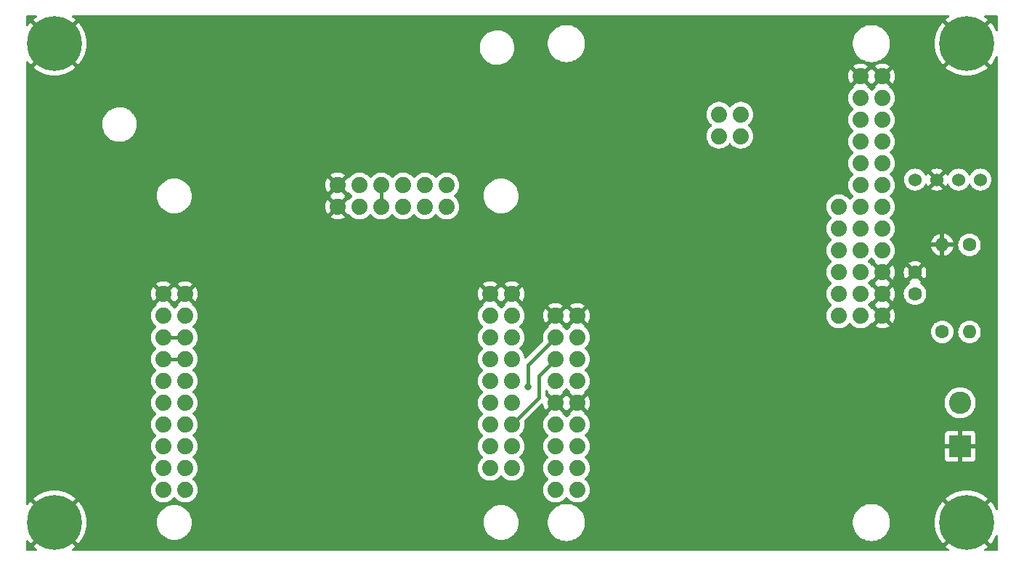
<source format=gbl>
G04 #@! TF.GenerationSoftware,KiCad,Pcbnew,(6.0.5-0)*
G04 #@! TF.CreationDate,2022-08-22T16:10:24-04:00*
G04 #@! TF.ProjectId,Cryologger GVT,4372796f-6c6f-4676-9765-72204756542e,rev?*
G04 #@! TF.SameCoordinates,Original*
G04 #@! TF.FileFunction,Copper,L2,Bot*
G04 #@! TF.FilePolarity,Positive*
%FSLAX46Y46*%
G04 Gerber Fmt 4.6, Leading zero omitted, Abs format (unit mm)*
G04 Created by KiCad (PCBNEW (6.0.5-0)) date 2022-08-22 16:10:24*
%MOMM*%
%LPD*%
G01*
G04 APERTURE LIST*
G04 #@! TA.AperFunction,ComponentPad*
%ADD10C,1.600000*%
G04 #@! TD*
G04 #@! TA.AperFunction,ComponentPad*
%ADD11O,1.600000X1.600000*%
G04 #@! TD*
G04 #@! TA.AperFunction,ComponentPad*
%ADD12C,6.400000*%
G04 #@! TD*
G04 #@! TA.AperFunction,ComponentPad*
%ADD13C,2.600000*%
G04 #@! TD*
G04 #@! TA.AperFunction,ComponentPad*
%ADD14R,2.600000X2.600000*%
G04 #@! TD*
G04 #@! TA.AperFunction,ComponentPad*
%ADD15C,1.879600*%
G04 #@! TD*
G04 #@! TA.AperFunction,ComponentPad*
%ADD16C,1.524000*%
G04 #@! TD*
G04 #@! TA.AperFunction,ViaPad*
%ADD17C,0.800000*%
G04 #@! TD*
G04 #@! TA.AperFunction,Conductor*
%ADD18C,0.406400*%
G04 #@! TD*
G04 APERTURE END LIST*
D10*
X201930000Y-89515000D03*
D11*
X201930000Y-99675000D03*
D12*
X95250000Y-66040000D03*
X201600000Y-121925000D03*
D10*
X195580000Y-95230000D03*
X195580000Y-92730000D03*
D12*
X95250000Y-121920000D03*
D13*
X200838000Y-107955004D03*
D14*
X200838000Y-113035004D03*
D15*
X153670000Y-97790000D03*
X156210000Y-97790000D03*
X156210000Y-100330000D03*
X153670000Y-100330000D03*
X156210000Y-102870000D03*
X153670000Y-102870000D03*
X156210000Y-105410000D03*
X153670000Y-105410000D03*
X153670000Y-107950000D03*
X156210000Y-107950000D03*
X156210000Y-110490000D03*
X153670000Y-110490000D03*
X156210000Y-113030000D03*
X153670000Y-113030000D03*
X156210000Y-115570000D03*
X153670000Y-115570000D03*
X156210000Y-118110000D03*
X153670000Y-118110000D03*
X191770000Y-69850000D03*
X189230000Y-69850000D03*
X189230000Y-72390000D03*
X191770000Y-72390000D03*
X191770000Y-74930000D03*
X189230000Y-74930000D03*
X189230000Y-77470000D03*
X191770000Y-77470000D03*
X189230000Y-80010000D03*
X191770000Y-80010000D03*
X189230000Y-82550000D03*
X191770000Y-82550000D03*
X191770000Y-85090000D03*
X191770000Y-87630000D03*
X191770000Y-90170000D03*
X191770000Y-92710000D03*
X191770000Y-95250000D03*
X191770000Y-97790000D03*
X189230000Y-85090000D03*
X186690000Y-85090000D03*
X186690000Y-87630000D03*
X189230000Y-87630000D03*
X189230000Y-90170000D03*
X186690000Y-90170000D03*
X186690000Y-92710000D03*
X189230000Y-92710000D03*
X186690000Y-95250000D03*
X189230000Y-95250000D03*
X186690000Y-97790000D03*
X189230000Y-97790000D03*
X175260000Y-76835000D03*
X175260000Y-74295000D03*
X172720000Y-74295000D03*
X172720000Y-76835000D03*
D16*
X195580000Y-81915000D03*
X198120000Y-81915000D03*
X200660000Y-81915000D03*
X203200000Y-81915000D03*
D10*
X198755000Y-99675000D03*
D11*
X198755000Y-89515000D03*
D15*
X107950000Y-95250000D03*
X110490000Y-95250000D03*
X107950000Y-97790000D03*
X110490000Y-97790000D03*
X107950000Y-100330000D03*
X110490000Y-100330000D03*
X107950000Y-102870000D03*
X110490000Y-102870000D03*
X110490000Y-105410000D03*
X107950000Y-105410000D03*
X110490000Y-107950000D03*
X107950000Y-107950000D03*
X110490000Y-110490000D03*
X107950000Y-110490000D03*
X110490000Y-113030000D03*
X107950000Y-113030000D03*
X110490000Y-115570000D03*
X107950000Y-115570000D03*
X107950000Y-118110000D03*
X110490000Y-118110000D03*
X128270000Y-82550000D03*
X128270000Y-85090000D03*
X130810000Y-82550000D03*
X130810000Y-85090000D03*
X133350000Y-82550000D03*
X133350000Y-85090000D03*
X135890000Y-85090000D03*
X135890000Y-82550000D03*
X138430000Y-82550000D03*
X138430000Y-85090000D03*
X140970000Y-85090000D03*
X140970000Y-82550000D03*
X148590000Y-95250000D03*
X146050000Y-95250000D03*
X148590000Y-97790000D03*
X146050000Y-97790000D03*
X146050000Y-100330000D03*
X148590000Y-100330000D03*
X146050000Y-102870000D03*
X148590000Y-102870000D03*
X148590000Y-105410000D03*
X146050000Y-105410000D03*
X146050000Y-107950000D03*
X148590000Y-107950000D03*
X148590000Y-110490000D03*
X146050000Y-110490000D03*
X146050000Y-113030000D03*
X148590000Y-113030000D03*
X146050000Y-115570000D03*
X148590000Y-115570000D03*
D12*
X201600003Y-66045004D03*
D17*
X104140000Y-119380000D03*
X99060000Y-114300000D03*
X126365000Y-110490000D03*
X106172000Y-71120000D03*
X95250000Y-80772000D03*
X126365000Y-123190000D03*
X184785000Y-109728000D03*
X145796000Y-70612000D03*
X173228000Y-67310000D03*
X160020000Y-78105000D03*
X195580000Y-102870000D03*
X151130000Y-89916000D03*
X138430000Y-89535000D03*
X173228000Y-83312000D03*
X97536000Y-98044000D03*
X173228000Y-100076000D03*
X196088000Y-121920000D03*
X126365000Y-96520000D03*
X114935000Y-89535000D03*
X199644000Y-72644000D03*
X173228000Y-120015000D03*
X163830000Y-109855000D03*
X150495000Y-106045000D03*
D18*
X133350000Y-82550000D02*
X133350000Y-85090000D01*
X107950000Y-100330000D02*
X110490000Y-100330000D01*
X107950000Y-102870000D02*
X110490000Y-102870000D01*
X150495000Y-104775000D02*
X150495000Y-106045000D01*
X150495000Y-103505000D02*
X150495000Y-104775000D01*
X153670000Y-100330000D02*
X150495000Y-103505000D01*
X148590000Y-110490000D02*
X151765000Y-107315000D01*
X151765000Y-104775000D02*
X153670000Y-102870000D01*
X151765000Y-107315000D02*
X151765000Y-104775000D01*
G04 #@! TA.AperFunction,Conductor*
G36*
X93168437Y-62758502D02*
G01*
X93214930Y-62812158D01*
X93225034Y-62882432D01*
X93195540Y-62947012D01*
X93168940Y-62970173D01*
X93070265Y-63034253D01*
X93064939Y-63038123D01*
X92826165Y-63231478D01*
X92817700Y-63243733D01*
X92824034Y-63254824D01*
X95237188Y-65667978D01*
X95251132Y-65675592D01*
X95252965Y-65675461D01*
X95259580Y-65671210D01*
X97675100Y-63255690D01*
X97682241Y-63242614D01*
X97674784Y-63232247D01*
X97435065Y-63038126D01*
X97429728Y-63034249D01*
X97331059Y-62970172D01*
X97284822Y-62916296D01*
X97275053Y-62845975D01*
X97304853Y-62781535D01*
X97364762Y-62743436D01*
X97399684Y-62738500D01*
X199458024Y-62738500D01*
X199526145Y-62758502D01*
X199572638Y-62812158D01*
X199582742Y-62882432D01*
X199553248Y-62947012D01*
X199526649Y-62970172D01*
X199420273Y-63039253D01*
X199414942Y-63043127D01*
X199176168Y-63236482D01*
X199167703Y-63248737D01*
X199174037Y-63259828D01*
X201587191Y-65672982D01*
X201601135Y-65680596D01*
X201602968Y-65680465D01*
X201609583Y-65676214D01*
X204025103Y-63260694D01*
X204032244Y-63247618D01*
X204024787Y-63237251D01*
X203785068Y-63043130D01*
X203779736Y-63039256D01*
X203673357Y-62970173D01*
X203627120Y-62916296D01*
X203617350Y-62845975D01*
X203647150Y-62781535D01*
X203707058Y-62743436D01*
X203741981Y-62738500D01*
X205105500Y-62738500D01*
X205173621Y-62758502D01*
X205220114Y-62812158D01*
X205231500Y-62864500D01*
X205231500Y-64480144D01*
X205211498Y-64548265D01*
X205157842Y-64594758D01*
X205087568Y-64604862D01*
X205022988Y-64575368D01*
X204992665Y-64534457D01*
X204992079Y-64534755D01*
X204817131Y-64191401D01*
X204813834Y-64185691D01*
X204605750Y-63865269D01*
X204601880Y-63859943D01*
X204408525Y-63621169D01*
X204396270Y-63612704D01*
X204385179Y-63619038D01*
X201972025Y-66032192D01*
X201964411Y-66046136D01*
X201964542Y-66047969D01*
X201968793Y-66054584D01*
X204384313Y-68470104D01*
X204397389Y-68477245D01*
X204407756Y-68469788D01*
X204601880Y-68230065D01*
X204605750Y-68224739D01*
X204813834Y-67904317D01*
X204817131Y-67898607D01*
X204992079Y-67555253D01*
X204992897Y-67555670D01*
X205036372Y-67504520D01*
X205104299Y-67483870D01*
X205172607Y-67503222D01*
X205219610Y-67556432D01*
X205231500Y-67609864D01*
X205231500Y-120360147D01*
X205211498Y-120428268D01*
X205157842Y-120474761D01*
X205087568Y-120484865D01*
X205022988Y-120455371D01*
X204992661Y-120414453D01*
X204992076Y-120414751D01*
X204817128Y-120071397D01*
X204813831Y-120065687D01*
X204605747Y-119745265D01*
X204601877Y-119739939D01*
X204408522Y-119501165D01*
X204396267Y-119492700D01*
X204385176Y-119499034D01*
X201972022Y-121912188D01*
X201964408Y-121926132D01*
X201964539Y-121927965D01*
X201968790Y-121934580D01*
X204384310Y-124350100D01*
X204397386Y-124357241D01*
X204407753Y-124349784D01*
X204601877Y-124110061D01*
X204605747Y-124104735D01*
X204813831Y-123784313D01*
X204817128Y-123778603D01*
X204992076Y-123435249D01*
X204992893Y-123435666D01*
X205036368Y-123384512D01*
X205104294Y-123363859D01*
X205172603Y-123383208D01*
X205219608Y-123436417D01*
X205231500Y-123489853D01*
X205231500Y-125095500D01*
X205211498Y-125163621D01*
X205157842Y-125210114D01*
X205105500Y-125221500D01*
X203757383Y-125221500D01*
X203689262Y-125201498D01*
X203642769Y-125147842D01*
X203632665Y-125077568D01*
X203662159Y-125012988D01*
X203688759Y-124989827D01*
X203779733Y-124930748D01*
X203785065Y-124926874D01*
X204023835Y-124733522D01*
X204032300Y-124721267D01*
X204025966Y-124710176D01*
X201612812Y-122297022D01*
X201598868Y-122289408D01*
X201597035Y-122289539D01*
X201590420Y-122293790D01*
X199174900Y-124709310D01*
X199167759Y-124722386D01*
X199175216Y-124732753D01*
X199414935Y-124926874D01*
X199420267Y-124930748D01*
X199511241Y-124989827D01*
X199557478Y-125043704D01*
X199567248Y-125114025D01*
X199537448Y-125178465D01*
X199477540Y-125216564D01*
X199442617Y-125221500D01*
X97399684Y-125221500D01*
X97331563Y-125201498D01*
X97285070Y-125147842D01*
X97274966Y-125077568D01*
X97304460Y-125012988D01*
X97331059Y-124989828D01*
X97429728Y-124925751D01*
X97435065Y-124921874D01*
X97673835Y-124728522D01*
X97682300Y-124716267D01*
X97675966Y-124705176D01*
X95262812Y-122292022D01*
X95248868Y-122284408D01*
X95247035Y-122284539D01*
X95240420Y-122288790D01*
X92824900Y-124704310D01*
X92817759Y-124717386D01*
X92825216Y-124727753D01*
X93064935Y-124921874D01*
X93070272Y-124925751D01*
X93168941Y-124989828D01*
X93215178Y-125043704D01*
X93224947Y-125114025D01*
X93195147Y-125178465D01*
X93135238Y-125216564D01*
X93100316Y-125221500D01*
X92074500Y-125221500D01*
X92006379Y-125201498D01*
X91959886Y-125147842D01*
X91948500Y-125095500D01*
X91948500Y-124069684D01*
X91968502Y-124001563D01*
X92022158Y-123955070D01*
X92092432Y-123944966D01*
X92157012Y-123974460D01*
X92180173Y-124001060D01*
X92244253Y-124099735D01*
X92248123Y-124105061D01*
X92441478Y-124343835D01*
X92453733Y-124352300D01*
X92464824Y-124345966D01*
X94877978Y-121932812D01*
X94884356Y-121921132D01*
X95614408Y-121921132D01*
X95614539Y-121922965D01*
X95618790Y-121929580D01*
X98034310Y-124345100D01*
X98047386Y-124352241D01*
X98057753Y-124344784D01*
X98251877Y-124105061D01*
X98255747Y-124099735D01*
X98463831Y-123779313D01*
X98467128Y-123773603D01*
X98640578Y-123433189D01*
X98643260Y-123427164D01*
X98780171Y-123070498D01*
X98782212Y-123064216D01*
X98881094Y-122695184D01*
X98882465Y-122688734D01*
X98942234Y-122311371D01*
X98942920Y-122304833D01*
X98962916Y-121923301D01*
X98962916Y-121916699D01*
X98959362Y-121848894D01*
X107183778Y-121848894D01*
X107183931Y-121853282D01*
X107183931Y-121853288D01*
X107191797Y-122078527D01*
X107193698Y-122132973D01*
X107243058Y-122412907D01*
X107244413Y-122417078D01*
X107244415Y-122417085D01*
X107286088Y-122545340D01*
X107330897Y-122683247D01*
X107332825Y-122687200D01*
X107332827Y-122687205D01*
X107388615Y-122801587D01*
X107455505Y-122938731D01*
X107457960Y-122942370D01*
X107457963Y-122942376D01*
X107611997Y-123170741D01*
X107612002Y-123170748D01*
X107614457Y-123174387D01*
X107617401Y-123177656D01*
X107617402Y-123177658D01*
X107801711Y-123382354D01*
X107804659Y-123385628D01*
X108022409Y-123568342D01*
X108263469Y-123718973D01*
X108523147Y-123834589D01*
X108527375Y-123835801D01*
X108527374Y-123835801D01*
X108767150Y-123904556D01*
X108796388Y-123912940D01*
X108800738Y-123913551D01*
X108800741Y-123913552D01*
X108905217Y-123928235D01*
X109077874Y-123952500D01*
X109290976Y-123952500D01*
X109293161Y-123952347D01*
X109293167Y-123952347D01*
X109499175Y-123937942D01*
X109499180Y-123937941D01*
X109503560Y-123937635D01*
X109781601Y-123878535D01*
X109785732Y-123877031D01*
X109785737Y-123877030D01*
X109932988Y-123823435D01*
X110048711Y-123781315D01*
X110170336Y-123716646D01*
X110295799Y-123649937D01*
X110295805Y-123649933D01*
X110299691Y-123647867D01*
X110303251Y-123645281D01*
X110303255Y-123645278D01*
X110526093Y-123483376D01*
X110526096Y-123483374D01*
X110529656Y-123480787D01*
X110575603Y-123436417D01*
X110730968Y-123286383D01*
X110730971Y-123286379D01*
X110734130Y-123283329D01*
X110909133Y-123059335D01*
X110999577Y-122902683D01*
X111049055Y-122816985D01*
X111049058Y-122816980D01*
X111051260Y-122813165D01*
X111052910Y-122809081D01*
X111052913Y-122809075D01*
X111156093Y-122553693D01*
X111156094Y-122553690D01*
X111157742Y-122549611D01*
X111226509Y-122273802D01*
X111249411Y-122055913D01*
X111255763Y-121995475D01*
X111255763Y-121995472D01*
X111256222Y-121991106D01*
X111254361Y-121937812D01*
X111251256Y-121848894D01*
X145283778Y-121848894D01*
X145283931Y-121853282D01*
X145283931Y-121853288D01*
X145291797Y-122078527D01*
X145293698Y-122132973D01*
X145343058Y-122412907D01*
X145344413Y-122417078D01*
X145344415Y-122417085D01*
X145386088Y-122545340D01*
X145430897Y-122683247D01*
X145432825Y-122687200D01*
X145432827Y-122687205D01*
X145488615Y-122801587D01*
X145555505Y-122938731D01*
X145557960Y-122942370D01*
X145557963Y-122942376D01*
X145711997Y-123170741D01*
X145712002Y-123170748D01*
X145714457Y-123174387D01*
X145717401Y-123177656D01*
X145717402Y-123177658D01*
X145901711Y-123382354D01*
X145904659Y-123385628D01*
X146122409Y-123568342D01*
X146363469Y-123718973D01*
X146623147Y-123834589D01*
X146627375Y-123835801D01*
X146627374Y-123835801D01*
X146867150Y-123904556D01*
X146896388Y-123912940D01*
X146900738Y-123913551D01*
X146900741Y-123913552D01*
X147005217Y-123928235D01*
X147177874Y-123952500D01*
X147390976Y-123952500D01*
X147393161Y-123952347D01*
X147393167Y-123952347D01*
X147599175Y-123937942D01*
X147599180Y-123937941D01*
X147603560Y-123937635D01*
X147881601Y-123878535D01*
X147885732Y-123877031D01*
X147885737Y-123877030D01*
X148032988Y-123823435D01*
X148148711Y-123781315D01*
X148270336Y-123716646D01*
X148395799Y-123649937D01*
X148395805Y-123649933D01*
X148399691Y-123647867D01*
X148403251Y-123645281D01*
X148403255Y-123645278D01*
X148626093Y-123483376D01*
X148626096Y-123483374D01*
X148629656Y-123480787D01*
X148675603Y-123436417D01*
X148830968Y-123286383D01*
X148830971Y-123286379D01*
X148834130Y-123283329D01*
X149009133Y-123059335D01*
X149099577Y-122902683D01*
X149149055Y-122816985D01*
X149149058Y-122816980D01*
X149151260Y-122813165D01*
X149152910Y-122809081D01*
X149152913Y-122809075D01*
X149256093Y-122553693D01*
X149256094Y-122553690D01*
X149257742Y-122549611D01*
X149326509Y-122273802D01*
X149349411Y-122055913D01*
X152779725Y-122055913D01*
X152780284Y-122060157D01*
X152780284Y-122060161D01*
X152782702Y-122078527D01*
X152818158Y-122347838D01*
X152819291Y-122351978D01*
X152819291Y-122351980D01*
X152894720Y-122627702D01*
X152895854Y-122631847D01*
X153011375Y-122902683D01*
X153162585Y-123155336D01*
X153346684Y-123385129D01*
X153349786Y-123388073D01*
X153349790Y-123388077D01*
X153444083Y-123477557D01*
X153560266Y-123587811D01*
X153799380Y-123759632D01*
X153940950Y-123834589D01*
X154025676Y-123879449D01*
X154059600Y-123897411D01*
X154063623Y-123898883D01*
X154063627Y-123898885D01*
X154332080Y-123997125D01*
X154336111Y-123998600D01*
X154623797Y-124061325D01*
X154653339Y-124063650D01*
X154852273Y-124079307D01*
X154852282Y-124079307D01*
X154854730Y-124079500D01*
X155014016Y-124079500D01*
X155016152Y-124079354D01*
X155016163Y-124079354D01*
X155229486Y-124064811D01*
X155229492Y-124064810D01*
X155233763Y-124064519D01*
X155237958Y-124063650D01*
X155237960Y-124063650D01*
X155377926Y-124034665D01*
X155522089Y-124004810D01*
X155799645Y-123906522D01*
X155939012Y-123834589D01*
X156057486Y-123773440D01*
X156057487Y-123773440D01*
X156061293Y-123771475D01*
X156302193Y-123602168D01*
X156481820Y-123435249D01*
X156514743Y-123404655D01*
X156514746Y-123404652D01*
X156517886Y-123401734D01*
X156528754Y-123388457D01*
X156635865Y-123257592D01*
X156704382Y-123173881D01*
X156846248Y-122942376D01*
X156855984Y-122926488D01*
X156855984Y-122926487D01*
X156858228Y-122922826D01*
X156976580Y-122653214D01*
X157057245Y-122370034D01*
X157098733Y-122078527D01*
X157098851Y-122055913D01*
X188339725Y-122055913D01*
X188340284Y-122060157D01*
X188340284Y-122060161D01*
X188342702Y-122078527D01*
X188378158Y-122347838D01*
X188379291Y-122351978D01*
X188379291Y-122351980D01*
X188454720Y-122627702D01*
X188455854Y-122631847D01*
X188571375Y-122902683D01*
X188722585Y-123155336D01*
X188906684Y-123385129D01*
X188909786Y-123388073D01*
X188909790Y-123388077D01*
X189004083Y-123477557D01*
X189120266Y-123587811D01*
X189359380Y-123759632D01*
X189500950Y-123834589D01*
X189585676Y-123879449D01*
X189619600Y-123897411D01*
X189623623Y-123898883D01*
X189623627Y-123898885D01*
X189892080Y-123997125D01*
X189896111Y-123998600D01*
X190183797Y-124061325D01*
X190213339Y-124063650D01*
X190412273Y-124079307D01*
X190412282Y-124079307D01*
X190414730Y-124079500D01*
X190574016Y-124079500D01*
X190576152Y-124079354D01*
X190576163Y-124079354D01*
X190789486Y-124064811D01*
X190789492Y-124064810D01*
X190793763Y-124064519D01*
X190797958Y-124063650D01*
X190797960Y-124063650D01*
X190937926Y-124034665D01*
X191082089Y-124004810D01*
X191359645Y-123906522D01*
X191499012Y-123834589D01*
X191617486Y-123773440D01*
X191617487Y-123773440D01*
X191621293Y-123771475D01*
X191862193Y-123602168D01*
X192041820Y-123435249D01*
X192074743Y-123404655D01*
X192074746Y-123404652D01*
X192077886Y-123401734D01*
X192088754Y-123388457D01*
X192195865Y-123257592D01*
X192264382Y-123173881D01*
X192406248Y-122942376D01*
X192415984Y-122926488D01*
X192415984Y-122926487D01*
X192418228Y-122922826D01*
X192536580Y-122653214D01*
X192617245Y-122370034D01*
X192658733Y-122078527D01*
X192659520Y-121928301D01*
X197887084Y-121928301D01*
X197907080Y-122309833D01*
X197907766Y-122316371D01*
X197967535Y-122693734D01*
X197968906Y-122700184D01*
X198067788Y-123069216D01*
X198069829Y-123075498D01*
X198206740Y-123432164D01*
X198209422Y-123438189D01*
X198382872Y-123778603D01*
X198386169Y-123784313D01*
X198594253Y-124104735D01*
X198598123Y-124110061D01*
X198791478Y-124348835D01*
X198803733Y-124357300D01*
X198814824Y-124350966D01*
X201227978Y-121937812D01*
X201235592Y-121923868D01*
X201235461Y-121922035D01*
X201231210Y-121915420D01*
X198815690Y-119499900D01*
X198802614Y-119492759D01*
X198792247Y-119500216D01*
X198598123Y-119739939D01*
X198594253Y-119745265D01*
X198386169Y-120065687D01*
X198382872Y-120071397D01*
X198209422Y-120411811D01*
X198206740Y-120417836D01*
X198069829Y-120774502D01*
X198067788Y-120780784D01*
X197968906Y-121149816D01*
X197967535Y-121156266D01*
X197907766Y-121533629D01*
X197907080Y-121540167D01*
X197887084Y-121921699D01*
X197887084Y-121928301D01*
X192659520Y-121928301D01*
X192659936Y-121848894D01*
X192660253Y-121788373D01*
X192660253Y-121788366D01*
X192660275Y-121784087D01*
X192657864Y-121765769D01*
X192630193Y-121555592D01*
X192621842Y-121492162D01*
X192614643Y-121465845D01*
X192545280Y-121212298D01*
X192545280Y-121212297D01*
X192544146Y-121208153D01*
X192428625Y-120937317D01*
X192277415Y-120684664D01*
X192093316Y-120454871D01*
X192090214Y-120451927D01*
X192090210Y-120451923D01*
X191903230Y-120274486D01*
X191879734Y-120252189D01*
X191640620Y-120080368D01*
X191416051Y-119961465D01*
X191384187Y-119944594D01*
X191384186Y-119944593D01*
X191380400Y-119942589D01*
X191376377Y-119941117D01*
X191376373Y-119941115D01*
X191107920Y-119842875D01*
X191107918Y-119842874D01*
X191103889Y-119841400D01*
X190816203Y-119778675D01*
X190771910Y-119775189D01*
X190587727Y-119760693D01*
X190587718Y-119760693D01*
X190585270Y-119760500D01*
X190425984Y-119760500D01*
X190423848Y-119760646D01*
X190423837Y-119760646D01*
X190210514Y-119775189D01*
X190210508Y-119775190D01*
X190206237Y-119775481D01*
X190202042Y-119776350D01*
X190202040Y-119776350D01*
X190062540Y-119805239D01*
X189917911Y-119835190D01*
X189640355Y-119933478D01*
X189636546Y-119935444D01*
X189384206Y-120065687D01*
X189378707Y-120068525D01*
X189375206Y-120070986D01*
X189375202Y-120070988D01*
X189364710Y-120078362D01*
X189137807Y-120237832D01*
X189101406Y-120271658D01*
X188955964Y-120406811D01*
X188922114Y-120438266D01*
X188919400Y-120441581D01*
X188919397Y-120441585D01*
X188892243Y-120474761D01*
X188735618Y-120666119D01*
X188665352Y-120780784D01*
X188591519Y-120901269D01*
X188581772Y-120917174D01*
X188463420Y-121186786D01*
X188382755Y-121469966D01*
X188341267Y-121761473D01*
X188340832Y-121844525D01*
X188340042Y-121995475D01*
X188339725Y-122055913D01*
X157098851Y-122055913D01*
X157099936Y-121848894D01*
X157100253Y-121788373D01*
X157100253Y-121788366D01*
X157100275Y-121784087D01*
X157097864Y-121765769D01*
X157070193Y-121555592D01*
X157061842Y-121492162D01*
X157054643Y-121465845D01*
X156985280Y-121212298D01*
X156985280Y-121212297D01*
X156984146Y-121208153D01*
X156868625Y-120937317D01*
X156717415Y-120684664D01*
X156533316Y-120454871D01*
X156530214Y-120451927D01*
X156530210Y-120451923D01*
X156343230Y-120274486D01*
X156319734Y-120252189D01*
X156080620Y-120080368D01*
X155856051Y-119961465D01*
X155824187Y-119944594D01*
X155824186Y-119944593D01*
X155820400Y-119942589D01*
X155816377Y-119941117D01*
X155816373Y-119941115D01*
X155547920Y-119842875D01*
X155547918Y-119842874D01*
X155543889Y-119841400D01*
X155256203Y-119778675D01*
X155211910Y-119775189D01*
X155027727Y-119760693D01*
X155027718Y-119760693D01*
X155025270Y-119760500D01*
X154865984Y-119760500D01*
X154863848Y-119760646D01*
X154863837Y-119760646D01*
X154650514Y-119775189D01*
X154650508Y-119775190D01*
X154646237Y-119775481D01*
X154642042Y-119776350D01*
X154642040Y-119776350D01*
X154502540Y-119805239D01*
X154357911Y-119835190D01*
X154080355Y-119933478D01*
X154076546Y-119935444D01*
X153824206Y-120065687D01*
X153818707Y-120068525D01*
X153815206Y-120070986D01*
X153815202Y-120070988D01*
X153804710Y-120078362D01*
X153577807Y-120237832D01*
X153541406Y-120271658D01*
X153395964Y-120406811D01*
X153362114Y-120438266D01*
X153359400Y-120441581D01*
X153359397Y-120441585D01*
X153332243Y-120474761D01*
X153175618Y-120666119D01*
X153105352Y-120780784D01*
X153031519Y-120901269D01*
X153021772Y-120917174D01*
X152903420Y-121186786D01*
X152822755Y-121469966D01*
X152781267Y-121761473D01*
X152780832Y-121844525D01*
X152780042Y-121995475D01*
X152779725Y-122055913D01*
X149349411Y-122055913D01*
X149355763Y-121995475D01*
X149355763Y-121995472D01*
X149356222Y-121991106D01*
X149354361Y-121937812D01*
X149346456Y-121711424D01*
X149346455Y-121711417D01*
X149346302Y-121707027D01*
X149320459Y-121560461D01*
X149297704Y-121431416D01*
X149296942Y-121427093D01*
X149295587Y-121422922D01*
X149295585Y-121422915D01*
X149210464Y-121160942D01*
X149209103Y-121156753D01*
X149084495Y-120901269D01*
X149082040Y-120897630D01*
X149082037Y-120897624D01*
X148928003Y-120669259D01*
X148927998Y-120669252D01*
X148925543Y-120665613D01*
X148824702Y-120553617D01*
X148738289Y-120457646D01*
X148738288Y-120457645D01*
X148735341Y-120454372D01*
X148517591Y-120271658D01*
X148276531Y-120121027D01*
X148016853Y-120005411D01*
X147797768Y-119942589D01*
X147747839Y-119928272D01*
X147747838Y-119928272D01*
X147743612Y-119927060D01*
X147739262Y-119926449D01*
X147739259Y-119926448D01*
X147634783Y-119911765D01*
X147462126Y-119887500D01*
X147249024Y-119887500D01*
X147246839Y-119887653D01*
X147246833Y-119887653D01*
X147040825Y-119902058D01*
X147040820Y-119902059D01*
X147036440Y-119902365D01*
X146758399Y-119961465D01*
X146754268Y-119962969D01*
X146754263Y-119962970D01*
X146640988Y-120004199D01*
X146491289Y-120058685D01*
X146467381Y-120071397D01*
X146244201Y-120190063D01*
X146244195Y-120190067D01*
X146240309Y-120192133D01*
X146236749Y-120194719D01*
X146236745Y-120194722D01*
X146126960Y-120274486D01*
X146010344Y-120359213D01*
X146007180Y-120362269D01*
X146007177Y-120362271D01*
X145809032Y-120553617D01*
X145809029Y-120553621D01*
X145805870Y-120556671D01*
X145630867Y-120780665D01*
X145563340Y-120897624D01*
X145538148Y-120941259D01*
X145488740Y-121026835D01*
X145487090Y-121030919D01*
X145487087Y-121030925D01*
X145383907Y-121286307D01*
X145382258Y-121290389D01*
X145313491Y-121566198D01*
X145313032Y-121570568D01*
X145313031Y-121570572D01*
X145290139Y-121788373D01*
X145283778Y-121848894D01*
X111251256Y-121848894D01*
X111246456Y-121711424D01*
X111246455Y-121711417D01*
X111246302Y-121707027D01*
X111220459Y-121560461D01*
X111197704Y-121431416D01*
X111196942Y-121427093D01*
X111195587Y-121422922D01*
X111195585Y-121422915D01*
X111110464Y-121160942D01*
X111109103Y-121156753D01*
X110984495Y-120901269D01*
X110982040Y-120897630D01*
X110982037Y-120897624D01*
X110828003Y-120669259D01*
X110827998Y-120669252D01*
X110825543Y-120665613D01*
X110724702Y-120553617D01*
X110638289Y-120457646D01*
X110638288Y-120457645D01*
X110635341Y-120454372D01*
X110417591Y-120271658D01*
X110176531Y-120121027D01*
X109916853Y-120005411D01*
X109697768Y-119942589D01*
X109647839Y-119928272D01*
X109647838Y-119928272D01*
X109643612Y-119927060D01*
X109639262Y-119926449D01*
X109639259Y-119926448D01*
X109534783Y-119911765D01*
X109362126Y-119887500D01*
X109149024Y-119887500D01*
X109146839Y-119887653D01*
X109146833Y-119887653D01*
X108940825Y-119902058D01*
X108940820Y-119902059D01*
X108936440Y-119902365D01*
X108658399Y-119961465D01*
X108654268Y-119962969D01*
X108654263Y-119962970D01*
X108540988Y-120004199D01*
X108391289Y-120058685D01*
X108367381Y-120071397D01*
X108144201Y-120190063D01*
X108144195Y-120190067D01*
X108140309Y-120192133D01*
X108136749Y-120194719D01*
X108136745Y-120194722D01*
X108026960Y-120274486D01*
X107910344Y-120359213D01*
X107907180Y-120362269D01*
X107907177Y-120362271D01*
X107709032Y-120553617D01*
X107709029Y-120553621D01*
X107705870Y-120556671D01*
X107530867Y-120780665D01*
X107463340Y-120897624D01*
X107438148Y-120941259D01*
X107388740Y-121026835D01*
X107387090Y-121030919D01*
X107387087Y-121030925D01*
X107283907Y-121286307D01*
X107282258Y-121290389D01*
X107213491Y-121566198D01*
X107213032Y-121570568D01*
X107213031Y-121570572D01*
X107190139Y-121788373D01*
X107183778Y-121848894D01*
X98959362Y-121848894D01*
X98942920Y-121535167D01*
X98942234Y-121528629D01*
X98882465Y-121151266D01*
X98881094Y-121144816D01*
X98782212Y-120775784D01*
X98780171Y-120769502D01*
X98643260Y-120412836D01*
X98640578Y-120406811D01*
X98467128Y-120066397D01*
X98463831Y-120060687D01*
X98255747Y-119740265D01*
X98251877Y-119734939D01*
X98058522Y-119496165D01*
X98046267Y-119487700D01*
X98035176Y-119494034D01*
X95622022Y-121907188D01*
X95614408Y-121921132D01*
X94884356Y-121921132D01*
X94885592Y-121918868D01*
X94885461Y-121917035D01*
X94881210Y-121910420D01*
X92465690Y-119494900D01*
X92452614Y-119487759D01*
X92442247Y-119495216D01*
X92248123Y-119734939D01*
X92244253Y-119740265D01*
X92180173Y-119838940D01*
X92126296Y-119885177D01*
X92055975Y-119894947D01*
X91991535Y-119865147D01*
X91953436Y-119805239D01*
X91948500Y-119770316D01*
X91948500Y-119123733D01*
X92817700Y-119123733D01*
X92824034Y-119134824D01*
X95237188Y-121547978D01*
X95251132Y-121555592D01*
X95252965Y-121555461D01*
X95259580Y-121551210D01*
X97675100Y-119135690D01*
X97682241Y-119122614D01*
X97674784Y-119112247D01*
X97435065Y-118918126D01*
X97429728Y-118914249D01*
X97109315Y-118706170D01*
X97103606Y-118702873D01*
X96763189Y-118529422D01*
X96757164Y-118526740D01*
X96400498Y-118389829D01*
X96394216Y-118387788D01*
X96025184Y-118288906D01*
X96018734Y-118287535D01*
X95641371Y-118227766D01*
X95634833Y-118227080D01*
X95253301Y-118207084D01*
X95246699Y-118207084D01*
X94865167Y-118227080D01*
X94858629Y-118227766D01*
X94481266Y-118287535D01*
X94474816Y-118288906D01*
X94105784Y-118387788D01*
X94099502Y-118389829D01*
X93742836Y-118526740D01*
X93736811Y-118529422D01*
X93396397Y-118702872D01*
X93390687Y-118706169D01*
X93070265Y-118914253D01*
X93064939Y-118918123D01*
X92826165Y-119111478D01*
X92817700Y-119123733D01*
X91948500Y-119123733D01*
X91948500Y-118074494D01*
X106497170Y-118074494D01*
X106497467Y-118079646D01*
X106497467Y-118079650D01*
X106503502Y-118184313D01*
X106510879Y-118312255D01*
X106512016Y-118317301D01*
X106512017Y-118317307D01*
X106545111Y-118464156D01*
X106563237Y-118544585D01*
X106565179Y-118549367D01*
X106565180Y-118549371D01*
X106629541Y-118707873D01*
X106652837Y-118765244D01*
X106777274Y-118968306D01*
X106933204Y-119148317D01*
X107116442Y-119300444D01*
X107120894Y-119303046D01*
X107120899Y-119303049D01*
X107219333Y-119360569D01*
X107322065Y-119420601D01*
X107544552Y-119505560D01*
X107549618Y-119506591D01*
X107549619Y-119506591D01*
X107603956Y-119517646D01*
X107777928Y-119553041D01*
X107912121Y-119557962D01*
X108010760Y-119561579D01*
X108010764Y-119561579D01*
X108015924Y-119561768D01*
X108021044Y-119561112D01*
X108021046Y-119561112D01*
X108247023Y-119532164D01*
X108247024Y-119532164D01*
X108252151Y-119531507D01*
X108335200Y-119506591D01*
X108475316Y-119464554D01*
X108475317Y-119464553D01*
X108480262Y-119463070D01*
X108694133Y-119358295D01*
X108698336Y-119355297D01*
X108698341Y-119355294D01*
X108883816Y-119222996D01*
X108883818Y-119222994D01*
X108888020Y-119219997D01*
X109056716Y-119051889D01*
X109114979Y-118970807D01*
X109170972Y-118927160D01*
X109241676Y-118920714D01*
X109304640Y-118953516D01*
X109316582Y-118967176D01*
X109317274Y-118968306D01*
X109473204Y-119148317D01*
X109656442Y-119300444D01*
X109660894Y-119303046D01*
X109660899Y-119303049D01*
X109759333Y-119360569D01*
X109862065Y-119420601D01*
X110084552Y-119505560D01*
X110089618Y-119506591D01*
X110089619Y-119506591D01*
X110143956Y-119517646D01*
X110317928Y-119553041D01*
X110452121Y-119557962D01*
X110550760Y-119561579D01*
X110550764Y-119561579D01*
X110555924Y-119561768D01*
X110561044Y-119561112D01*
X110561046Y-119561112D01*
X110787023Y-119532164D01*
X110787024Y-119532164D01*
X110792151Y-119531507D01*
X110875200Y-119506591D01*
X111015316Y-119464554D01*
X111015317Y-119464553D01*
X111020262Y-119463070D01*
X111234133Y-119358295D01*
X111238336Y-119355297D01*
X111238341Y-119355294D01*
X111423816Y-119222996D01*
X111423818Y-119222994D01*
X111428020Y-119219997D01*
X111596716Y-119051889D01*
X111735690Y-118858486D01*
X111781774Y-118765244D01*
X111838917Y-118649624D01*
X111838918Y-118649622D01*
X111841211Y-118644982D01*
X111910443Y-118417111D01*
X111914035Y-118389829D01*
X111941092Y-118184313D01*
X111941092Y-118184309D01*
X111941529Y-118180992D01*
X111943264Y-118110000D01*
X111940345Y-118074494D01*
X152217170Y-118074494D01*
X152217467Y-118079646D01*
X152217467Y-118079650D01*
X152223502Y-118184313D01*
X152230879Y-118312255D01*
X152232016Y-118317301D01*
X152232017Y-118317307D01*
X152265111Y-118464156D01*
X152283237Y-118544585D01*
X152285179Y-118549367D01*
X152285180Y-118549371D01*
X152349541Y-118707873D01*
X152372837Y-118765244D01*
X152497274Y-118968306D01*
X152653204Y-119148317D01*
X152836442Y-119300444D01*
X152840894Y-119303046D01*
X152840899Y-119303049D01*
X152939333Y-119360569D01*
X153042065Y-119420601D01*
X153264552Y-119505560D01*
X153269618Y-119506591D01*
X153269619Y-119506591D01*
X153323956Y-119517646D01*
X153497928Y-119553041D01*
X153632121Y-119557962D01*
X153730760Y-119561579D01*
X153730764Y-119561579D01*
X153735924Y-119561768D01*
X153741044Y-119561112D01*
X153741046Y-119561112D01*
X153967023Y-119532164D01*
X153967024Y-119532164D01*
X153972151Y-119531507D01*
X154055200Y-119506591D01*
X154195316Y-119464554D01*
X154195317Y-119464553D01*
X154200262Y-119463070D01*
X154414133Y-119358295D01*
X154418336Y-119355297D01*
X154418341Y-119355294D01*
X154603816Y-119222996D01*
X154603818Y-119222994D01*
X154608020Y-119219997D01*
X154776716Y-119051889D01*
X154834979Y-118970807D01*
X154890972Y-118927160D01*
X154961676Y-118920714D01*
X155024640Y-118953516D01*
X155036582Y-118967176D01*
X155037274Y-118968306D01*
X155193204Y-119148317D01*
X155376442Y-119300444D01*
X155380894Y-119303046D01*
X155380899Y-119303049D01*
X155479333Y-119360569D01*
X155582065Y-119420601D01*
X155804552Y-119505560D01*
X155809618Y-119506591D01*
X155809619Y-119506591D01*
X155863956Y-119517646D01*
X156037928Y-119553041D01*
X156172121Y-119557962D01*
X156270760Y-119561579D01*
X156270764Y-119561579D01*
X156275924Y-119561768D01*
X156281044Y-119561112D01*
X156281046Y-119561112D01*
X156507023Y-119532164D01*
X156507024Y-119532164D01*
X156512151Y-119531507D01*
X156595200Y-119506591D01*
X156735316Y-119464554D01*
X156735317Y-119464553D01*
X156740262Y-119463070D01*
X156954133Y-119358295D01*
X156958336Y-119355297D01*
X156958341Y-119355294D01*
X157143816Y-119222996D01*
X157143818Y-119222994D01*
X157148020Y-119219997D01*
X157239603Y-119128733D01*
X199167700Y-119128733D01*
X199174034Y-119139824D01*
X201587188Y-121552978D01*
X201601132Y-121560592D01*
X201602965Y-121560461D01*
X201609580Y-121556210D01*
X204025100Y-119140690D01*
X204032241Y-119127614D01*
X204024784Y-119117247D01*
X203785065Y-118923126D01*
X203779728Y-118919249D01*
X203459315Y-118711170D01*
X203453606Y-118707873D01*
X203113189Y-118534422D01*
X203107164Y-118531740D01*
X202750498Y-118394829D01*
X202744216Y-118392788D01*
X202375184Y-118293906D01*
X202368734Y-118292535D01*
X201991371Y-118232766D01*
X201984833Y-118232080D01*
X201603301Y-118212084D01*
X201596699Y-118212084D01*
X201215167Y-118232080D01*
X201208629Y-118232766D01*
X200831266Y-118292535D01*
X200824816Y-118293906D01*
X200455784Y-118392788D01*
X200449502Y-118394829D01*
X200092836Y-118531740D01*
X200086811Y-118534422D01*
X199746397Y-118707872D01*
X199740687Y-118711169D01*
X199420265Y-118919253D01*
X199414939Y-118923123D01*
X199176165Y-119116478D01*
X199167700Y-119128733D01*
X157239603Y-119128733D01*
X157316716Y-119051889D01*
X157455690Y-118858486D01*
X157501774Y-118765244D01*
X157558917Y-118649624D01*
X157558918Y-118649622D01*
X157561211Y-118644982D01*
X157630443Y-118417111D01*
X157634035Y-118389829D01*
X157661092Y-118184313D01*
X157661092Y-118184309D01*
X157661529Y-118180992D01*
X157663264Y-118110000D01*
X157643750Y-117872644D01*
X157585731Y-117641663D01*
X157490767Y-117423259D01*
X157473694Y-117396867D01*
X157411365Y-117300522D01*
X157361406Y-117223298D01*
X157201124Y-117047150D01*
X157197073Y-117043951D01*
X157197069Y-117043947D01*
X157099118Y-116966591D01*
X157063347Y-116938341D01*
X157022285Y-116880425D01*
X157019053Y-116809502D01*
X157054678Y-116748091D01*
X157068271Y-116736882D01*
X157143814Y-116682998D01*
X157143821Y-116682992D01*
X157148020Y-116679997D01*
X157316716Y-116511889D01*
X157455690Y-116318486D01*
X157501774Y-116225244D01*
X157558917Y-116109624D01*
X157558918Y-116109622D01*
X157561211Y-116104982D01*
X157630443Y-115877111D01*
X157661529Y-115640992D01*
X157663264Y-115570000D01*
X157643750Y-115332644D01*
X157585731Y-115101663D01*
X157490767Y-114883259D01*
X157473694Y-114856867D01*
X157411365Y-114760522D01*
X157361406Y-114683298D01*
X157201124Y-114507150D01*
X157197073Y-114503951D01*
X157197069Y-114503947D01*
X157063348Y-114398342D01*
X157050112Y-114379673D01*
X199030001Y-114379673D01*
X199030371Y-114386494D01*
X199035895Y-114437356D01*
X199039521Y-114452608D01*
X199084676Y-114573058D01*
X199093214Y-114588653D01*
X199169715Y-114690728D01*
X199182276Y-114703289D01*
X199284351Y-114779790D01*
X199299946Y-114788328D01*
X199420394Y-114833482D01*
X199435649Y-114837109D01*
X199486514Y-114842635D01*
X199493328Y-114843004D01*
X200565885Y-114843004D01*
X200581124Y-114838529D01*
X200582329Y-114837139D01*
X200584000Y-114829456D01*
X200584000Y-114824888D01*
X201092000Y-114824888D01*
X201096475Y-114840127D01*
X201097865Y-114841332D01*
X201105548Y-114843003D01*
X202182669Y-114843003D01*
X202189490Y-114842633D01*
X202240352Y-114837109D01*
X202255604Y-114833483D01*
X202376054Y-114788328D01*
X202391649Y-114779790D01*
X202493724Y-114703289D01*
X202506285Y-114690728D01*
X202582786Y-114588653D01*
X202591324Y-114573058D01*
X202636478Y-114452610D01*
X202640105Y-114437355D01*
X202645631Y-114386490D01*
X202646000Y-114379676D01*
X202646000Y-113307119D01*
X202641525Y-113291880D01*
X202640135Y-113290675D01*
X202632452Y-113289004D01*
X201110115Y-113289004D01*
X201094876Y-113293479D01*
X201093671Y-113294869D01*
X201092000Y-113302552D01*
X201092000Y-114824888D01*
X200584000Y-114824888D01*
X200584000Y-113307119D01*
X200579525Y-113291880D01*
X200578135Y-113290675D01*
X200570452Y-113289004D01*
X199048116Y-113289004D01*
X199032877Y-113293479D01*
X199031672Y-113294869D01*
X199030001Y-113302552D01*
X199030001Y-114379673D01*
X157050112Y-114379673D01*
X157022285Y-114340425D01*
X157019053Y-114269502D01*
X157054678Y-114208091D01*
X157068271Y-114196882D01*
X157143814Y-114142998D01*
X157143821Y-114142992D01*
X157148020Y-114139997D01*
X157316716Y-113971889D01*
X157455690Y-113778486D01*
X157501774Y-113685244D01*
X157558917Y-113569624D01*
X157558918Y-113569622D01*
X157561211Y-113564982D01*
X157630443Y-113337111D01*
X157636398Y-113291880D01*
X157661092Y-113104313D01*
X157661092Y-113104309D01*
X157661529Y-113100992D01*
X157663264Y-113030000D01*
X157643750Y-112792644D01*
X157636276Y-112762889D01*
X199030000Y-112762889D01*
X199034475Y-112778128D01*
X199035865Y-112779333D01*
X199043548Y-112781004D01*
X200565885Y-112781004D01*
X200581124Y-112776529D01*
X200582329Y-112775139D01*
X200584000Y-112767456D01*
X200584000Y-112762889D01*
X201092000Y-112762889D01*
X201096475Y-112778128D01*
X201097865Y-112779333D01*
X201105548Y-112781004D01*
X202627884Y-112781004D01*
X202643123Y-112776529D01*
X202644328Y-112775139D01*
X202645999Y-112767456D01*
X202645999Y-111690335D01*
X202645629Y-111683514D01*
X202640105Y-111632652D01*
X202636479Y-111617400D01*
X202591324Y-111496950D01*
X202582786Y-111481355D01*
X202506285Y-111379280D01*
X202493724Y-111366719D01*
X202391649Y-111290218D01*
X202376054Y-111281680D01*
X202255606Y-111236526D01*
X202240351Y-111232899D01*
X202189486Y-111227373D01*
X202182672Y-111227004D01*
X201110115Y-111227004D01*
X201094876Y-111231479D01*
X201093671Y-111232869D01*
X201092000Y-111240552D01*
X201092000Y-112762889D01*
X200584000Y-112762889D01*
X200584000Y-111245120D01*
X200579525Y-111229881D01*
X200578135Y-111228676D01*
X200570452Y-111227005D01*
X199493331Y-111227005D01*
X199486510Y-111227375D01*
X199435648Y-111232899D01*
X199420396Y-111236525D01*
X199299946Y-111281680D01*
X199284351Y-111290218D01*
X199182276Y-111366719D01*
X199169715Y-111379280D01*
X199093214Y-111481355D01*
X199084676Y-111496950D01*
X199039522Y-111617398D01*
X199035895Y-111632653D01*
X199030369Y-111683518D01*
X199030000Y-111690332D01*
X199030000Y-112762889D01*
X157636276Y-112762889D01*
X157585731Y-112561663D01*
X157490767Y-112343259D01*
X157473694Y-112316867D01*
X157411365Y-112220522D01*
X157361406Y-112143298D01*
X157201124Y-111967150D01*
X157197073Y-111963951D01*
X157197069Y-111963947D01*
X157063348Y-111858342D01*
X157022285Y-111800425D01*
X157019053Y-111729502D01*
X157054678Y-111668091D01*
X157068271Y-111656882D01*
X157143814Y-111602998D01*
X157143821Y-111602992D01*
X157148020Y-111599997D01*
X157316716Y-111431889D01*
X157455690Y-111238486D01*
X157458452Y-111232899D01*
X157558917Y-111029624D01*
X157558918Y-111029622D01*
X157561211Y-111024982D01*
X157630443Y-110797111D01*
X157661529Y-110560992D01*
X157663264Y-110490000D01*
X157643750Y-110252644D01*
X157585731Y-110021663D01*
X157490767Y-109803259D01*
X157473694Y-109776867D01*
X157411365Y-109680522D01*
X157361406Y-109603298D01*
X157201124Y-109427150D01*
X157197073Y-109423951D01*
X157197069Y-109423947D01*
X157054932Y-109311695D01*
X157013869Y-109253778D01*
X157010637Y-109182855D01*
X157032406Y-109138113D01*
X157025045Y-109124256D01*
X156222811Y-108322021D01*
X156208868Y-108314408D01*
X156207034Y-108314539D01*
X156200420Y-108318790D01*
X155391083Y-109128128D01*
X155384326Y-109140503D01*
X155384760Y-109141083D01*
X155409572Y-109207603D01*
X155394481Y-109276977D01*
X155359546Y-109317353D01*
X155249275Y-109400147D01*
X155245140Y-109403252D01*
X155241568Y-109406990D01*
X155090087Y-109565506D01*
X155080602Y-109575431D01*
X155058629Y-109607642D01*
X155045186Y-109627349D01*
X154990274Y-109672351D01*
X154919749Y-109680522D01*
X154856002Y-109649267D01*
X154835306Y-109624784D01*
X154824217Y-109607642D01*
X154824212Y-109607636D01*
X154821406Y-109603298D01*
X154661124Y-109427150D01*
X154657073Y-109423951D01*
X154657069Y-109423947D01*
X154514932Y-109311695D01*
X154473869Y-109253778D01*
X154470637Y-109182855D01*
X154492406Y-109138113D01*
X154485045Y-109124256D01*
X153682811Y-108322021D01*
X153668868Y-108314408D01*
X153667034Y-108314539D01*
X153660420Y-108318790D01*
X152851083Y-109128128D01*
X152844326Y-109140503D01*
X152844760Y-109141083D01*
X152869572Y-109207603D01*
X152854481Y-109276977D01*
X152819546Y-109317353D01*
X152709275Y-109400147D01*
X152705140Y-109403252D01*
X152701568Y-109406990D01*
X152550087Y-109565506D01*
X152540602Y-109575431D01*
X152537691Y-109579699D01*
X152537687Y-109579704D01*
X152505186Y-109627349D01*
X152406394Y-109772172D01*
X152306122Y-109988191D01*
X152242477Y-110217685D01*
X152241928Y-110222819D01*
X152241928Y-110222821D01*
X152236449Y-110274089D01*
X152217170Y-110454494D01*
X152217467Y-110459646D01*
X152217467Y-110459650D01*
X152223502Y-110564313D01*
X152230879Y-110692255D01*
X152232016Y-110697301D01*
X152232017Y-110697307D01*
X152265111Y-110844156D01*
X152283237Y-110924585D01*
X152285179Y-110929367D01*
X152285180Y-110929371D01*
X152370893Y-111140457D01*
X152372837Y-111145244D01*
X152497274Y-111348306D01*
X152653204Y-111528317D01*
X152735154Y-111596353D01*
X152817560Y-111664768D01*
X152857195Y-111723671D01*
X152858693Y-111794651D01*
X152821578Y-111855174D01*
X152812728Y-111862472D01*
X152709275Y-111940147D01*
X152705140Y-111943252D01*
X152540602Y-112115431D01*
X152537691Y-112119699D01*
X152537687Y-112119704D01*
X152505186Y-112167349D01*
X152406394Y-112312172D01*
X152306122Y-112528191D01*
X152242477Y-112757685D01*
X152241928Y-112762819D01*
X152241928Y-112762821D01*
X152236449Y-112814089D01*
X152217170Y-112994494D01*
X152217467Y-112999646D01*
X152217467Y-112999650D01*
X152223502Y-113104313D01*
X152230879Y-113232255D01*
X152232016Y-113237301D01*
X152232017Y-113237307D01*
X152265111Y-113384156D01*
X152283237Y-113464585D01*
X152285179Y-113469367D01*
X152285180Y-113469371D01*
X152370893Y-113680457D01*
X152372837Y-113685244D01*
X152497274Y-113888306D01*
X152653204Y-114068317D01*
X152735154Y-114136353D01*
X152817560Y-114204768D01*
X152857195Y-114263671D01*
X152858693Y-114334651D01*
X152821578Y-114395174D01*
X152812728Y-114402472D01*
X152745951Y-114452610D01*
X152705140Y-114483252D01*
X152701568Y-114486990D01*
X152604417Y-114588653D01*
X152540602Y-114655431D01*
X152537691Y-114659699D01*
X152537687Y-114659704D01*
X152505186Y-114707349D01*
X152406394Y-114852172D01*
X152306122Y-115068191D01*
X152242477Y-115297685D01*
X152241928Y-115302819D01*
X152241928Y-115302821D01*
X152236449Y-115354089D01*
X152217170Y-115534494D01*
X152217467Y-115539646D01*
X152217467Y-115539650D01*
X152223502Y-115644313D01*
X152230879Y-115772255D01*
X152232016Y-115777301D01*
X152232017Y-115777307D01*
X152265111Y-115924156D01*
X152283237Y-116004585D01*
X152285179Y-116009367D01*
X152285180Y-116009371D01*
X152370893Y-116220457D01*
X152372837Y-116225244D01*
X152497274Y-116428306D01*
X152653204Y-116608317D01*
X152743158Y-116682998D01*
X152817560Y-116744768D01*
X152857195Y-116803671D01*
X152858693Y-116874651D01*
X152821578Y-116935174D01*
X152812728Y-116942472D01*
X152718488Y-117013230D01*
X152705140Y-117023252D01*
X152540602Y-117195431D01*
X152537691Y-117199699D01*
X152537687Y-117199704D01*
X152505186Y-117247349D01*
X152406394Y-117392172D01*
X152306122Y-117608191D01*
X152242477Y-117837685D01*
X152241928Y-117842819D01*
X152241928Y-117842821D01*
X152236449Y-117894089D01*
X152217170Y-118074494D01*
X111940345Y-118074494D01*
X111923750Y-117872644D01*
X111865731Y-117641663D01*
X111770767Y-117423259D01*
X111753694Y-117396867D01*
X111691365Y-117300522D01*
X111641406Y-117223298D01*
X111481124Y-117047150D01*
X111477073Y-117043951D01*
X111477069Y-117043947D01*
X111379118Y-116966591D01*
X111343347Y-116938341D01*
X111302285Y-116880425D01*
X111299053Y-116809502D01*
X111334678Y-116748091D01*
X111348271Y-116736882D01*
X111423814Y-116682998D01*
X111423821Y-116682992D01*
X111428020Y-116679997D01*
X111596716Y-116511889D01*
X111735690Y-116318486D01*
X111781774Y-116225244D01*
X111838917Y-116109624D01*
X111838918Y-116109622D01*
X111841211Y-116104982D01*
X111910443Y-115877111D01*
X111941529Y-115640992D01*
X111943264Y-115570000D01*
X111940345Y-115534494D01*
X144597170Y-115534494D01*
X144597467Y-115539646D01*
X144597467Y-115539650D01*
X144603502Y-115644313D01*
X144610879Y-115772255D01*
X144612016Y-115777301D01*
X144612017Y-115777307D01*
X144645111Y-115924156D01*
X144663237Y-116004585D01*
X144665179Y-116009367D01*
X144665180Y-116009371D01*
X144750893Y-116220457D01*
X144752837Y-116225244D01*
X144877274Y-116428306D01*
X145033204Y-116608317D01*
X145216442Y-116760444D01*
X145220894Y-116763046D01*
X145220899Y-116763049D01*
X145319333Y-116820569D01*
X145422065Y-116880601D01*
X145644552Y-116965560D01*
X145649618Y-116966591D01*
X145649619Y-116966591D01*
X145703956Y-116977646D01*
X145877928Y-117013041D01*
X146012121Y-117017962D01*
X146110760Y-117021579D01*
X146110764Y-117021579D01*
X146115924Y-117021768D01*
X146121044Y-117021112D01*
X146121046Y-117021112D01*
X146347023Y-116992164D01*
X146347024Y-116992164D01*
X146352151Y-116991507D01*
X146435200Y-116966591D01*
X146575316Y-116924554D01*
X146575317Y-116924553D01*
X146580262Y-116923070D01*
X146794133Y-116818295D01*
X146798336Y-116815297D01*
X146798341Y-116815294D01*
X146983816Y-116682996D01*
X146983818Y-116682994D01*
X146988020Y-116679997D01*
X147156716Y-116511889D01*
X147214979Y-116430807D01*
X147270972Y-116387160D01*
X147341676Y-116380714D01*
X147404640Y-116413516D01*
X147416582Y-116427176D01*
X147417274Y-116428306D01*
X147573204Y-116608317D01*
X147756442Y-116760444D01*
X147760894Y-116763046D01*
X147760899Y-116763049D01*
X147859333Y-116820569D01*
X147962065Y-116880601D01*
X148184552Y-116965560D01*
X148189618Y-116966591D01*
X148189619Y-116966591D01*
X148243956Y-116977646D01*
X148417928Y-117013041D01*
X148552121Y-117017962D01*
X148650760Y-117021579D01*
X148650764Y-117021579D01*
X148655924Y-117021768D01*
X148661044Y-117021112D01*
X148661046Y-117021112D01*
X148887023Y-116992164D01*
X148887024Y-116992164D01*
X148892151Y-116991507D01*
X148975200Y-116966591D01*
X149115316Y-116924554D01*
X149115317Y-116924553D01*
X149120262Y-116923070D01*
X149334133Y-116818295D01*
X149338336Y-116815297D01*
X149338341Y-116815294D01*
X149523816Y-116682996D01*
X149523818Y-116682994D01*
X149528020Y-116679997D01*
X149696716Y-116511889D01*
X149835690Y-116318486D01*
X149881774Y-116225244D01*
X149938917Y-116109624D01*
X149938918Y-116109622D01*
X149941211Y-116104982D01*
X150010443Y-115877111D01*
X150041529Y-115640992D01*
X150043264Y-115570000D01*
X150023750Y-115332644D01*
X149965731Y-115101663D01*
X149870767Y-114883259D01*
X149853694Y-114856867D01*
X149791365Y-114760522D01*
X149741406Y-114683298D01*
X149581124Y-114507150D01*
X149577073Y-114503951D01*
X149577069Y-114503947D01*
X149443348Y-114398342D01*
X149402285Y-114340425D01*
X149399053Y-114269502D01*
X149434678Y-114208091D01*
X149448271Y-114196882D01*
X149523814Y-114142998D01*
X149523821Y-114142992D01*
X149528020Y-114139997D01*
X149696716Y-113971889D01*
X149835690Y-113778486D01*
X149881774Y-113685244D01*
X149938917Y-113569624D01*
X149938918Y-113569622D01*
X149941211Y-113564982D01*
X150010443Y-113337111D01*
X150016398Y-113291880D01*
X150041092Y-113104313D01*
X150041092Y-113104309D01*
X150041529Y-113100992D01*
X150043264Y-113030000D01*
X150023750Y-112792644D01*
X149965731Y-112561663D01*
X149870767Y-112343259D01*
X149853694Y-112316867D01*
X149791365Y-112220522D01*
X149741406Y-112143298D01*
X149581124Y-111967150D01*
X149577073Y-111963951D01*
X149577069Y-111963947D01*
X149443348Y-111858342D01*
X149402285Y-111800425D01*
X149399053Y-111729502D01*
X149434678Y-111668091D01*
X149448271Y-111656882D01*
X149523814Y-111602998D01*
X149523821Y-111602992D01*
X149528020Y-111599997D01*
X149696716Y-111431889D01*
X149835690Y-111238486D01*
X149838452Y-111232899D01*
X149938917Y-111029624D01*
X149938918Y-111029622D01*
X149941211Y-111024982D01*
X150010443Y-110797111D01*
X150041529Y-110560992D01*
X150043264Y-110490000D01*
X150023750Y-110252644D01*
X150003028Y-110170148D01*
X150005832Y-110099208D01*
X150036137Y-110050358D01*
X152016472Y-108070024D01*
X152078784Y-108035998D01*
X152149600Y-108041063D01*
X152206435Y-108083610D01*
X152227809Y-108142259D01*
X152230359Y-108141901D01*
X152232514Y-108157237D01*
X152282580Y-108379393D01*
X152285659Y-108389221D01*
X152371338Y-108600223D01*
X152375991Y-108609434D01*
X152471153Y-108764723D01*
X152481611Y-108774185D01*
X152490387Y-108770402D01*
X153297979Y-107962811D01*
X153304356Y-107951132D01*
X154034408Y-107951132D01*
X154034539Y-107952966D01*
X154038790Y-107959580D01*
X154844826Y-108765615D01*
X154856832Y-108772171D01*
X154861671Y-108768474D01*
X154927946Y-108743015D01*
X154997464Y-108757428D01*
X155021418Y-108774268D01*
X155030387Y-108770402D01*
X155837979Y-107962811D01*
X155844356Y-107951132D01*
X156574408Y-107951132D01*
X156574539Y-107952966D01*
X156578790Y-107959580D01*
X157384826Y-108765615D01*
X157396832Y-108772171D01*
X157408571Y-108763202D01*
X157452241Y-108702429D01*
X157457551Y-108693592D01*
X157558450Y-108489438D01*
X157562249Y-108479843D01*
X157628449Y-108261957D01*
X157630628Y-108251876D01*
X157660591Y-108024288D01*
X157661110Y-108017615D01*
X157662680Y-107953365D01*
X157662486Y-107946646D01*
X157659270Y-107907530D01*
X199025050Y-107907530D01*
X199025274Y-107912196D01*
X199025274Y-107912201D01*
X199027330Y-107955004D01*
X199037947Y-108176023D01*
X199090388Y-108439660D01*
X199181220Y-108692650D01*
X199183432Y-108696766D01*
X199183433Y-108696769D01*
X199225075Y-108774268D01*
X199308450Y-108929435D01*
X199311241Y-108933172D01*
X199311245Y-108933179D01*
X199391219Y-109040276D01*
X199469281Y-109144814D01*
X199472590Y-109148094D01*
X199472595Y-109148100D01*
X199644330Y-109318342D01*
X199660180Y-109334054D01*
X199663942Y-109336812D01*
X199663945Y-109336815D01*
X199754554Y-109403252D01*
X199876954Y-109492999D01*
X199881089Y-109495175D01*
X199881093Y-109495177D01*
X200110698Y-109615979D01*
X200114840Y-109618158D01*
X200368613Y-109706779D01*
X200373206Y-109707651D01*
X200628109Y-109756046D01*
X200628112Y-109756046D01*
X200632698Y-109756917D01*
X200760370Y-109761933D01*
X200896625Y-109767287D01*
X200896630Y-109767287D01*
X200901293Y-109767470D01*
X201005607Y-109756046D01*
X201163844Y-109738717D01*
X201163850Y-109738716D01*
X201168497Y-109738207D01*
X201173021Y-109737016D01*
X201423918Y-109670960D01*
X201423920Y-109670959D01*
X201428441Y-109669769D01*
X201476161Y-109649267D01*
X201671120Y-109565506D01*
X201671122Y-109565505D01*
X201675414Y-109563661D01*
X201896014Y-109427150D01*
X201900017Y-109424673D01*
X201900021Y-109424670D01*
X201903990Y-109422214D01*
X202109149Y-109248534D01*
X202286382Y-109046438D01*
X202431797Y-108820365D01*
X202542199Y-108575282D01*
X202579209Y-108444055D01*
X202613893Y-108321076D01*
X202613894Y-108321073D01*
X202615163Y-108316572D01*
X202622111Y-108261957D01*
X202648688Y-108053049D01*
X202648688Y-108053045D01*
X202649086Y-108049919D01*
X202649451Y-108035998D01*
X202650477Y-107996783D01*
X202651571Y-107955004D01*
X202631650Y-107686941D01*
X202627638Y-107669209D01*
X202573361Y-107429335D01*
X202573360Y-107429330D01*
X202572327Y-107424767D01*
X202474902Y-107174242D01*
X202341518Y-106940868D01*
X202321257Y-106915166D01*
X202216649Y-106782472D01*
X202175105Y-106729773D01*
X201979317Y-106545595D01*
X201758457Y-106392378D01*
X201754264Y-106390310D01*
X201521564Y-106275555D01*
X201521561Y-106275554D01*
X201517376Y-106273490D01*
X201508998Y-106270808D01*
X201352503Y-106220714D01*
X201261370Y-106191542D01*
X201256763Y-106190792D01*
X201256760Y-106190791D01*
X201000674Y-106149085D01*
X201000675Y-106149085D01*
X200996063Y-106148334D01*
X200865719Y-106146628D01*
X200731961Y-106144877D01*
X200731958Y-106144877D01*
X200727284Y-106144816D01*
X200460937Y-106181064D01*
X200202874Y-106256282D01*
X199958763Y-106368819D01*
X199954854Y-106371382D01*
X199737881Y-106513635D01*
X199737876Y-106513639D01*
X199733968Y-106516201D01*
X199704024Y-106542927D01*
X199549438Y-106680901D01*
X199533426Y-106695192D01*
X199361544Y-106901858D01*
X199222096Y-107131660D01*
X199220287Y-107135974D01*
X199220285Y-107135978D01*
X199168731Y-107258921D01*
X199118148Y-107379549D01*
X199051981Y-107640081D01*
X199025050Y-107907530D01*
X157659270Y-107907530D01*
X157643679Y-107717887D01*
X157641994Y-107707707D01*
X157586515Y-107486837D01*
X157583195Y-107477086D01*
X157492384Y-107268233D01*
X157487518Y-107259158D01*
X157408008Y-107136256D01*
X157397322Y-107127052D01*
X157387755Y-107131456D01*
X156582021Y-107937189D01*
X156574408Y-107951132D01*
X155844356Y-107951132D01*
X155845592Y-107948868D01*
X155845461Y-107947034D01*
X155841210Y-107940420D01*
X155035220Y-107134431D01*
X155023688Y-107128134D01*
X155018721Y-107132026D01*
X154952762Y-107158293D01*
X154883073Y-107144730D01*
X154858788Y-107128315D01*
X154857321Y-107127052D01*
X154847756Y-107131455D01*
X154042021Y-107937189D01*
X154034408Y-107951132D01*
X153304356Y-107951132D01*
X153305592Y-107948868D01*
X153305461Y-107947034D01*
X153301210Y-107940420D01*
X152513605Y-107152816D01*
X152479580Y-107090503D01*
X152476700Y-107063720D01*
X152476700Y-106570152D01*
X152496702Y-106502031D01*
X152550358Y-106455538D01*
X152620632Y-106445434D01*
X152683185Y-106473208D01*
X152825535Y-106591389D01*
X152865170Y-106650291D01*
X152866668Y-106721272D01*
X152846887Y-106761929D01*
X152853825Y-106774614D01*
X153657189Y-107577979D01*
X153671132Y-107585592D01*
X153672966Y-107585461D01*
X153679580Y-107581210D01*
X154487331Y-106773458D01*
X154494348Y-106760607D01*
X154492815Y-106758503D01*
X154468865Y-106691668D01*
X154484851Y-106622495D01*
X154521480Y-106581726D01*
X154608020Y-106519997D01*
X154776716Y-106351889D01*
X154834979Y-106270807D01*
X154890972Y-106227160D01*
X154961676Y-106220714D01*
X155024640Y-106253516D01*
X155036582Y-106267176D01*
X155037274Y-106268306D01*
X155193204Y-106448317D01*
X155310376Y-106545595D01*
X155365535Y-106591389D01*
X155405170Y-106650292D01*
X155406668Y-106721272D01*
X155386887Y-106761929D01*
X155393825Y-106774614D01*
X156197189Y-107577979D01*
X156211132Y-107585592D01*
X156212966Y-107585461D01*
X156219580Y-107581210D01*
X157027331Y-106773458D01*
X157034348Y-106760607D01*
X157032815Y-106758503D01*
X157008865Y-106691668D01*
X157024851Y-106622495D01*
X157061480Y-106581726D01*
X157148020Y-106519997D01*
X157316716Y-106351889D01*
X157455690Y-106158486D01*
X157460337Y-106149085D01*
X157558917Y-105949624D01*
X157558918Y-105949622D01*
X157561211Y-105944982D01*
X157630443Y-105717111D01*
X157661529Y-105480992D01*
X157663264Y-105410000D01*
X157643750Y-105172644D01*
X157585731Y-104941663D01*
X157490767Y-104723259D01*
X157473694Y-104696867D01*
X157411365Y-104600522D01*
X157361406Y-104523298D01*
X157201124Y-104347150D01*
X157197073Y-104343951D01*
X157197069Y-104343947D01*
X157117959Y-104281470D01*
X157063347Y-104238341D01*
X157022285Y-104180425D01*
X157019053Y-104109502D01*
X157054678Y-104048091D01*
X157068271Y-104036882D01*
X157143814Y-103982998D01*
X157143821Y-103982992D01*
X157148020Y-103979997D01*
X157316716Y-103811889D01*
X157325407Y-103799795D01*
X157373972Y-103732209D01*
X157455690Y-103618486D01*
X157501774Y-103525244D01*
X157558917Y-103409624D01*
X157558918Y-103409622D01*
X157561211Y-103404982D01*
X157609410Y-103246339D01*
X157628941Y-103182055D01*
X157628941Y-103182054D01*
X157630443Y-103177111D01*
X157631118Y-103171985D01*
X157661092Y-102944313D01*
X157661092Y-102944309D01*
X157661529Y-102940992D01*
X157663264Y-102870000D01*
X157643750Y-102632644D01*
X157585731Y-102401663D01*
X157490767Y-102183259D01*
X157474621Y-102158300D01*
X157411365Y-102060522D01*
X157361406Y-101983298D01*
X157201124Y-101807150D01*
X157197073Y-101803951D01*
X157197069Y-101803947D01*
X157063348Y-101698342D01*
X157022285Y-101640425D01*
X157019053Y-101569502D01*
X157054678Y-101508091D01*
X157068271Y-101496882D01*
X157143814Y-101442998D01*
X157143821Y-101442992D01*
X157148020Y-101439997D01*
X157316716Y-101271889D01*
X157455690Y-101078486D01*
X157501774Y-100985244D01*
X157558917Y-100869624D01*
X157558918Y-100869622D01*
X157561211Y-100864982D01*
X157618232Y-100677301D01*
X157628941Y-100642055D01*
X157628941Y-100642054D01*
X157630443Y-100637111D01*
X157661529Y-100400992D01*
X157663264Y-100330000D01*
X157643750Y-100092644D01*
X157585731Y-99861663D01*
X157504568Y-99675000D01*
X197441502Y-99675000D01*
X197461457Y-99903087D01*
X197462881Y-99908400D01*
X197462881Y-99908402D01*
X197501547Y-100052702D01*
X197520716Y-100124243D01*
X197523039Y-100129224D01*
X197523039Y-100129225D01*
X197615151Y-100326762D01*
X197615154Y-100326767D01*
X197617477Y-100331749D01*
X197748802Y-100519300D01*
X197910700Y-100681198D01*
X197915208Y-100684355D01*
X197915211Y-100684357D01*
X197966482Y-100720257D01*
X198098251Y-100812523D01*
X198103233Y-100814846D01*
X198103238Y-100814849D01*
X198210750Y-100864982D01*
X198305757Y-100909284D01*
X198311065Y-100910706D01*
X198311067Y-100910707D01*
X198521598Y-100967119D01*
X198521600Y-100967119D01*
X198526913Y-100968543D01*
X198755000Y-100988498D01*
X198983087Y-100968543D01*
X198988400Y-100967119D01*
X198988402Y-100967119D01*
X199198933Y-100910707D01*
X199198935Y-100910706D01*
X199204243Y-100909284D01*
X199299250Y-100864982D01*
X199406762Y-100814849D01*
X199406767Y-100814846D01*
X199411749Y-100812523D01*
X199543518Y-100720257D01*
X199594789Y-100684357D01*
X199594792Y-100684355D01*
X199599300Y-100681198D01*
X199761198Y-100519300D01*
X199892523Y-100331749D01*
X199894846Y-100326767D01*
X199894849Y-100326762D01*
X199986961Y-100129225D01*
X199986961Y-100129224D01*
X199989284Y-100124243D01*
X200008454Y-100052702D01*
X200047119Y-99908402D01*
X200047119Y-99908400D01*
X200048543Y-99903087D01*
X200068498Y-99675000D01*
X200616502Y-99675000D01*
X200636457Y-99903087D01*
X200637881Y-99908400D01*
X200637881Y-99908402D01*
X200676547Y-100052702D01*
X200695716Y-100124243D01*
X200698039Y-100129224D01*
X200698039Y-100129225D01*
X200790151Y-100326762D01*
X200790154Y-100326767D01*
X200792477Y-100331749D01*
X200923802Y-100519300D01*
X201085700Y-100681198D01*
X201090208Y-100684355D01*
X201090211Y-100684357D01*
X201141482Y-100720257D01*
X201273251Y-100812523D01*
X201278233Y-100814846D01*
X201278238Y-100814849D01*
X201385750Y-100864982D01*
X201480757Y-100909284D01*
X201486065Y-100910706D01*
X201486067Y-100910707D01*
X201696598Y-100967119D01*
X201696600Y-100967119D01*
X201701913Y-100968543D01*
X201930000Y-100988498D01*
X202158087Y-100968543D01*
X202163400Y-100967119D01*
X202163402Y-100967119D01*
X202373933Y-100910707D01*
X202373935Y-100910706D01*
X202379243Y-100909284D01*
X202474250Y-100864982D01*
X202581762Y-100814849D01*
X202581767Y-100814846D01*
X202586749Y-100812523D01*
X202718518Y-100720257D01*
X202769789Y-100684357D01*
X202769792Y-100684355D01*
X202774300Y-100681198D01*
X202936198Y-100519300D01*
X203067523Y-100331749D01*
X203069846Y-100326767D01*
X203069849Y-100326762D01*
X203161961Y-100129225D01*
X203161961Y-100129224D01*
X203164284Y-100124243D01*
X203183454Y-100052702D01*
X203222119Y-99908402D01*
X203222119Y-99908400D01*
X203223543Y-99903087D01*
X203243498Y-99675000D01*
X203223543Y-99446913D01*
X203216251Y-99419699D01*
X203165707Y-99231067D01*
X203165706Y-99231065D01*
X203164284Y-99225757D01*
X203146021Y-99186591D01*
X203069849Y-99023238D01*
X203069846Y-99023233D01*
X203067523Y-99018251D01*
X202936198Y-98830700D01*
X202774300Y-98668802D01*
X202769792Y-98665645D01*
X202769789Y-98665643D01*
X202680614Y-98603202D01*
X202586749Y-98537477D01*
X202581767Y-98535154D01*
X202581762Y-98535151D01*
X202384225Y-98443039D01*
X202384224Y-98443039D01*
X202379243Y-98440716D01*
X202373935Y-98439294D01*
X202373933Y-98439293D01*
X202163402Y-98382881D01*
X202163400Y-98382881D01*
X202158087Y-98381457D01*
X201930000Y-98361502D01*
X201701913Y-98381457D01*
X201696600Y-98382881D01*
X201696598Y-98382881D01*
X201486067Y-98439293D01*
X201486065Y-98439294D01*
X201480757Y-98440716D01*
X201475776Y-98443039D01*
X201475775Y-98443039D01*
X201278238Y-98535151D01*
X201278233Y-98535154D01*
X201273251Y-98537477D01*
X201179386Y-98603202D01*
X201090211Y-98665643D01*
X201090208Y-98665645D01*
X201085700Y-98668802D01*
X200923802Y-98830700D01*
X200792477Y-99018251D01*
X200790154Y-99023233D01*
X200790151Y-99023238D01*
X200713979Y-99186591D01*
X200695716Y-99225757D01*
X200694294Y-99231065D01*
X200694293Y-99231067D01*
X200643749Y-99419699D01*
X200636457Y-99446913D01*
X200616502Y-99675000D01*
X200068498Y-99675000D01*
X200048543Y-99446913D01*
X200041251Y-99419699D01*
X199990707Y-99231067D01*
X199990706Y-99231065D01*
X199989284Y-99225757D01*
X199971021Y-99186591D01*
X199894849Y-99023238D01*
X199894846Y-99023233D01*
X199892523Y-99018251D01*
X199761198Y-98830700D01*
X199599300Y-98668802D01*
X199594792Y-98665645D01*
X199594789Y-98665643D01*
X199505614Y-98603202D01*
X199411749Y-98537477D01*
X199406767Y-98535154D01*
X199406762Y-98535151D01*
X199209225Y-98443039D01*
X199209224Y-98443039D01*
X199204243Y-98440716D01*
X199198935Y-98439294D01*
X199198933Y-98439293D01*
X198988402Y-98382881D01*
X198988400Y-98382881D01*
X198983087Y-98381457D01*
X198755000Y-98361502D01*
X198526913Y-98381457D01*
X198521600Y-98382881D01*
X198521598Y-98382881D01*
X198311067Y-98439293D01*
X198311065Y-98439294D01*
X198305757Y-98440716D01*
X198300776Y-98443039D01*
X198300775Y-98443039D01*
X198103238Y-98535151D01*
X198103233Y-98535154D01*
X198098251Y-98537477D01*
X198004386Y-98603202D01*
X197915211Y-98665643D01*
X197915208Y-98665645D01*
X197910700Y-98668802D01*
X197748802Y-98830700D01*
X197617477Y-99018251D01*
X197615154Y-99023233D01*
X197615151Y-99023238D01*
X197538979Y-99186591D01*
X197520716Y-99225757D01*
X197519294Y-99231065D01*
X197519293Y-99231067D01*
X197468749Y-99419699D01*
X197461457Y-99446913D01*
X197441502Y-99675000D01*
X157504568Y-99675000D01*
X157490767Y-99643259D01*
X157474621Y-99618300D01*
X157411365Y-99520522D01*
X157361406Y-99443298D01*
X157201124Y-99267150D01*
X157197073Y-99263951D01*
X157197069Y-99263947D01*
X157054932Y-99151695D01*
X157013869Y-99093778D01*
X157010637Y-99022855D01*
X157032406Y-98978113D01*
X157025045Y-98964256D01*
X156222811Y-98162021D01*
X156208868Y-98154408D01*
X156207034Y-98154539D01*
X156200420Y-98158790D01*
X155391083Y-98968128D01*
X155384326Y-98980503D01*
X155384760Y-98981083D01*
X155409572Y-99047603D01*
X155394481Y-99116977D01*
X155359546Y-99157353D01*
X155258488Y-99233230D01*
X155245140Y-99243252D01*
X155080602Y-99415431D01*
X155058629Y-99447642D01*
X155045186Y-99467349D01*
X154990274Y-99512351D01*
X154919749Y-99520522D01*
X154856002Y-99489267D01*
X154835306Y-99464784D01*
X154824217Y-99447642D01*
X154824212Y-99447636D01*
X154821406Y-99443298D01*
X154661124Y-99267150D01*
X154657073Y-99263951D01*
X154657069Y-99263947D01*
X154514932Y-99151695D01*
X154473869Y-99093778D01*
X154470637Y-99022855D01*
X154492406Y-98978113D01*
X154485045Y-98964256D01*
X153682811Y-98162021D01*
X153668868Y-98154408D01*
X153667034Y-98154539D01*
X153660420Y-98158790D01*
X152851083Y-98968128D01*
X152844326Y-98980503D01*
X152844760Y-98981083D01*
X152869572Y-99047603D01*
X152854481Y-99116977D01*
X152819546Y-99157353D01*
X152718488Y-99233230D01*
X152705140Y-99243252D01*
X152540602Y-99415431D01*
X152537691Y-99419699D01*
X152537687Y-99419704D01*
X152505186Y-99467349D01*
X152406394Y-99612172D01*
X152306122Y-99828191D01*
X152242477Y-100057685D01*
X152241928Y-100062819D01*
X152241928Y-100062821D01*
X152236449Y-100114089D01*
X152217170Y-100294494D01*
X152217467Y-100299646D01*
X152217467Y-100299650D01*
X152223502Y-100404313D01*
X152230879Y-100532255D01*
X152232016Y-100537301D01*
X152232017Y-100537307D01*
X152257987Y-100652543D01*
X152253451Y-100723395D01*
X152224165Y-100769339D01*
X150241738Y-102751766D01*
X150179426Y-102785792D01*
X150108611Y-102780727D01*
X150051775Y-102738180D01*
X150027067Y-102672994D01*
X150024174Y-102637805D01*
X150023750Y-102632644D01*
X149965731Y-102401663D01*
X149870767Y-102183259D01*
X149854621Y-102158300D01*
X149791365Y-102060522D01*
X149741406Y-101983298D01*
X149581124Y-101807150D01*
X149577073Y-101803951D01*
X149577069Y-101803947D01*
X149443348Y-101698342D01*
X149402285Y-101640425D01*
X149399053Y-101569502D01*
X149434678Y-101508091D01*
X149448271Y-101496882D01*
X149523814Y-101442998D01*
X149523821Y-101442992D01*
X149528020Y-101439997D01*
X149696716Y-101271889D01*
X149835690Y-101078486D01*
X149881774Y-100985244D01*
X149938917Y-100869624D01*
X149938918Y-100869622D01*
X149941211Y-100864982D01*
X149998232Y-100677301D01*
X150008941Y-100642055D01*
X150008941Y-100642054D01*
X150010443Y-100637111D01*
X150041529Y-100400992D01*
X150043264Y-100330000D01*
X150023750Y-100092644D01*
X149965731Y-99861663D01*
X149870767Y-99643259D01*
X149854621Y-99618300D01*
X149791365Y-99520522D01*
X149741406Y-99443298D01*
X149581124Y-99267150D01*
X149577073Y-99263951D01*
X149577069Y-99263947D01*
X149478509Y-99186110D01*
X149443347Y-99158341D01*
X149402285Y-99100425D01*
X149399053Y-99029502D01*
X149434678Y-98968091D01*
X149448271Y-98956882D01*
X149523814Y-98902998D01*
X149523821Y-98902992D01*
X149528020Y-98899997D01*
X149696716Y-98731889D01*
X149835690Y-98538486D01*
X149881774Y-98445244D01*
X149938917Y-98329624D01*
X149938918Y-98329622D01*
X149941211Y-98324982D01*
X150010443Y-98097111D01*
X150041529Y-97860992D01*
X150043264Y-97790000D01*
X150040770Y-97759662D01*
X152217969Y-97759662D01*
X152231078Y-97987017D01*
X152232514Y-97997237D01*
X152282580Y-98219393D01*
X152285659Y-98229221D01*
X152371338Y-98440223D01*
X152375991Y-98449434D01*
X152471153Y-98604723D01*
X152481611Y-98614185D01*
X152490387Y-98610402D01*
X153297979Y-97802811D01*
X153304356Y-97791132D01*
X154034408Y-97791132D01*
X154034539Y-97792966D01*
X154038790Y-97799580D01*
X154844826Y-98605615D01*
X154856832Y-98612171D01*
X154861671Y-98608474D01*
X154927946Y-98583015D01*
X154997464Y-98597428D01*
X155021418Y-98614268D01*
X155030387Y-98610402D01*
X155837979Y-97802811D01*
X155844356Y-97791132D01*
X156574408Y-97791132D01*
X156574539Y-97792966D01*
X156578790Y-97799580D01*
X157384826Y-98605615D01*
X157396832Y-98612171D01*
X157408571Y-98603202D01*
X157452241Y-98542429D01*
X157457551Y-98533592D01*
X157558450Y-98329438D01*
X157562249Y-98319843D01*
X157628449Y-98101957D01*
X157630628Y-98091876D01*
X157660591Y-97864288D01*
X157661110Y-97857615D01*
X157662680Y-97793365D01*
X157662486Y-97786646D01*
X157659843Y-97754494D01*
X185237170Y-97754494D01*
X185237467Y-97759646D01*
X185237467Y-97759650D01*
X185243502Y-97864313D01*
X185250879Y-97992255D01*
X185252016Y-97997301D01*
X185252017Y-97997307D01*
X185285111Y-98144156D01*
X185303237Y-98224585D01*
X185305179Y-98229367D01*
X185305180Y-98229371D01*
X185390798Y-98440223D01*
X185392837Y-98445244D01*
X185481978Y-98590708D01*
X185512676Y-98640802D01*
X185517274Y-98648306D01*
X185673204Y-98828317D01*
X185856442Y-98980444D01*
X185860894Y-98983046D01*
X185860899Y-98983049D01*
X185959333Y-99040569D01*
X186062065Y-99100601D01*
X186284552Y-99185560D01*
X186289618Y-99186591D01*
X186289619Y-99186591D01*
X186343956Y-99197646D01*
X186517928Y-99233041D01*
X186652121Y-99237962D01*
X186750760Y-99241579D01*
X186750764Y-99241579D01*
X186755924Y-99241768D01*
X186761044Y-99241112D01*
X186761046Y-99241112D01*
X186987023Y-99212164D01*
X186987024Y-99212164D01*
X186992151Y-99211507D01*
X187076803Y-99186110D01*
X187215316Y-99144554D01*
X187215317Y-99144553D01*
X187220262Y-99143070D01*
X187434133Y-99038295D01*
X187438336Y-99035297D01*
X187438341Y-99035294D01*
X187623816Y-98902996D01*
X187623818Y-98902994D01*
X187628020Y-98899997D01*
X187796716Y-98731889D01*
X187854979Y-98650807D01*
X187910972Y-98607160D01*
X187981676Y-98600714D01*
X188044640Y-98633516D01*
X188056582Y-98647176D01*
X188057274Y-98648306D01*
X188213204Y-98828317D01*
X188396442Y-98980444D01*
X188400894Y-98983046D01*
X188400899Y-98983049D01*
X188499333Y-99040569D01*
X188602065Y-99100601D01*
X188824552Y-99185560D01*
X188829618Y-99186591D01*
X188829619Y-99186591D01*
X188883956Y-99197646D01*
X189057928Y-99233041D01*
X189192121Y-99237962D01*
X189290760Y-99241579D01*
X189290764Y-99241579D01*
X189295924Y-99241768D01*
X189301044Y-99241112D01*
X189301046Y-99241112D01*
X189527023Y-99212164D01*
X189527024Y-99212164D01*
X189532151Y-99211507D01*
X189616803Y-99186110D01*
X189755316Y-99144554D01*
X189755317Y-99144553D01*
X189760262Y-99143070D01*
X189974133Y-99038295D01*
X189978336Y-99035297D01*
X189978341Y-99035294D01*
X190055155Y-98980503D01*
X190944326Y-98980503D01*
X190949607Y-98987558D01*
X191137821Y-99097541D01*
X191147108Y-99101991D01*
X191359861Y-99183233D01*
X191369763Y-99186110D01*
X191592911Y-99231510D01*
X191603163Y-99232733D01*
X191830738Y-99241077D01*
X191841024Y-99240610D01*
X192066915Y-99211673D01*
X192077001Y-99209530D01*
X192295128Y-99144088D01*
X192304723Y-99140328D01*
X192509237Y-99040137D01*
X192518083Y-99034863D01*
X192583631Y-98988108D01*
X192592032Y-98977408D01*
X192585045Y-98964256D01*
X191782811Y-98162021D01*
X191768868Y-98154408D01*
X191767034Y-98154539D01*
X191760420Y-98158790D01*
X190951083Y-98968128D01*
X190944326Y-98980503D01*
X190055155Y-98980503D01*
X190163816Y-98902996D01*
X190163818Y-98902994D01*
X190168020Y-98899997D01*
X190336716Y-98731889D01*
X190339732Y-98727692D01*
X190339739Y-98727684D01*
X190402170Y-98640802D01*
X190458164Y-98597154D01*
X190528868Y-98590708D01*
X190575626Y-98614169D01*
X190579976Y-98614890D01*
X190590387Y-98610402D01*
X191397979Y-97802811D01*
X191404356Y-97791132D01*
X192134408Y-97791132D01*
X192134539Y-97792966D01*
X192138790Y-97799580D01*
X192944826Y-98605615D01*
X192956832Y-98612171D01*
X192968571Y-98603202D01*
X193012241Y-98542429D01*
X193017551Y-98533592D01*
X193118450Y-98329438D01*
X193122249Y-98319843D01*
X193188449Y-98101957D01*
X193190628Y-98091876D01*
X193220591Y-97864288D01*
X193221110Y-97857615D01*
X193222680Y-97793365D01*
X193222486Y-97786646D01*
X193203679Y-97557887D01*
X193201994Y-97547707D01*
X193146515Y-97326837D01*
X193143195Y-97317086D01*
X193052384Y-97108233D01*
X193047518Y-97099158D01*
X192968008Y-96976256D01*
X192957322Y-96967052D01*
X192947755Y-96971456D01*
X192142021Y-97777189D01*
X192134408Y-97791132D01*
X191404356Y-97791132D01*
X191405592Y-97788868D01*
X191405461Y-97787034D01*
X191401210Y-97780420D01*
X190595220Y-96974431D01*
X190582803Y-96967651D01*
X190519899Y-96992699D01*
X190450210Y-96979135D01*
X190402360Y-96935688D01*
X190384216Y-96907642D01*
X190381406Y-96903298D01*
X190221124Y-96727150D01*
X190217073Y-96723951D01*
X190217069Y-96723947D01*
X190083348Y-96618342D01*
X190042285Y-96560425D01*
X190039053Y-96489502D01*
X190067478Y-96440503D01*
X190944326Y-96440503D01*
X190949727Y-96447718D01*
X190974539Y-96514238D01*
X190959448Y-96583612D01*
X190949837Y-96598592D01*
X190947081Y-96602284D01*
X190953825Y-96614614D01*
X191757189Y-97417979D01*
X191771132Y-97425592D01*
X191772966Y-97425461D01*
X191779580Y-97421210D01*
X192587331Y-96613458D01*
X192594348Y-96600607D01*
X192587690Y-96591469D01*
X192563740Y-96524634D01*
X192579727Y-96455460D01*
X192590420Y-96439460D01*
X192592031Y-96437408D01*
X192585045Y-96424256D01*
X191782811Y-95622021D01*
X191768868Y-95614408D01*
X191767034Y-95614539D01*
X191760420Y-95618790D01*
X190951083Y-96428128D01*
X190944326Y-96440503D01*
X190067478Y-96440503D01*
X190074678Y-96428091D01*
X190088271Y-96416882D01*
X190163814Y-96362998D01*
X190163821Y-96362992D01*
X190168020Y-96359997D01*
X190336716Y-96191889D01*
X190339732Y-96187692D01*
X190339739Y-96187684D01*
X190402170Y-96100802D01*
X190458164Y-96057154D01*
X190528868Y-96050708D01*
X190575626Y-96074169D01*
X190579976Y-96074890D01*
X190590387Y-96070402D01*
X191397979Y-95262811D01*
X191404356Y-95251132D01*
X192134408Y-95251132D01*
X192134539Y-95252966D01*
X192138790Y-95259580D01*
X192944826Y-96065615D01*
X192956832Y-96072171D01*
X192968571Y-96063202D01*
X193012241Y-96002429D01*
X193017551Y-95993592D01*
X193118450Y-95789438D01*
X193122249Y-95779843D01*
X193188449Y-95561957D01*
X193190628Y-95551876D01*
X193220591Y-95324288D01*
X193221110Y-95317615D01*
X193222680Y-95253365D01*
X193222486Y-95246646D01*
X193221117Y-95230000D01*
X194266502Y-95230000D01*
X194286457Y-95458087D01*
X194287881Y-95463400D01*
X194287881Y-95463402D01*
X194329518Y-95618790D01*
X194345716Y-95679243D01*
X194348039Y-95684224D01*
X194348039Y-95684225D01*
X194440151Y-95881762D01*
X194440154Y-95881767D01*
X194442477Y-95886749D01*
X194458511Y-95909648D01*
X194569723Y-96068474D01*
X194573802Y-96074300D01*
X194735700Y-96236198D01*
X194740208Y-96239355D01*
X194740211Y-96239357D01*
X194804554Y-96284410D01*
X194923251Y-96367523D01*
X194928233Y-96369846D01*
X194928238Y-96369849D01*
X195125775Y-96461961D01*
X195130757Y-96464284D01*
X195136065Y-96465706D01*
X195136067Y-96465707D01*
X195346598Y-96522119D01*
X195346600Y-96522119D01*
X195351913Y-96523543D01*
X195580000Y-96543498D01*
X195808087Y-96523543D01*
X195813400Y-96522119D01*
X195813402Y-96522119D01*
X196023933Y-96465707D01*
X196023935Y-96465706D01*
X196029243Y-96464284D01*
X196034225Y-96461961D01*
X196231762Y-96369849D01*
X196231767Y-96369846D01*
X196236749Y-96367523D01*
X196355446Y-96284410D01*
X196419789Y-96239357D01*
X196419792Y-96239355D01*
X196424300Y-96236198D01*
X196586198Y-96074300D01*
X196590278Y-96068474D01*
X196701489Y-95909648D01*
X196717523Y-95886749D01*
X196719846Y-95881767D01*
X196719849Y-95881762D01*
X196811961Y-95684225D01*
X196811961Y-95684224D01*
X196814284Y-95679243D01*
X196830483Y-95618790D01*
X196872119Y-95463402D01*
X196872119Y-95463400D01*
X196873543Y-95458087D01*
X196893498Y-95230000D01*
X196873543Y-95001913D01*
X196842340Y-94885461D01*
X196815707Y-94786067D01*
X196815706Y-94786065D01*
X196814284Y-94780757D01*
X196801426Y-94753183D01*
X196719849Y-94578238D01*
X196719846Y-94578233D01*
X196717523Y-94573251D01*
X196620320Y-94434431D01*
X196589357Y-94390211D01*
X196589355Y-94390208D01*
X196586198Y-94385700D01*
X196424300Y-94223802D01*
X196419792Y-94220645D01*
X196419789Y-94220643D01*
X196241253Y-94095631D01*
X196236749Y-94092477D01*
X196231765Y-94090153D01*
X196229472Y-94088829D01*
X196180479Y-94037447D01*
X196167043Y-93967733D01*
X196193429Y-93901822D01*
X196229472Y-93870591D01*
X196241002Y-93863934D01*
X196293048Y-93827491D01*
X196301424Y-93817012D01*
X196294356Y-93803566D01*
X195592812Y-93102022D01*
X195578868Y-93094408D01*
X195577035Y-93094539D01*
X195570420Y-93098790D01*
X194864923Y-93804287D01*
X194858493Y-93816062D01*
X194867789Y-93828077D01*
X194918998Y-93863934D01*
X194930528Y-93870591D01*
X194979521Y-93921973D01*
X194992958Y-93991687D01*
X194966571Y-94057598D01*
X194930528Y-94088829D01*
X194928235Y-94090153D01*
X194923251Y-94092477D01*
X194918747Y-94095631D01*
X194740211Y-94220643D01*
X194740208Y-94220645D01*
X194735700Y-94223802D01*
X194573802Y-94385700D01*
X194570645Y-94390208D01*
X194570643Y-94390211D01*
X194539680Y-94434431D01*
X194442477Y-94573251D01*
X194440154Y-94578233D01*
X194440151Y-94578238D01*
X194358574Y-94753183D01*
X194345716Y-94780757D01*
X194344294Y-94786065D01*
X194344293Y-94786067D01*
X194317660Y-94885461D01*
X194286457Y-95001913D01*
X194266502Y-95230000D01*
X193221117Y-95230000D01*
X193203679Y-95017887D01*
X193201994Y-95007707D01*
X193146515Y-94786837D01*
X193143195Y-94777086D01*
X193052384Y-94568233D01*
X193047518Y-94559158D01*
X192968008Y-94436256D01*
X192957322Y-94427052D01*
X192947755Y-94431456D01*
X192142021Y-95237189D01*
X192134408Y-95251132D01*
X191404356Y-95251132D01*
X191405592Y-95248868D01*
X191405461Y-95247034D01*
X191401210Y-95240420D01*
X190595220Y-94434431D01*
X190582803Y-94427651D01*
X190519899Y-94452699D01*
X190450210Y-94439135D01*
X190402360Y-94395688D01*
X190396965Y-94387349D01*
X190381406Y-94363298D01*
X190221124Y-94187150D01*
X190217073Y-94183951D01*
X190217069Y-94183947D01*
X190105240Y-94095631D01*
X190083347Y-94078341D01*
X190042285Y-94020425D01*
X190039053Y-93949502D01*
X190067478Y-93900503D01*
X190944326Y-93900503D01*
X190949727Y-93907718D01*
X190974539Y-93974238D01*
X190959448Y-94043612D01*
X190949837Y-94058592D01*
X190947081Y-94062284D01*
X190953825Y-94074614D01*
X191757189Y-94877979D01*
X191771132Y-94885592D01*
X191772966Y-94885461D01*
X191779580Y-94881210D01*
X192587331Y-94073458D01*
X192594348Y-94060607D01*
X192587690Y-94051469D01*
X192563740Y-93984634D01*
X192579727Y-93915460D01*
X192590420Y-93899460D01*
X192592031Y-93897408D01*
X192585045Y-93884256D01*
X191782811Y-93082021D01*
X191768868Y-93074408D01*
X191767034Y-93074539D01*
X191760420Y-93078790D01*
X190951083Y-93888128D01*
X190944326Y-93900503D01*
X190067478Y-93900503D01*
X190074678Y-93888091D01*
X190088271Y-93876882D01*
X190163814Y-93822998D01*
X190163821Y-93822992D01*
X190168020Y-93819997D01*
X190336716Y-93651889D01*
X190339732Y-93647692D01*
X190339739Y-93647684D01*
X190402170Y-93560802D01*
X190458164Y-93517154D01*
X190528868Y-93510708D01*
X190575626Y-93534169D01*
X190579976Y-93534890D01*
X190590387Y-93530402D01*
X191397979Y-92722811D01*
X191404356Y-92711132D01*
X192134408Y-92711132D01*
X192134539Y-92712966D01*
X192138790Y-92719580D01*
X192944826Y-93525615D01*
X192956832Y-93532171D01*
X192968571Y-93523202D01*
X193012241Y-93462429D01*
X193017551Y-93453592D01*
X193118450Y-93249438D01*
X193122249Y-93239843D01*
X193188449Y-93021957D01*
X193190628Y-93011876D01*
X193220591Y-92784288D01*
X193221110Y-92777615D01*
X193222140Y-92735475D01*
X194267483Y-92735475D01*
X194286472Y-92952519D01*
X194288375Y-92963312D01*
X194344764Y-93173761D01*
X194348510Y-93184053D01*
X194440586Y-93381511D01*
X194446069Y-93391006D01*
X194482509Y-93443048D01*
X194492988Y-93451424D01*
X194506434Y-93444356D01*
X195207978Y-92742812D01*
X195214356Y-92731132D01*
X195944408Y-92731132D01*
X195944539Y-92732965D01*
X195948790Y-92739580D01*
X196654287Y-93445077D01*
X196666062Y-93451507D01*
X196678077Y-93442211D01*
X196713931Y-93391006D01*
X196719414Y-93381511D01*
X196811490Y-93184053D01*
X196815236Y-93173761D01*
X196871625Y-92963312D01*
X196873528Y-92952519D01*
X196892517Y-92735475D01*
X196892517Y-92724525D01*
X196873528Y-92507481D01*
X196871625Y-92496688D01*
X196815236Y-92286239D01*
X196811490Y-92275947D01*
X196719414Y-92078489D01*
X196713931Y-92068994D01*
X196677491Y-92016952D01*
X196667012Y-92008576D01*
X196653566Y-92015644D01*
X195952022Y-92717188D01*
X195944408Y-92731132D01*
X195214356Y-92731132D01*
X195215592Y-92728868D01*
X195215461Y-92727035D01*
X195211210Y-92720420D01*
X194505713Y-92014923D01*
X194493938Y-92008493D01*
X194481923Y-92017789D01*
X194446069Y-92068994D01*
X194440586Y-92078489D01*
X194348510Y-92275947D01*
X194344764Y-92286239D01*
X194288375Y-92496688D01*
X194286472Y-92507481D01*
X194267483Y-92724525D01*
X194267483Y-92735475D01*
X193222140Y-92735475D01*
X193222680Y-92713365D01*
X193222486Y-92706646D01*
X193203679Y-92477887D01*
X193201994Y-92467707D01*
X193146515Y-92246837D01*
X193143195Y-92237086D01*
X193052384Y-92028233D01*
X193047518Y-92019158D01*
X192968008Y-91896256D01*
X192957322Y-91887052D01*
X192947755Y-91891456D01*
X192142021Y-92697189D01*
X192134408Y-92711132D01*
X191404356Y-92711132D01*
X191405592Y-92708868D01*
X191405461Y-92707034D01*
X191401210Y-92700420D01*
X190595220Y-91894431D01*
X190582803Y-91887651D01*
X190519899Y-91912699D01*
X190450210Y-91899135D01*
X190402360Y-91855688D01*
X190384216Y-91827642D01*
X190381406Y-91823298D01*
X190221124Y-91647150D01*
X190217073Y-91643951D01*
X190217069Y-91643947D01*
X190137959Y-91581470D01*
X190083347Y-91538341D01*
X190042285Y-91480425D01*
X190039053Y-91409502D01*
X190074678Y-91348091D01*
X190088271Y-91336882D01*
X190163814Y-91282998D01*
X190163821Y-91282992D01*
X190168020Y-91279997D01*
X190336716Y-91111889D01*
X190394979Y-91030807D01*
X190450972Y-90987160D01*
X190521676Y-90980714D01*
X190584640Y-91013516D01*
X190596582Y-91027176D01*
X190597274Y-91028306D01*
X190753204Y-91208317D01*
X190843158Y-91282998D01*
X190925535Y-91351389D01*
X190965170Y-91410292D01*
X190966668Y-91481272D01*
X190946887Y-91521929D01*
X190953825Y-91534614D01*
X191757189Y-92337979D01*
X191771132Y-92345592D01*
X191772966Y-92345461D01*
X191779580Y-92341210D01*
X192477801Y-91642988D01*
X194858576Y-91642988D01*
X194865644Y-91656434D01*
X195567188Y-92357978D01*
X195581132Y-92365592D01*
X195582965Y-92365461D01*
X195589580Y-92361210D01*
X196295077Y-91655713D01*
X196301507Y-91643938D01*
X196292211Y-91631923D01*
X196241006Y-91596069D01*
X196231511Y-91590586D01*
X196034053Y-91498510D01*
X196023761Y-91494764D01*
X195813312Y-91438375D01*
X195802519Y-91436472D01*
X195585475Y-91417483D01*
X195574525Y-91417483D01*
X195357481Y-91436472D01*
X195346688Y-91438375D01*
X195136239Y-91494764D01*
X195125947Y-91498510D01*
X194928489Y-91590586D01*
X194918994Y-91596069D01*
X194866952Y-91632509D01*
X194858576Y-91642988D01*
X192477801Y-91642988D01*
X192587331Y-91533458D01*
X192594348Y-91520607D01*
X192592815Y-91518503D01*
X192568865Y-91451668D01*
X192584851Y-91382495D01*
X192621480Y-91341726D01*
X192708020Y-91279997D01*
X192876716Y-91111889D01*
X193015690Y-90918486D01*
X193061774Y-90825244D01*
X193118917Y-90709624D01*
X193118918Y-90709622D01*
X193121211Y-90704982D01*
X193190443Y-90477111D01*
X193221529Y-90240992D01*
X193223264Y-90170000D01*
X193203750Y-89932644D01*
X193165790Y-89781522D01*
X197472273Y-89781522D01*
X197519764Y-89958761D01*
X197523510Y-89969053D01*
X197615586Y-90166511D01*
X197621069Y-90176007D01*
X197746028Y-90354467D01*
X197753084Y-90362875D01*
X197907125Y-90516916D01*
X197915533Y-90523972D01*
X198093993Y-90648931D01*
X198103489Y-90654414D01*
X198300947Y-90746490D01*
X198311239Y-90750236D01*
X198483503Y-90796394D01*
X198497599Y-90796058D01*
X198501000Y-90788116D01*
X198501000Y-90782967D01*
X199009000Y-90782967D01*
X199012973Y-90796498D01*
X199021522Y-90797727D01*
X199198761Y-90750236D01*
X199209053Y-90746490D01*
X199406511Y-90654414D01*
X199416007Y-90648931D01*
X199594467Y-90523972D01*
X199602875Y-90516916D01*
X199756916Y-90362875D01*
X199763972Y-90354467D01*
X199888931Y-90176007D01*
X199894414Y-90166511D01*
X199986490Y-89969053D01*
X199990236Y-89958761D01*
X200036394Y-89786497D01*
X200036058Y-89772401D01*
X200028116Y-89769000D01*
X199027115Y-89769000D01*
X199011876Y-89773475D01*
X199010671Y-89774865D01*
X199009000Y-89782548D01*
X199009000Y-90782967D01*
X198501000Y-90782967D01*
X198501000Y-89787115D01*
X198496525Y-89771876D01*
X198495135Y-89770671D01*
X198487452Y-89769000D01*
X197487033Y-89769000D01*
X197473502Y-89772973D01*
X197472273Y-89781522D01*
X193165790Y-89781522D01*
X193145731Y-89701663D01*
X193064568Y-89515000D01*
X200616502Y-89515000D01*
X200636457Y-89743087D01*
X200637881Y-89748400D01*
X200637881Y-89748402D01*
X200676547Y-89892702D01*
X200695716Y-89964243D01*
X200698039Y-89969224D01*
X200698039Y-89969225D01*
X200790151Y-90166762D01*
X200790154Y-90166767D01*
X200792477Y-90171749D01*
X200923802Y-90359300D01*
X201085700Y-90521198D01*
X201090208Y-90524355D01*
X201090211Y-90524357D01*
X201168389Y-90579098D01*
X201273251Y-90652523D01*
X201278233Y-90654846D01*
X201278238Y-90654849D01*
X201385750Y-90704982D01*
X201480757Y-90749284D01*
X201486065Y-90750706D01*
X201486067Y-90750707D01*
X201696598Y-90807119D01*
X201696600Y-90807119D01*
X201701913Y-90808543D01*
X201930000Y-90828498D01*
X202158087Y-90808543D01*
X202163400Y-90807119D01*
X202163402Y-90807119D01*
X202373933Y-90750707D01*
X202373935Y-90750706D01*
X202379243Y-90749284D01*
X202474250Y-90704982D01*
X202581762Y-90654849D01*
X202581767Y-90654846D01*
X202586749Y-90652523D01*
X202691611Y-90579098D01*
X202769789Y-90524357D01*
X202769792Y-90524355D01*
X202774300Y-90521198D01*
X202936198Y-90359300D01*
X203067523Y-90171749D01*
X203069846Y-90166767D01*
X203069849Y-90166762D01*
X203161961Y-89969225D01*
X203161961Y-89969224D01*
X203164284Y-89964243D01*
X203183454Y-89892702D01*
X203222119Y-89748402D01*
X203222119Y-89748400D01*
X203223543Y-89743087D01*
X203243498Y-89515000D01*
X203223543Y-89286913D01*
X203215401Y-89256525D01*
X203165707Y-89071067D01*
X203165706Y-89071065D01*
X203164284Y-89065757D01*
X203131371Y-88995174D01*
X203069849Y-88863238D01*
X203069846Y-88863233D01*
X203067523Y-88858251D01*
X202936198Y-88670700D01*
X202774300Y-88508802D01*
X202769792Y-88505645D01*
X202769789Y-88505643D01*
X202686266Y-88447160D01*
X202586749Y-88377477D01*
X202581767Y-88375154D01*
X202581762Y-88375151D01*
X202384225Y-88283039D01*
X202384224Y-88283039D01*
X202379243Y-88280716D01*
X202373935Y-88279294D01*
X202373933Y-88279293D01*
X202163402Y-88222881D01*
X202163400Y-88222881D01*
X202158087Y-88221457D01*
X201930000Y-88201502D01*
X201701913Y-88221457D01*
X201696600Y-88222881D01*
X201696598Y-88222881D01*
X201486067Y-88279293D01*
X201486065Y-88279294D01*
X201480757Y-88280716D01*
X201475776Y-88283039D01*
X201475775Y-88283039D01*
X201278238Y-88375151D01*
X201278233Y-88375154D01*
X201273251Y-88377477D01*
X201173734Y-88447160D01*
X201090211Y-88505643D01*
X201090208Y-88505645D01*
X201085700Y-88508802D01*
X200923802Y-88670700D01*
X200792477Y-88858251D01*
X200790154Y-88863233D01*
X200790151Y-88863238D01*
X200728629Y-88995174D01*
X200695716Y-89065757D01*
X200694294Y-89071065D01*
X200694293Y-89071067D01*
X200644599Y-89256525D01*
X200636457Y-89286913D01*
X200616502Y-89515000D01*
X193064568Y-89515000D01*
X193050767Y-89483259D01*
X193033694Y-89456867D01*
X192971365Y-89360522D01*
X192921406Y-89283298D01*
X192901117Y-89261000D01*
X192885196Y-89243503D01*
X197473606Y-89243503D01*
X197473942Y-89257599D01*
X197481884Y-89261000D01*
X198482885Y-89261000D01*
X198498124Y-89256525D01*
X198499329Y-89255135D01*
X198501000Y-89247452D01*
X198501000Y-89242885D01*
X199009000Y-89242885D01*
X199013475Y-89258124D01*
X199014865Y-89259329D01*
X199022548Y-89261000D01*
X200022967Y-89261000D01*
X200036498Y-89257027D01*
X200037727Y-89248478D01*
X199990236Y-89071239D01*
X199986490Y-89060947D01*
X199894414Y-88863489D01*
X199888931Y-88853993D01*
X199763972Y-88675533D01*
X199756916Y-88667125D01*
X199602875Y-88513084D01*
X199594467Y-88506028D01*
X199416007Y-88381069D01*
X199406511Y-88375586D01*
X199209053Y-88283510D01*
X199198761Y-88279764D01*
X199026497Y-88233606D01*
X199012401Y-88233942D01*
X199009000Y-88241884D01*
X199009000Y-89242885D01*
X198501000Y-89242885D01*
X198501000Y-88247033D01*
X198497027Y-88233502D01*
X198488478Y-88232273D01*
X198311239Y-88279764D01*
X198300947Y-88283510D01*
X198103489Y-88375586D01*
X198093993Y-88381069D01*
X197915533Y-88506028D01*
X197907125Y-88513084D01*
X197753084Y-88667125D01*
X197746028Y-88675533D01*
X197621069Y-88853993D01*
X197615586Y-88863489D01*
X197523510Y-89060947D01*
X197519764Y-89071239D01*
X197473606Y-89243503D01*
X192885196Y-89243503D01*
X192870358Y-89227197D01*
X192761124Y-89107150D01*
X192757073Y-89103951D01*
X192757069Y-89103947D01*
X192623348Y-88998342D01*
X192582285Y-88940425D01*
X192579053Y-88869502D01*
X192614678Y-88808091D01*
X192628271Y-88796882D01*
X192703814Y-88742998D01*
X192703821Y-88742992D01*
X192708020Y-88739997D01*
X192876716Y-88571889D01*
X193015690Y-88378486D01*
X193061774Y-88285244D01*
X193118917Y-88169624D01*
X193118918Y-88169622D01*
X193121211Y-88164982D01*
X193190443Y-87937111D01*
X193221529Y-87700992D01*
X193223264Y-87630000D01*
X193203750Y-87392644D01*
X193145731Y-87161663D01*
X193050767Y-86943259D01*
X193033694Y-86916867D01*
X192971365Y-86820522D01*
X192921406Y-86743298D01*
X192761124Y-86567150D01*
X192757073Y-86563951D01*
X192757069Y-86563947D01*
X192658509Y-86486110D01*
X192623347Y-86458341D01*
X192582285Y-86400425D01*
X192579053Y-86329502D01*
X192614678Y-86268091D01*
X192628271Y-86256882D01*
X192703814Y-86202998D01*
X192703821Y-86202992D01*
X192708020Y-86199997D01*
X192876716Y-86031889D01*
X193015690Y-85838486D01*
X193061774Y-85745244D01*
X193118917Y-85629624D01*
X193118918Y-85629622D01*
X193121211Y-85624982D01*
X193190443Y-85397111D01*
X193221529Y-85160992D01*
X193223264Y-85090000D01*
X193203750Y-84852644D01*
X193145731Y-84621663D01*
X193050767Y-84403259D01*
X193033851Y-84377110D01*
X192967424Y-84274431D01*
X192921406Y-84203298D01*
X192761124Y-84027150D01*
X192757073Y-84023951D01*
X192757069Y-84023947D01*
X192623348Y-83918342D01*
X192582285Y-83860425D01*
X192579053Y-83789502D01*
X192614678Y-83728091D01*
X192628271Y-83716882D01*
X192703814Y-83662998D01*
X192703821Y-83662992D01*
X192708020Y-83659997D01*
X192876716Y-83491889D01*
X193015690Y-83298486D01*
X193061774Y-83205244D01*
X193118917Y-83089624D01*
X193118918Y-83089622D01*
X193121211Y-83084982D01*
X193190443Y-82857111D01*
X193207142Y-82730270D01*
X193221092Y-82624313D01*
X193221092Y-82624309D01*
X193221529Y-82620992D01*
X193221974Y-82602793D01*
X193223182Y-82553365D01*
X193223182Y-82553361D01*
X193223264Y-82550000D01*
X193203750Y-82312644D01*
X193145731Y-82081663D01*
X193073757Y-81916132D01*
X193073265Y-81915000D01*
X194304647Y-81915000D01*
X194324022Y-82136463D01*
X194381560Y-82351196D01*
X194383882Y-82356177D01*
X194383883Y-82356178D01*
X194473186Y-82547689D01*
X194473189Y-82547694D01*
X194475512Y-82552676D01*
X194478668Y-82557183D01*
X194478669Y-82557185D01*
X194565131Y-82680665D01*
X194603023Y-82734781D01*
X194760219Y-82891977D01*
X194764727Y-82895134D01*
X194764730Y-82895136D01*
X194810001Y-82926835D01*
X194942323Y-83019488D01*
X194947305Y-83021811D01*
X194947310Y-83021814D01*
X195092730Y-83089624D01*
X195143804Y-83113440D01*
X195149112Y-83114862D01*
X195149114Y-83114863D01*
X195214949Y-83132503D01*
X195358537Y-83170978D01*
X195580000Y-83190353D01*
X195801463Y-83170978D01*
X195945051Y-83132503D01*
X196010886Y-83114863D01*
X196010888Y-83114862D01*
X196016196Y-83113440D01*
X196067270Y-83089624D01*
X196212690Y-83021814D01*
X196212695Y-83021811D01*
X196217677Y-83019488D01*
X196282959Y-82973777D01*
X197425777Y-82973777D01*
X197435074Y-82985793D01*
X197478069Y-83015898D01*
X197487555Y-83021376D01*
X197678993Y-83110645D01*
X197689285Y-83114391D01*
X197893309Y-83169059D01*
X197904104Y-83170962D01*
X198114525Y-83189372D01*
X198125475Y-83189372D01*
X198335896Y-83170962D01*
X198346691Y-83169059D01*
X198550715Y-83114391D01*
X198561007Y-83110645D01*
X198752445Y-83021376D01*
X198761931Y-83015898D01*
X198805764Y-82985207D01*
X198814139Y-82974729D01*
X198807071Y-82961281D01*
X198132812Y-82287022D01*
X198118868Y-82279408D01*
X198117035Y-82279539D01*
X198110420Y-82283790D01*
X197432207Y-82962003D01*
X197425777Y-82973777D01*
X196282959Y-82973777D01*
X196349999Y-82926835D01*
X196395270Y-82895136D01*
X196395273Y-82895134D01*
X196399781Y-82891977D01*
X196556977Y-82734781D01*
X196594870Y-82680665D01*
X196681331Y-82557185D01*
X196681332Y-82557183D01*
X196684488Y-82552676D01*
X196686811Y-82547694D01*
X196686814Y-82547689D01*
X196736081Y-82442035D01*
X196782999Y-82388750D01*
X196851276Y-82369289D01*
X196919236Y-82389831D01*
X196964471Y-82442035D01*
X197013623Y-82547441D01*
X197019103Y-82556932D01*
X197049794Y-82600765D01*
X197060271Y-82609140D01*
X197073718Y-82602072D01*
X197747978Y-81927812D01*
X197754356Y-81916132D01*
X198484408Y-81916132D01*
X198484539Y-81917965D01*
X198488790Y-81924580D01*
X199167003Y-82602793D01*
X199178777Y-82609223D01*
X199190793Y-82599926D01*
X199220897Y-82556932D01*
X199226377Y-82547441D01*
X199275529Y-82442035D01*
X199322447Y-82388750D01*
X199390724Y-82369289D01*
X199458684Y-82389831D01*
X199503919Y-82442035D01*
X199553186Y-82547689D01*
X199553189Y-82547694D01*
X199555512Y-82552676D01*
X199558668Y-82557183D01*
X199558669Y-82557185D01*
X199645131Y-82680665D01*
X199683023Y-82734781D01*
X199840219Y-82891977D01*
X199844727Y-82895134D01*
X199844730Y-82895136D01*
X199890001Y-82926835D01*
X200022323Y-83019488D01*
X200027305Y-83021811D01*
X200027310Y-83021814D01*
X200172730Y-83089624D01*
X200223804Y-83113440D01*
X200229112Y-83114862D01*
X200229114Y-83114863D01*
X200294949Y-83132503D01*
X200438537Y-83170978D01*
X200660000Y-83190353D01*
X200881463Y-83170978D01*
X201025051Y-83132503D01*
X201090886Y-83114863D01*
X201090888Y-83114862D01*
X201096196Y-83113440D01*
X201147270Y-83089624D01*
X201292690Y-83021814D01*
X201292695Y-83021811D01*
X201297677Y-83019488D01*
X201429999Y-82926835D01*
X201475270Y-82895136D01*
X201475273Y-82895134D01*
X201479781Y-82891977D01*
X201636977Y-82734781D01*
X201674870Y-82680665D01*
X201761331Y-82557185D01*
X201761332Y-82557183D01*
X201764488Y-82552676D01*
X201766811Y-82547694D01*
X201766814Y-82547689D01*
X201815805Y-82442627D01*
X201862723Y-82389342D01*
X201931000Y-82369881D01*
X201998960Y-82390423D01*
X202044195Y-82442627D01*
X202093186Y-82547689D01*
X202093189Y-82547694D01*
X202095512Y-82552676D01*
X202098668Y-82557183D01*
X202098669Y-82557185D01*
X202185131Y-82680665D01*
X202223023Y-82734781D01*
X202380219Y-82891977D01*
X202384727Y-82895134D01*
X202384730Y-82895136D01*
X202430001Y-82926835D01*
X202562323Y-83019488D01*
X202567305Y-83021811D01*
X202567310Y-83021814D01*
X202712730Y-83089624D01*
X202763804Y-83113440D01*
X202769112Y-83114862D01*
X202769114Y-83114863D01*
X202834949Y-83132503D01*
X202978537Y-83170978D01*
X203200000Y-83190353D01*
X203421463Y-83170978D01*
X203565051Y-83132503D01*
X203630886Y-83114863D01*
X203630888Y-83114862D01*
X203636196Y-83113440D01*
X203687270Y-83089624D01*
X203832690Y-83021814D01*
X203832695Y-83021811D01*
X203837677Y-83019488D01*
X203969999Y-82926835D01*
X204015270Y-82895136D01*
X204015273Y-82895134D01*
X204019781Y-82891977D01*
X204176977Y-82734781D01*
X204214870Y-82680665D01*
X204301331Y-82557185D01*
X204301332Y-82557183D01*
X204304488Y-82552676D01*
X204306811Y-82547694D01*
X204306814Y-82547689D01*
X204396117Y-82356178D01*
X204396118Y-82356177D01*
X204398440Y-82351196D01*
X204455978Y-82136463D01*
X204475353Y-81915000D01*
X204455978Y-81693537D01*
X204398440Y-81478804D01*
X204355805Y-81387373D01*
X204306814Y-81282311D01*
X204306811Y-81282306D01*
X204304488Y-81277324D01*
X204280924Y-81243671D01*
X204180136Y-81099730D01*
X204180134Y-81099727D01*
X204176977Y-81095219D01*
X204019781Y-80938023D01*
X204015273Y-80934866D01*
X204015270Y-80934864D01*
X203923788Y-80870808D01*
X203837677Y-80810512D01*
X203832695Y-80808189D01*
X203832690Y-80808186D01*
X203641178Y-80718883D01*
X203641177Y-80718882D01*
X203636196Y-80716560D01*
X203630888Y-80715138D01*
X203630886Y-80715137D01*
X203565051Y-80697497D01*
X203421463Y-80659022D01*
X203200000Y-80639647D01*
X202978537Y-80659022D01*
X202834949Y-80697497D01*
X202769114Y-80715137D01*
X202769112Y-80715138D01*
X202763804Y-80716560D01*
X202758823Y-80718882D01*
X202758822Y-80718883D01*
X202567311Y-80808186D01*
X202567306Y-80808189D01*
X202562324Y-80810512D01*
X202557817Y-80813668D01*
X202557815Y-80813669D01*
X202384730Y-80934864D01*
X202384727Y-80934866D01*
X202380219Y-80938023D01*
X202223023Y-81095219D01*
X202219866Y-81099727D01*
X202219864Y-81099730D01*
X202119076Y-81243671D01*
X202095512Y-81277324D01*
X202093189Y-81282306D01*
X202093186Y-81282311D01*
X202044195Y-81387373D01*
X201997277Y-81440658D01*
X201929000Y-81460119D01*
X201861040Y-81439577D01*
X201815805Y-81387373D01*
X201766814Y-81282311D01*
X201766811Y-81282306D01*
X201764488Y-81277324D01*
X201740924Y-81243671D01*
X201640136Y-81099730D01*
X201640134Y-81099727D01*
X201636977Y-81095219D01*
X201479781Y-80938023D01*
X201475273Y-80934866D01*
X201475270Y-80934864D01*
X201383788Y-80870808D01*
X201297677Y-80810512D01*
X201292695Y-80808189D01*
X201292690Y-80808186D01*
X201101178Y-80718883D01*
X201101177Y-80718882D01*
X201096196Y-80716560D01*
X201090888Y-80715138D01*
X201090886Y-80715137D01*
X201025051Y-80697497D01*
X200881463Y-80659022D01*
X200660000Y-80639647D01*
X200438537Y-80659022D01*
X200294949Y-80697497D01*
X200229114Y-80715137D01*
X200229112Y-80715138D01*
X200223804Y-80716560D01*
X200218823Y-80718882D01*
X200218822Y-80718883D01*
X200027311Y-80808186D01*
X200027306Y-80808189D01*
X200022324Y-80810512D01*
X200017817Y-80813668D01*
X200017815Y-80813669D01*
X199844730Y-80934864D01*
X199844727Y-80934866D01*
X199840219Y-80938023D01*
X199683023Y-81095219D01*
X199679866Y-81099727D01*
X199679864Y-81099730D01*
X199579076Y-81243671D01*
X199555512Y-81277324D01*
X199553189Y-81282306D01*
X199553186Y-81282311D01*
X199503919Y-81387965D01*
X199457001Y-81441250D01*
X199388724Y-81460711D01*
X199320764Y-81440169D01*
X199275529Y-81387965D01*
X199226377Y-81282559D01*
X199220897Y-81273068D01*
X199190206Y-81229235D01*
X199179729Y-81220860D01*
X199166282Y-81227928D01*
X198492022Y-81902188D01*
X198484408Y-81916132D01*
X197754356Y-81916132D01*
X197755592Y-81913868D01*
X197755461Y-81912035D01*
X197751210Y-81905420D01*
X197072997Y-81227207D01*
X197061223Y-81220777D01*
X197049207Y-81230074D01*
X197019103Y-81273068D01*
X197013623Y-81282559D01*
X196964471Y-81387965D01*
X196917553Y-81441250D01*
X196849276Y-81460711D01*
X196781316Y-81440169D01*
X196736081Y-81387965D01*
X196686814Y-81282311D01*
X196686811Y-81282306D01*
X196684488Y-81277324D01*
X196660924Y-81243671D01*
X196560136Y-81099730D01*
X196560134Y-81099727D01*
X196556977Y-81095219D01*
X196399781Y-80938023D01*
X196395273Y-80934866D01*
X196395270Y-80934864D01*
X196303788Y-80870808D01*
X196281599Y-80855271D01*
X197425860Y-80855271D01*
X197432928Y-80868718D01*
X198107188Y-81542978D01*
X198121132Y-81550592D01*
X198122965Y-81550461D01*
X198129580Y-81546210D01*
X198807793Y-80867997D01*
X198814223Y-80856223D01*
X198804926Y-80844207D01*
X198761931Y-80814102D01*
X198752445Y-80808624D01*
X198561007Y-80719355D01*
X198550715Y-80715609D01*
X198346691Y-80660941D01*
X198335896Y-80659038D01*
X198125475Y-80640628D01*
X198114525Y-80640628D01*
X197904104Y-80659038D01*
X197893309Y-80660941D01*
X197689285Y-80715609D01*
X197678993Y-80719355D01*
X197487559Y-80808623D01*
X197478068Y-80814103D01*
X197434235Y-80844794D01*
X197425860Y-80855271D01*
X196281599Y-80855271D01*
X196217677Y-80810512D01*
X196212695Y-80808189D01*
X196212690Y-80808186D01*
X196021178Y-80718883D01*
X196021177Y-80718882D01*
X196016196Y-80716560D01*
X196010888Y-80715138D01*
X196010886Y-80715137D01*
X195945051Y-80697497D01*
X195801463Y-80659022D01*
X195580000Y-80639647D01*
X195358537Y-80659022D01*
X195214949Y-80697497D01*
X195149114Y-80715137D01*
X195149112Y-80715138D01*
X195143804Y-80716560D01*
X195138823Y-80718882D01*
X195138822Y-80718883D01*
X194947311Y-80808186D01*
X194947306Y-80808189D01*
X194942324Y-80810512D01*
X194937817Y-80813668D01*
X194937815Y-80813669D01*
X194764730Y-80934864D01*
X194764727Y-80934866D01*
X194760219Y-80938023D01*
X194603023Y-81095219D01*
X194599866Y-81099727D01*
X194599864Y-81099730D01*
X194499076Y-81243671D01*
X194475512Y-81277324D01*
X194473189Y-81282306D01*
X194473186Y-81282311D01*
X194424195Y-81387373D01*
X194381560Y-81478804D01*
X194324022Y-81693537D01*
X194304647Y-81915000D01*
X193073265Y-81915000D01*
X193052827Y-81867996D01*
X193052825Y-81867993D01*
X193050767Y-81863259D01*
X193033851Y-81837110D01*
X192967424Y-81734431D01*
X192921406Y-81663298D01*
X192761124Y-81487150D01*
X192757073Y-81483951D01*
X192757069Y-81483947D01*
X192635533Y-81387965D01*
X192623347Y-81378341D01*
X192582285Y-81320425D01*
X192579053Y-81249502D01*
X192614678Y-81188091D01*
X192628271Y-81176882D01*
X192703814Y-81122998D01*
X192703821Y-81122992D01*
X192708020Y-81119997D01*
X192876716Y-80951889D01*
X192883880Y-80941920D01*
X192933972Y-80872209D01*
X193015690Y-80758486D01*
X193036412Y-80716560D01*
X193118917Y-80549624D01*
X193118918Y-80549622D01*
X193121211Y-80544982D01*
X193190443Y-80317111D01*
X193221529Y-80080992D01*
X193223264Y-80010000D01*
X193203750Y-79772644D01*
X193145731Y-79541663D01*
X193050767Y-79323259D01*
X193033694Y-79296867D01*
X192971365Y-79200522D01*
X192921406Y-79123298D01*
X192761124Y-78947150D01*
X192757073Y-78943951D01*
X192757069Y-78943947D01*
X192623348Y-78838342D01*
X192582285Y-78780425D01*
X192579053Y-78709502D01*
X192614678Y-78648091D01*
X192628271Y-78636882D01*
X192703814Y-78582998D01*
X192703821Y-78582992D01*
X192708020Y-78579997D01*
X192876716Y-78411889D01*
X193015690Y-78218486D01*
X193051713Y-78145601D01*
X193118917Y-78009624D01*
X193118918Y-78009622D01*
X193121211Y-78004982D01*
X193190443Y-77777111D01*
X193191118Y-77771985D01*
X193221092Y-77544313D01*
X193221092Y-77544309D01*
X193221529Y-77540992D01*
X193222853Y-77486811D01*
X193223182Y-77473365D01*
X193223182Y-77473361D01*
X193223264Y-77470000D01*
X193203750Y-77232644D01*
X193145731Y-77001663D01*
X193074728Y-76838365D01*
X193052827Y-76787996D01*
X193052825Y-76787993D01*
X193050767Y-76783259D01*
X193033694Y-76756867D01*
X192971365Y-76660522D01*
X192921406Y-76583298D01*
X192898116Y-76557702D01*
X192845340Y-76499702D01*
X192761124Y-76407150D01*
X192757073Y-76403951D01*
X192757069Y-76403947D01*
X192623348Y-76298342D01*
X192582285Y-76240425D01*
X192579053Y-76169502D01*
X192614678Y-76108091D01*
X192628271Y-76096882D01*
X192703814Y-76042998D01*
X192703821Y-76042992D01*
X192708020Y-76039997D01*
X192876716Y-75871889D01*
X193015690Y-75678486D01*
X193021134Y-75667472D01*
X193118917Y-75469624D01*
X193118918Y-75469622D01*
X193121211Y-75464982D01*
X193190443Y-75237111D01*
X193191118Y-75231985D01*
X193221092Y-75004313D01*
X193221092Y-75004309D01*
X193221529Y-75000992D01*
X193223264Y-74930000D01*
X193203750Y-74692644D01*
X193145731Y-74461663D01*
X193074728Y-74298365D01*
X193052827Y-74247996D01*
X193052825Y-74247993D01*
X193050767Y-74243259D01*
X193033694Y-74216867D01*
X192971365Y-74120522D01*
X192921406Y-74043298D01*
X192898116Y-74017702D01*
X192834740Y-73948053D01*
X192761124Y-73867150D01*
X192757073Y-73863951D01*
X192757069Y-73863947D01*
X192623348Y-73758342D01*
X192582285Y-73700425D01*
X192579053Y-73629502D01*
X192614678Y-73568091D01*
X192628271Y-73556882D01*
X192703814Y-73502998D01*
X192703821Y-73502992D01*
X192708020Y-73499997D01*
X192876716Y-73331889D01*
X193015690Y-73138486D01*
X193061774Y-73045244D01*
X193118917Y-72929624D01*
X193118918Y-72929622D01*
X193121211Y-72924982D01*
X193190443Y-72697111D01*
X193221529Y-72460992D01*
X193223264Y-72390000D01*
X193203750Y-72152644D01*
X193145731Y-71921663D01*
X193050767Y-71703259D01*
X193033694Y-71676867D01*
X192971365Y-71580522D01*
X192921406Y-71503298D01*
X192761124Y-71327150D01*
X192757073Y-71323951D01*
X192757069Y-71323947D01*
X192614932Y-71211695D01*
X192573869Y-71153778D01*
X192570637Y-71082855D01*
X192592406Y-71038113D01*
X192585045Y-71024256D01*
X191782811Y-70222021D01*
X191768868Y-70214408D01*
X191767034Y-70214539D01*
X191760420Y-70218790D01*
X190951083Y-71028128D01*
X190944326Y-71040503D01*
X190944760Y-71041083D01*
X190969572Y-71107603D01*
X190954481Y-71176977D01*
X190919546Y-71217353D01*
X190809275Y-71300147D01*
X190805140Y-71303252D01*
X190640602Y-71475431D01*
X190618629Y-71507642D01*
X190605186Y-71527349D01*
X190550274Y-71572351D01*
X190479749Y-71580522D01*
X190416002Y-71549267D01*
X190395306Y-71524784D01*
X190384217Y-71507642D01*
X190384212Y-71507636D01*
X190381406Y-71503298D01*
X190221124Y-71327150D01*
X190217073Y-71323951D01*
X190217069Y-71323947D01*
X190074932Y-71211695D01*
X190033869Y-71153778D01*
X190030637Y-71082855D01*
X190052406Y-71038113D01*
X190045045Y-71024256D01*
X189242811Y-70222021D01*
X189228868Y-70214408D01*
X189227034Y-70214539D01*
X189220420Y-70218790D01*
X188411083Y-71028128D01*
X188404326Y-71040503D01*
X188404760Y-71041083D01*
X188429572Y-71107603D01*
X188414481Y-71176977D01*
X188379546Y-71217353D01*
X188269275Y-71300147D01*
X188265140Y-71303252D01*
X188100602Y-71475431D01*
X188097691Y-71479699D01*
X188097687Y-71479704D01*
X188065186Y-71527349D01*
X187966394Y-71672172D01*
X187866122Y-71888191D01*
X187802477Y-72117685D01*
X187801928Y-72122819D01*
X187801928Y-72122821D01*
X187796449Y-72174089D01*
X187777170Y-72354494D01*
X187777467Y-72359646D01*
X187777467Y-72359650D01*
X187783502Y-72464313D01*
X187790879Y-72592255D01*
X187792016Y-72597301D01*
X187792017Y-72597307D01*
X187825111Y-72744156D01*
X187843237Y-72824585D01*
X187845179Y-72829367D01*
X187845180Y-72829371D01*
X187901359Y-72967723D01*
X187932837Y-73045244D01*
X188057274Y-73248306D01*
X188213204Y-73428317D01*
X188349559Y-73541521D01*
X188377560Y-73564768D01*
X188417195Y-73623671D01*
X188418693Y-73694651D01*
X188381578Y-73755174D01*
X188372728Y-73762472D01*
X188325166Y-73798183D01*
X188265140Y-73843252D01*
X188100602Y-74015431D01*
X188097691Y-74019699D01*
X188097687Y-74019704D01*
X188065186Y-74067349D01*
X187966394Y-74212172D01*
X187947246Y-74253424D01*
X187894994Y-74365992D01*
X187866122Y-74428191D01*
X187802477Y-74657685D01*
X187801928Y-74662819D01*
X187801928Y-74662821D01*
X187796449Y-74714089D01*
X187777170Y-74894494D01*
X187777467Y-74899646D01*
X187777467Y-74899650D01*
X187785493Y-75038847D01*
X187790879Y-75132255D01*
X187792016Y-75137301D01*
X187792017Y-75137307D01*
X187823772Y-75278212D01*
X187843237Y-75364585D01*
X187845179Y-75369367D01*
X187845180Y-75369371D01*
X187925687Y-75567636D01*
X187932837Y-75585244D01*
X188057274Y-75788306D01*
X188213204Y-75968317D01*
X188272266Y-76017351D01*
X188377560Y-76104768D01*
X188417195Y-76163671D01*
X188418693Y-76234651D01*
X188381578Y-76295174D01*
X188372728Y-76302472D01*
X188325166Y-76338183D01*
X188265140Y-76383252D01*
X188100602Y-76555431D01*
X188097691Y-76559699D01*
X188097687Y-76559704D01*
X188054955Y-76622347D01*
X187966394Y-76752172D01*
X187953978Y-76778921D01*
X187894994Y-76905992D01*
X187866122Y-76968191D01*
X187802477Y-77197685D01*
X187801928Y-77202819D01*
X187801928Y-77202821D01*
X187796449Y-77254089D01*
X187777170Y-77434494D01*
X187777467Y-77439646D01*
X187777467Y-77439650D01*
X187783502Y-77544313D01*
X187790879Y-77672255D01*
X187792016Y-77677301D01*
X187792017Y-77677307D01*
X187825111Y-77824156D01*
X187843237Y-77904585D01*
X187845179Y-77909367D01*
X187845180Y-77909371D01*
X187930893Y-78120457D01*
X187932837Y-78125244D01*
X188057274Y-78328306D01*
X188213204Y-78508317D01*
X188295154Y-78576353D01*
X188377560Y-78644768D01*
X188417195Y-78703671D01*
X188418693Y-78774651D01*
X188381578Y-78835174D01*
X188372728Y-78842472D01*
X188269275Y-78920147D01*
X188265140Y-78923252D01*
X188100602Y-79095431D01*
X188097691Y-79099699D01*
X188097687Y-79099704D01*
X188065186Y-79147349D01*
X187966394Y-79292172D01*
X187866122Y-79508191D01*
X187802477Y-79737685D01*
X187801928Y-79742819D01*
X187801928Y-79742821D01*
X187796449Y-79794089D01*
X187777170Y-79974494D01*
X187777467Y-79979646D01*
X187777467Y-79979650D01*
X187783502Y-80084313D01*
X187790879Y-80212255D01*
X187792016Y-80217301D01*
X187792017Y-80217307D01*
X187825111Y-80364156D01*
X187843237Y-80444585D01*
X187845179Y-80449367D01*
X187845180Y-80449371D01*
X187930317Y-80659038D01*
X187932837Y-80665244D01*
X187987133Y-80753847D01*
X188049870Y-80856223D01*
X188057274Y-80868306D01*
X188213204Y-81048317D01*
X188329093Y-81144530D01*
X188377560Y-81184768D01*
X188417195Y-81243671D01*
X188418693Y-81314651D01*
X188381578Y-81375174D01*
X188372728Y-81382472D01*
X188269275Y-81460147D01*
X188265140Y-81463252D01*
X188100602Y-81635431D01*
X188097693Y-81639696D01*
X188097687Y-81639704D01*
X188065186Y-81687349D01*
X187966394Y-81832172D01*
X187925405Y-81920475D01*
X187879560Y-82019242D01*
X187866122Y-82048191D01*
X187802477Y-82277685D01*
X187801928Y-82282819D01*
X187801928Y-82282821D01*
X187796449Y-82334089D01*
X187777170Y-82514494D01*
X187777467Y-82519646D01*
X187777467Y-82519650D01*
X187783502Y-82624313D01*
X187790879Y-82752255D01*
X187792016Y-82757301D01*
X187792017Y-82757307D01*
X187821489Y-82888080D01*
X187843237Y-82984585D01*
X187845179Y-82989367D01*
X187845180Y-82989371D01*
X187926392Y-83189372D01*
X187932837Y-83205244D01*
X188057274Y-83408306D01*
X188213204Y-83588317D01*
X188329599Y-83684950D01*
X188377560Y-83724768D01*
X188417195Y-83783671D01*
X188418693Y-83854651D01*
X188381578Y-83915174D01*
X188372728Y-83922472D01*
X188269275Y-84000147D01*
X188265140Y-84003252D01*
X188261568Y-84006990D01*
X188106339Y-84169428D01*
X188100602Y-84175431D01*
X188078629Y-84207642D01*
X188065186Y-84227349D01*
X188010274Y-84272351D01*
X187939749Y-84280522D01*
X187876002Y-84249267D01*
X187855306Y-84224784D01*
X187844217Y-84207642D01*
X187844212Y-84207636D01*
X187841406Y-84203298D01*
X187681124Y-84027150D01*
X187677073Y-84023951D01*
X187677069Y-84023947D01*
X187498278Y-83882747D01*
X187498273Y-83882744D01*
X187494224Y-83879546D01*
X187489708Y-83877053D01*
X187489705Y-83877051D01*
X187290250Y-83766946D01*
X187290246Y-83766944D01*
X187285726Y-83764449D01*
X187280857Y-83762725D01*
X187280853Y-83762723D01*
X187066105Y-83686676D01*
X187066101Y-83686675D01*
X187061230Y-83684950D01*
X187056140Y-83684043D01*
X187056135Y-83684042D01*
X186900684Y-83656353D01*
X186826764Y-83643186D01*
X186737637Y-83642097D01*
X186593795Y-83640339D01*
X186593793Y-83640339D01*
X186588625Y-83640276D01*
X186353209Y-83676300D01*
X186126838Y-83750289D01*
X185915590Y-83860258D01*
X185911457Y-83863361D01*
X185911454Y-83863363D01*
X185729275Y-84000147D01*
X185725140Y-84003252D01*
X185721568Y-84006990D01*
X185566339Y-84169428D01*
X185560602Y-84175431D01*
X185557693Y-84179696D01*
X185557687Y-84179704D01*
X185525186Y-84227349D01*
X185426394Y-84372172D01*
X185326122Y-84588191D01*
X185262477Y-84817685D01*
X185261928Y-84822819D01*
X185261928Y-84822821D01*
X185256449Y-84874089D01*
X185237170Y-85054494D01*
X185237467Y-85059646D01*
X185237467Y-85059650D01*
X185249053Y-85260592D01*
X185250879Y-85292255D01*
X185252016Y-85297301D01*
X185252017Y-85297307D01*
X185285111Y-85444156D01*
X185303237Y-85524585D01*
X185305179Y-85529367D01*
X185305180Y-85529371D01*
X185390798Y-85740223D01*
X185392837Y-85745244D01*
X185517274Y-85948306D01*
X185673204Y-86128317D01*
X185763158Y-86202998D01*
X185837560Y-86264768D01*
X185877195Y-86323671D01*
X185878693Y-86394651D01*
X185841578Y-86455174D01*
X185832728Y-86462472D01*
X185738488Y-86533230D01*
X185725140Y-86543252D01*
X185560602Y-86715431D01*
X185557691Y-86719699D01*
X185557687Y-86719704D01*
X185525186Y-86767349D01*
X185426394Y-86912172D01*
X185326122Y-87128191D01*
X185262477Y-87357685D01*
X185261928Y-87362819D01*
X185261928Y-87362821D01*
X185256449Y-87414089D01*
X185237170Y-87594494D01*
X185237467Y-87599646D01*
X185237467Y-87599650D01*
X185243502Y-87704313D01*
X185250879Y-87832255D01*
X185252016Y-87837301D01*
X185252017Y-87837307D01*
X185285111Y-87984156D01*
X185303237Y-88064585D01*
X185305179Y-88069367D01*
X185305180Y-88069371D01*
X185390612Y-88279764D01*
X185392837Y-88285244D01*
X185517274Y-88488306D01*
X185673204Y-88668317D01*
X185681896Y-88675533D01*
X185837560Y-88804768D01*
X185877195Y-88863671D01*
X185878693Y-88934651D01*
X185841578Y-88995174D01*
X185832728Y-89002472D01*
X185729275Y-89080147D01*
X185725140Y-89083252D01*
X185560602Y-89255431D01*
X185557691Y-89259699D01*
X185557687Y-89259704D01*
X185525186Y-89307349D01*
X185426394Y-89452172D01*
X185326122Y-89668191D01*
X185262477Y-89897685D01*
X185261928Y-89902819D01*
X185261928Y-89902821D01*
X185256449Y-89954089D01*
X185237170Y-90134494D01*
X185237467Y-90139646D01*
X185237467Y-90139650D01*
X185243502Y-90244313D01*
X185250879Y-90372255D01*
X185252016Y-90377301D01*
X185252017Y-90377307D01*
X185283480Y-90516916D01*
X185303237Y-90604585D01*
X185305179Y-90609367D01*
X185305180Y-90609371D01*
X185385477Y-90807119D01*
X185392837Y-90825244D01*
X185517274Y-91028306D01*
X185673204Y-91208317D01*
X185763158Y-91282998D01*
X185837560Y-91344768D01*
X185877195Y-91403671D01*
X185878693Y-91474651D01*
X185841578Y-91535174D01*
X185832728Y-91542472D01*
X185729275Y-91620147D01*
X185725140Y-91623252D01*
X185560602Y-91795431D01*
X185557691Y-91799699D01*
X185557687Y-91799704D01*
X185525186Y-91847349D01*
X185426394Y-91992172D01*
X185326122Y-92208191D01*
X185262477Y-92437685D01*
X185237170Y-92674494D01*
X185237467Y-92679646D01*
X185237467Y-92679650D01*
X185249053Y-92880592D01*
X185250879Y-92912255D01*
X185252016Y-92917301D01*
X185252017Y-92917307D01*
X185274509Y-93017111D01*
X185303237Y-93144585D01*
X185392837Y-93365244D01*
X185408624Y-93391006D01*
X185512676Y-93560802D01*
X185517274Y-93568306D01*
X185673204Y-93748317D01*
X185778826Y-93836006D01*
X185837560Y-93884768D01*
X185877195Y-93943671D01*
X185878693Y-94014651D01*
X185841578Y-94075174D01*
X185832728Y-94082472D01*
X185729275Y-94160147D01*
X185725140Y-94163252D01*
X185560602Y-94335431D01*
X185557691Y-94339699D01*
X185557687Y-94339704D01*
X185519497Y-94395688D01*
X185426394Y-94532172D01*
X185326122Y-94748191D01*
X185262477Y-94977685D01*
X185237170Y-95214494D01*
X185237467Y-95219646D01*
X185237467Y-95219650D01*
X185249053Y-95420592D01*
X185250879Y-95452255D01*
X185252016Y-95457301D01*
X185252017Y-95457307D01*
X185274509Y-95557111D01*
X185303237Y-95684585D01*
X185392837Y-95905244D01*
X185481978Y-96050708D01*
X185512676Y-96100802D01*
X185517274Y-96108306D01*
X185673204Y-96288317D01*
X185755154Y-96356353D01*
X185837560Y-96424768D01*
X185877195Y-96483671D01*
X185878693Y-96554651D01*
X185841578Y-96615174D01*
X185832728Y-96622472D01*
X185729275Y-96700147D01*
X185725140Y-96703252D01*
X185560602Y-96875431D01*
X185557691Y-96879699D01*
X185557687Y-96879704D01*
X185525186Y-96927349D01*
X185426394Y-97072172D01*
X185326122Y-97288191D01*
X185262477Y-97517685D01*
X185261928Y-97522819D01*
X185261928Y-97522821D01*
X185258181Y-97557887D01*
X185237170Y-97754494D01*
X157659843Y-97754494D01*
X157643679Y-97557887D01*
X157641994Y-97547707D01*
X157586515Y-97326837D01*
X157583195Y-97317086D01*
X157492384Y-97108233D01*
X157487518Y-97099158D01*
X157408008Y-96976256D01*
X157397322Y-96967052D01*
X157387755Y-96971456D01*
X156582021Y-97777189D01*
X156574408Y-97791132D01*
X155844356Y-97791132D01*
X155845592Y-97788868D01*
X155845461Y-97787034D01*
X155841210Y-97780420D01*
X155035220Y-96974431D01*
X155023688Y-96968134D01*
X155018721Y-96972026D01*
X154952762Y-96998293D01*
X154883073Y-96984730D01*
X154858788Y-96968315D01*
X154857321Y-96967052D01*
X154847756Y-96971455D01*
X154042021Y-97777189D01*
X154034408Y-97791132D01*
X153304356Y-97791132D01*
X153305592Y-97788868D01*
X153305461Y-97787034D01*
X153301210Y-97780420D01*
X152495220Y-96974431D01*
X152483688Y-96968134D01*
X152471406Y-96977757D01*
X152409747Y-97068146D01*
X152404654Y-97077110D01*
X152308768Y-97283679D01*
X152305211Y-97293347D01*
X152244352Y-97512797D01*
X152242421Y-97522916D01*
X152218221Y-97749373D01*
X152217969Y-97759662D01*
X150040770Y-97759662D01*
X150023750Y-97552644D01*
X149965731Y-97321663D01*
X149870767Y-97103259D01*
X149853851Y-97077110D01*
X149787424Y-96974431D01*
X149741406Y-96903298D01*
X149581124Y-96727150D01*
X149577073Y-96723951D01*
X149577069Y-96723947D01*
X149434932Y-96611695D01*
X149428260Y-96602285D01*
X152847081Y-96602285D01*
X152853825Y-96614614D01*
X153657189Y-97417979D01*
X153671132Y-97425592D01*
X153672966Y-97425461D01*
X153679580Y-97421210D01*
X154487331Y-96613458D01*
X154493432Y-96602285D01*
X155387081Y-96602285D01*
X155393825Y-96614614D01*
X156197189Y-97417979D01*
X156211132Y-97425592D01*
X156212966Y-97425461D01*
X156219580Y-97421210D01*
X157027331Y-96613458D01*
X157034348Y-96600607D01*
X157026574Y-96589937D01*
X157018004Y-96583169D01*
X157009417Y-96577464D01*
X156810055Y-96467410D01*
X156800643Y-96463180D01*
X156585971Y-96387160D01*
X156576014Y-96384530D01*
X156351805Y-96344591D01*
X156341554Y-96343622D01*
X156113830Y-96340840D01*
X156103546Y-96341560D01*
X155878437Y-96376006D01*
X155868410Y-96378395D01*
X155651951Y-96449144D01*
X155642442Y-96453141D01*
X155440451Y-96558292D01*
X155431716Y-96563793D01*
X155395535Y-96590958D01*
X155387081Y-96602285D01*
X154493432Y-96602285D01*
X154494348Y-96600607D01*
X154486574Y-96589937D01*
X154478004Y-96583169D01*
X154469417Y-96577464D01*
X154270055Y-96467410D01*
X154260643Y-96463180D01*
X154045971Y-96387160D01*
X154036014Y-96384530D01*
X153811805Y-96344591D01*
X153801554Y-96343622D01*
X153573830Y-96340840D01*
X153563546Y-96341560D01*
X153338437Y-96376006D01*
X153328410Y-96378395D01*
X153111951Y-96449144D01*
X153102442Y-96453141D01*
X152900451Y-96558292D01*
X152891716Y-96563793D01*
X152855535Y-96590958D01*
X152847081Y-96602285D01*
X149428260Y-96602285D01*
X149393869Y-96553778D01*
X149390637Y-96482855D01*
X149412406Y-96438113D01*
X149405045Y-96424256D01*
X148602811Y-95622021D01*
X148588868Y-95614408D01*
X148587034Y-95614539D01*
X148580420Y-95618790D01*
X147771083Y-96428128D01*
X147764326Y-96440503D01*
X147764760Y-96441083D01*
X147789572Y-96507603D01*
X147774481Y-96576977D01*
X147739546Y-96617353D01*
X147629275Y-96700147D01*
X147625140Y-96703252D01*
X147460602Y-96875431D01*
X147438629Y-96907642D01*
X147425186Y-96927349D01*
X147370274Y-96972351D01*
X147299749Y-96980522D01*
X147236002Y-96949267D01*
X147215306Y-96924784D01*
X147204217Y-96907642D01*
X147204212Y-96907636D01*
X147201406Y-96903298D01*
X147041124Y-96727150D01*
X147037073Y-96723951D01*
X147037069Y-96723947D01*
X146894932Y-96611695D01*
X146853869Y-96553778D01*
X146850637Y-96482855D01*
X146872406Y-96438113D01*
X146865045Y-96424256D01*
X146062811Y-95622021D01*
X146048868Y-95614408D01*
X146047034Y-95614539D01*
X146040420Y-95618790D01*
X145231083Y-96428128D01*
X145224326Y-96440503D01*
X145224760Y-96441083D01*
X145249572Y-96507603D01*
X145234481Y-96576977D01*
X145199546Y-96617353D01*
X145089275Y-96700147D01*
X145085140Y-96703252D01*
X144920602Y-96875431D01*
X144917691Y-96879699D01*
X144917687Y-96879704D01*
X144885186Y-96927349D01*
X144786394Y-97072172D01*
X144686122Y-97288191D01*
X144622477Y-97517685D01*
X144621928Y-97522819D01*
X144621928Y-97522821D01*
X144618181Y-97557887D01*
X144597170Y-97754494D01*
X144597467Y-97759646D01*
X144597467Y-97759650D01*
X144603502Y-97864313D01*
X144610879Y-97992255D01*
X144612016Y-97997301D01*
X144612017Y-97997307D01*
X144645111Y-98144156D01*
X144663237Y-98224585D01*
X144665179Y-98229367D01*
X144665180Y-98229371D01*
X144750798Y-98440223D01*
X144752837Y-98445244D01*
X144841978Y-98590708D01*
X144872676Y-98640802D01*
X144877274Y-98648306D01*
X145033204Y-98828317D01*
X145123158Y-98902998D01*
X145197560Y-98964768D01*
X145237195Y-99023671D01*
X145238693Y-99094651D01*
X145201578Y-99155174D01*
X145192728Y-99162472D01*
X145098488Y-99233230D01*
X145085140Y-99243252D01*
X144920602Y-99415431D01*
X144917691Y-99419699D01*
X144917687Y-99419704D01*
X144885186Y-99467349D01*
X144786394Y-99612172D01*
X144686122Y-99828191D01*
X144622477Y-100057685D01*
X144621928Y-100062819D01*
X144621928Y-100062821D01*
X144616449Y-100114089D01*
X144597170Y-100294494D01*
X144597467Y-100299646D01*
X144597467Y-100299650D01*
X144603502Y-100404313D01*
X144610879Y-100532255D01*
X144612016Y-100537301D01*
X144612017Y-100537307D01*
X144637987Y-100652543D01*
X144663237Y-100764585D01*
X144665179Y-100769367D01*
X144665180Y-100769371D01*
X144721993Y-100909284D01*
X144752837Y-100985244D01*
X144877274Y-101188306D01*
X145033204Y-101368317D01*
X145115154Y-101436353D01*
X145197560Y-101504768D01*
X145237195Y-101563671D01*
X145238693Y-101634651D01*
X145201578Y-101695174D01*
X145192728Y-101702472D01*
X145089275Y-101780147D01*
X145085140Y-101783252D01*
X144920602Y-101955431D01*
X144917691Y-101959699D01*
X144917687Y-101959704D01*
X144885186Y-102007349D01*
X144786394Y-102152172D01*
X144686122Y-102368191D01*
X144622477Y-102597685D01*
X144621928Y-102602819D01*
X144621928Y-102602821D01*
X144616449Y-102654089D01*
X144597170Y-102834494D01*
X144597467Y-102839646D01*
X144597467Y-102839650D01*
X144603502Y-102944313D01*
X144610879Y-103072255D01*
X144612016Y-103077301D01*
X144612017Y-103077307D01*
X144637987Y-103192543D01*
X144663237Y-103304585D01*
X144665179Y-103309367D01*
X144665180Y-103309371D01*
X144750893Y-103520457D01*
X144752837Y-103525244D01*
X144877274Y-103728306D01*
X145033204Y-103908317D01*
X145087889Y-103953717D01*
X145197560Y-104044768D01*
X145237195Y-104103671D01*
X145238693Y-104174651D01*
X145201578Y-104235174D01*
X145192728Y-104242472D01*
X145089275Y-104320147D01*
X145085140Y-104323252D01*
X144920602Y-104495431D01*
X144917691Y-104499699D01*
X144917687Y-104499704D01*
X144885186Y-104547349D01*
X144786394Y-104692172D01*
X144686122Y-104908191D01*
X144622477Y-105137685D01*
X144621928Y-105142819D01*
X144621928Y-105142821D01*
X144616449Y-105194089D01*
X144597170Y-105374494D01*
X144597467Y-105379646D01*
X144597467Y-105379650D01*
X144603502Y-105484313D01*
X144610879Y-105612255D01*
X144612016Y-105617301D01*
X144612017Y-105617307D01*
X144645111Y-105764156D01*
X144663237Y-105844585D01*
X144665179Y-105849367D01*
X144665180Y-105849371D01*
X144750893Y-106060457D01*
X144752837Y-106065244D01*
X144877274Y-106268306D01*
X145033204Y-106448317D01*
X145150376Y-106545595D01*
X145197560Y-106584768D01*
X145237195Y-106643671D01*
X145238693Y-106714651D01*
X145201578Y-106775174D01*
X145192728Y-106782472D01*
X145089275Y-106860147D01*
X145085140Y-106863252D01*
X144920602Y-107035431D01*
X144917691Y-107039699D01*
X144917687Y-107039704D01*
X144885186Y-107087349D01*
X144786394Y-107232172D01*
X144773978Y-107258921D01*
X144694875Y-107429335D01*
X144686122Y-107448191D01*
X144622477Y-107677685D01*
X144621928Y-107682819D01*
X144621928Y-107682821D01*
X144618181Y-107717887D01*
X144597170Y-107914494D01*
X144597467Y-107919646D01*
X144597467Y-107919650D01*
X144603502Y-108024313D01*
X144610879Y-108152255D01*
X144612016Y-108157301D01*
X144612017Y-108157307D01*
X144645111Y-108304156D01*
X144663237Y-108384585D01*
X144665179Y-108389367D01*
X144665180Y-108389371D01*
X144738842Y-108570779D01*
X144752837Y-108605244D01*
X144877274Y-108808306D01*
X145033204Y-108988317D01*
X145095789Y-109040276D01*
X145197560Y-109124768D01*
X145237195Y-109183671D01*
X145238693Y-109254651D01*
X145201578Y-109315174D01*
X145192728Y-109322472D01*
X145089275Y-109400147D01*
X145085140Y-109403252D01*
X145081568Y-109406990D01*
X144930087Y-109565506D01*
X144920602Y-109575431D01*
X144917691Y-109579699D01*
X144917687Y-109579704D01*
X144885186Y-109627349D01*
X144786394Y-109772172D01*
X144686122Y-109988191D01*
X144622477Y-110217685D01*
X144621928Y-110222819D01*
X144621928Y-110222821D01*
X144616449Y-110274089D01*
X144597170Y-110454494D01*
X144597467Y-110459646D01*
X144597467Y-110459650D01*
X144603502Y-110564313D01*
X144610879Y-110692255D01*
X144612016Y-110697301D01*
X144612017Y-110697307D01*
X144645111Y-110844156D01*
X144663237Y-110924585D01*
X144665179Y-110929367D01*
X144665180Y-110929371D01*
X144750893Y-111140457D01*
X144752837Y-111145244D01*
X144877274Y-111348306D01*
X145033204Y-111528317D01*
X145115154Y-111596353D01*
X145197560Y-111664768D01*
X145237195Y-111723671D01*
X145238693Y-111794651D01*
X145201578Y-111855174D01*
X145192728Y-111862472D01*
X145089275Y-111940147D01*
X145085140Y-111943252D01*
X144920602Y-112115431D01*
X144917691Y-112119699D01*
X144917687Y-112119704D01*
X144885186Y-112167349D01*
X144786394Y-112312172D01*
X144686122Y-112528191D01*
X144622477Y-112757685D01*
X144621928Y-112762819D01*
X144621928Y-112762821D01*
X144616449Y-112814089D01*
X144597170Y-112994494D01*
X144597467Y-112999646D01*
X144597467Y-112999650D01*
X144603502Y-113104313D01*
X144610879Y-113232255D01*
X144612016Y-113237301D01*
X144612017Y-113237307D01*
X144645111Y-113384156D01*
X144663237Y-113464585D01*
X144665179Y-113469367D01*
X144665180Y-113469371D01*
X144750893Y-113680457D01*
X144752837Y-113685244D01*
X144877274Y-113888306D01*
X145033204Y-114068317D01*
X145115154Y-114136353D01*
X145197560Y-114204768D01*
X145237195Y-114263671D01*
X145238693Y-114334651D01*
X145201578Y-114395174D01*
X145192728Y-114402472D01*
X145125951Y-114452610D01*
X145085140Y-114483252D01*
X145081568Y-114486990D01*
X144984417Y-114588653D01*
X144920602Y-114655431D01*
X144917691Y-114659699D01*
X144917687Y-114659704D01*
X144885186Y-114707349D01*
X144786394Y-114852172D01*
X144686122Y-115068191D01*
X144622477Y-115297685D01*
X144621928Y-115302819D01*
X144621928Y-115302821D01*
X144616449Y-115354089D01*
X144597170Y-115534494D01*
X111940345Y-115534494D01*
X111923750Y-115332644D01*
X111865731Y-115101663D01*
X111770767Y-114883259D01*
X111753694Y-114856867D01*
X111691365Y-114760522D01*
X111641406Y-114683298D01*
X111481124Y-114507150D01*
X111477073Y-114503951D01*
X111477069Y-114503947D01*
X111343348Y-114398342D01*
X111302285Y-114340425D01*
X111299053Y-114269502D01*
X111334678Y-114208091D01*
X111348271Y-114196882D01*
X111423814Y-114142998D01*
X111423821Y-114142992D01*
X111428020Y-114139997D01*
X111596716Y-113971889D01*
X111735690Y-113778486D01*
X111781774Y-113685244D01*
X111838917Y-113569624D01*
X111838918Y-113569622D01*
X111841211Y-113564982D01*
X111910443Y-113337111D01*
X111916398Y-113291880D01*
X111941092Y-113104313D01*
X111941092Y-113104309D01*
X111941529Y-113100992D01*
X111943264Y-113030000D01*
X111923750Y-112792644D01*
X111865731Y-112561663D01*
X111770767Y-112343259D01*
X111753694Y-112316867D01*
X111691365Y-112220522D01*
X111641406Y-112143298D01*
X111481124Y-111967150D01*
X111477073Y-111963951D01*
X111477069Y-111963947D01*
X111343348Y-111858342D01*
X111302285Y-111800425D01*
X111299053Y-111729502D01*
X111334678Y-111668091D01*
X111348271Y-111656882D01*
X111423814Y-111602998D01*
X111423821Y-111602992D01*
X111428020Y-111599997D01*
X111596716Y-111431889D01*
X111735690Y-111238486D01*
X111738452Y-111232899D01*
X111838917Y-111029624D01*
X111838918Y-111029622D01*
X111841211Y-111024982D01*
X111910443Y-110797111D01*
X111941529Y-110560992D01*
X111943264Y-110490000D01*
X111923750Y-110252644D01*
X111865731Y-110021663D01*
X111770767Y-109803259D01*
X111753694Y-109776867D01*
X111691365Y-109680522D01*
X111641406Y-109603298D01*
X111481124Y-109427150D01*
X111477073Y-109423951D01*
X111477069Y-109423947D01*
X111343348Y-109318342D01*
X111302285Y-109260425D01*
X111299053Y-109189502D01*
X111334678Y-109128091D01*
X111348271Y-109116882D01*
X111423814Y-109062998D01*
X111423821Y-109062992D01*
X111428020Y-109059997D01*
X111596716Y-108891889D01*
X111735690Y-108698486D01*
X111738575Y-108692650D01*
X111838917Y-108489624D01*
X111838918Y-108489622D01*
X111841211Y-108484982D01*
X111891704Y-108318790D01*
X111908941Y-108262055D01*
X111908941Y-108262054D01*
X111910443Y-108257111D01*
X111921119Y-108176023D01*
X111941092Y-108024313D01*
X111941092Y-108024309D01*
X111941529Y-108020992D01*
X111943030Y-107959580D01*
X111943182Y-107953365D01*
X111943182Y-107953361D01*
X111943264Y-107950000D01*
X111923750Y-107712644D01*
X111865731Y-107481663D01*
X111770767Y-107263259D01*
X111753694Y-107236867D01*
X111687424Y-107134431D01*
X111641406Y-107063298D01*
X111602195Y-107020205D01*
X111551195Y-106964157D01*
X111481124Y-106887150D01*
X111477073Y-106883951D01*
X111477069Y-106883947D01*
X111397959Y-106821470D01*
X111343347Y-106778341D01*
X111302285Y-106720425D01*
X111299053Y-106649502D01*
X111334678Y-106588091D01*
X111348271Y-106576882D01*
X111423814Y-106522998D01*
X111423821Y-106522992D01*
X111428020Y-106519997D01*
X111596716Y-106351889D01*
X111735690Y-106158486D01*
X111740337Y-106149085D01*
X111838917Y-105949624D01*
X111838918Y-105949622D01*
X111841211Y-105944982D01*
X111910443Y-105717111D01*
X111941529Y-105480992D01*
X111943264Y-105410000D01*
X111923750Y-105172644D01*
X111865731Y-104941663D01*
X111770767Y-104723259D01*
X111753694Y-104696867D01*
X111691365Y-104600522D01*
X111641406Y-104523298D01*
X111481124Y-104347150D01*
X111477073Y-104343951D01*
X111477069Y-104343947D01*
X111397959Y-104281470D01*
X111343347Y-104238341D01*
X111302285Y-104180425D01*
X111299053Y-104109502D01*
X111334678Y-104048091D01*
X111348271Y-104036882D01*
X111423814Y-103982998D01*
X111423821Y-103982992D01*
X111428020Y-103979997D01*
X111596716Y-103811889D01*
X111605407Y-103799795D01*
X111653972Y-103732209D01*
X111735690Y-103618486D01*
X111781774Y-103525244D01*
X111838917Y-103409624D01*
X111838918Y-103409622D01*
X111841211Y-103404982D01*
X111889410Y-103246339D01*
X111908941Y-103182055D01*
X111908941Y-103182054D01*
X111910443Y-103177111D01*
X111911118Y-103171985D01*
X111941092Y-102944313D01*
X111941092Y-102944309D01*
X111941529Y-102940992D01*
X111943264Y-102870000D01*
X111923750Y-102632644D01*
X111865731Y-102401663D01*
X111770767Y-102183259D01*
X111754621Y-102158300D01*
X111691365Y-102060522D01*
X111641406Y-101983298D01*
X111481124Y-101807150D01*
X111477073Y-101803951D01*
X111477069Y-101803947D01*
X111343348Y-101698342D01*
X111302285Y-101640425D01*
X111299053Y-101569502D01*
X111334678Y-101508091D01*
X111348271Y-101496882D01*
X111423814Y-101442998D01*
X111423821Y-101442992D01*
X111428020Y-101439997D01*
X111596716Y-101271889D01*
X111735690Y-101078486D01*
X111781774Y-100985244D01*
X111838917Y-100869624D01*
X111838918Y-100869622D01*
X111841211Y-100864982D01*
X111898232Y-100677301D01*
X111908941Y-100642055D01*
X111908941Y-100642054D01*
X111910443Y-100637111D01*
X111941529Y-100400992D01*
X111943264Y-100330000D01*
X111923750Y-100092644D01*
X111865731Y-99861663D01*
X111770767Y-99643259D01*
X111754621Y-99618300D01*
X111691365Y-99520522D01*
X111641406Y-99443298D01*
X111481124Y-99267150D01*
X111477073Y-99263951D01*
X111477069Y-99263947D01*
X111378509Y-99186110D01*
X111343347Y-99158341D01*
X111302285Y-99100425D01*
X111299053Y-99029502D01*
X111334678Y-98968091D01*
X111348271Y-98956882D01*
X111423814Y-98902998D01*
X111423821Y-98902992D01*
X111428020Y-98899997D01*
X111596716Y-98731889D01*
X111735690Y-98538486D01*
X111781774Y-98445244D01*
X111838917Y-98329624D01*
X111838918Y-98329622D01*
X111841211Y-98324982D01*
X111910443Y-98097111D01*
X111941529Y-97860992D01*
X111943264Y-97790000D01*
X111923750Y-97552644D01*
X111865731Y-97321663D01*
X111770767Y-97103259D01*
X111753851Y-97077110D01*
X111687424Y-96974431D01*
X111641406Y-96903298D01*
X111481124Y-96727150D01*
X111477073Y-96723951D01*
X111477069Y-96723947D01*
X111334932Y-96611695D01*
X111293869Y-96553778D01*
X111290637Y-96482855D01*
X111312406Y-96438113D01*
X111305045Y-96424256D01*
X110502811Y-95622021D01*
X110488868Y-95614408D01*
X110487034Y-95614539D01*
X110480420Y-95618790D01*
X109671083Y-96428128D01*
X109664326Y-96440503D01*
X109664760Y-96441083D01*
X109689572Y-96507603D01*
X109674481Y-96576977D01*
X109639546Y-96617353D01*
X109529275Y-96700147D01*
X109525140Y-96703252D01*
X109360602Y-96875431D01*
X109338629Y-96907642D01*
X109325186Y-96927349D01*
X109270274Y-96972351D01*
X109199749Y-96980522D01*
X109136002Y-96949267D01*
X109115306Y-96924784D01*
X109104217Y-96907642D01*
X109104212Y-96907636D01*
X109101406Y-96903298D01*
X108941124Y-96727150D01*
X108937073Y-96723951D01*
X108937069Y-96723947D01*
X108794932Y-96611695D01*
X108753869Y-96553778D01*
X108750637Y-96482855D01*
X108772406Y-96438113D01*
X108765045Y-96424256D01*
X107962811Y-95622021D01*
X107948868Y-95614408D01*
X107947034Y-95614539D01*
X107940420Y-95618790D01*
X107131083Y-96428128D01*
X107124326Y-96440503D01*
X107124760Y-96441083D01*
X107149572Y-96507603D01*
X107134481Y-96576977D01*
X107099546Y-96617353D01*
X106989275Y-96700147D01*
X106985140Y-96703252D01*
X106820602Y-96875431D01*
X106817691Y-96879699D01*
X106817687Y-96879704D01*
X106785186Y-96927349D01*
X106686394Y-97072172D01*
X106586122Y-97288191D01*
X106522477Y-97517685D01*
X106521928Y-97522819D01*
X106521928Y-97522821D01*
X106518181Y-97557887D01*
X106497170Y-97754494D01*
X106497467Y-97759646D01*
X106497467Y-97759650D01*
X106503502Y-97864313D01*
X106510879Y-97992255D01*
X106512016Y-97997301D01*
X106512017Y-97997307D01*
X106545111Y-98144156D01*
X106563237Y-98224585D01*
X106565179Y-98229367D01*
X106565180Y-98229371D01*
X106650798Y-98440223D01*
X106652837Y-98445244D01*
X106741978Y-98590708D01*
X106772676Y-98640802D01*
X106777274Y-98648306D01*
X106933204Y-98828317D01*
X107023158Y-98902998D01*
X107097560Y-98964768D01*
X107137195Y-99023671D01*
X107138693Y-99094651D01*
X107101578Y-99155174D01*
X107092728Y-99162472D01*
X106998488Y-99233230D01*
X106985140Y-99243252D01*
X106820602Y-99415431D01*
X106817691Y-99419699D01*
X106817687Y-99419704D01*
X106785186Y-99467349D01*
X106686394Y-99612172D01*
X106586122Y-99828191D01*
X106522477Y-100057685D01*
X106521928Y-100062819D01*
X106521928Y-100062821D01*
X106516449Y-100114089D01*
X106497170Y-100294494D01*
X106497467Y-100299646D01*
X106497467Y-100299650D01*
X106503502Y-100404313D01*
X106510879Y-100532255D01*
X106512016Y-100537301D01*
X106512017Y-100537307D01*
X106537987Y-100652543D01*
X106563237Y-100764585D01*
X106565179Y-100769367D01*
X106565180Y-100769371D01*
X106621993Y-100909284D01*
X106652837Y-100985244D01*
X106777274Y-101188306D01*
X106933204Y-101368317D01*
X107015154Y-101436353D01*
X107097560Y-101504768D01*
X107137195Y-101563671D01*
X107138693Y-101634651D01*
X107101578Y-101695174D01*
X107092728Y-101702472D01*
X106989275Y-101780147D01*
X106985140Y-101783252D01*
X106820602Y-101955431D01*
X106817691Y-101959699D01*
X106817687Y-101959704D01*
X106785186Y-102007349D01*
X106686394Y-102152172D01*
X106586122Y-102368191D01*
X106522477Y-102597685D01*
X106521928Y-102602819D01*
X106521928Y-102602821D01*
X106516449Y-102654089D01*
X106497170Y-102834494D01*
X106497467Y-102839646D01*
X106497467Y-102839650D01*
X106503502Y-102944313D01*
X106510879Y-103072255D01*
X106512016Y-103077301D01*
X106512017Y-103077307D01*
X106537987Y-103192543D01*
X106563237Y-103304585D01*
X106565179Y-103309367D01*
X106565180Y-103309371D01*
X106650893Y-103520457D01*
X106652837Y-103525244D01*
X106777274Y-103728306D01*
X106933204Y-103908317D01*
X106987889Y-103953717D01*
X107097560Y-104044768D01*
X107137195Y-104103671D01*
X107138693Y-104174651D01*
X107101578Y-104235174D01*
X107092728Y-104242472D01*
X106989275Y-104320147D01*
X106985140Y-104323252D01*
X106820602Y-104495431D01*
X106817691Y-104499699D01*
X106817687Y-104499704D01*
X106785186Y-104547349D01*
X106686394Y-104692172D01*
X106586122Y-104908191D01*
X106522477Y-105137685D01*
X106521928Y-105142819D01*
X106521928Y-105142821D01*
X106516449Y-105194089D01*
X106497170Y-105374494D01*
X106497467Y-105379646D01*
X106497467Y-105379650D01*
X106503502Y-105484313D01*
X106510879Y-105612255D01*
X106512016Y-105617301D01*
X106512017Y-105617307D01*
X106545111Y-105764156D01*
X106563237Y-105844585D01*
X106565179Y-105849367D01*
X106565180Y-105849371D01*
X106650893Y-106060457D01*
X106652837Y-106065244D01*
X106777274Y-106268306D01*
X106933204Y-106448317D01*
X107050376Y-106545595D01*
X107097560Y-106584768D01*
X107137195Y-106643671D01*
X107138693Y-106714651D01*
X107101578Y-106775174D01*
X107092728Y-106782472D01*
X106989275Y-106860147D01*
X106985140Y-106863252D01*
X106820602Y-107035431D01*
X106817691Y-107039699D01*
X106817687Y-107039704D01*
X106785186Y-107087349D01*
X106686394Y-107232172D01*
X106673978Y-107258921D01*
X106594875Y-107429335D01*
X106586122Y-107448191D01*
X106522477Y-107677685D01*
X106521928Y-107682819D01*
X106521928Y-107682821D01*
X106518181Y-107717887D01*
X106497170Y-107914494D01*
X106497467Y-107919646D01*
X106497467Y-107919650D01*
X106503502Y-108024313D01*
X106510879Y-108152255D01*
X106512016Y-108157301D01*
X106512017Y-108157307D01*
X106545111Y-108304156D01*
X106563237Y-108384585D01*
X106565179Y-108389367D01*
X106565180Y-108389371D01*
X106638842Y-108570779D01*
X106652837Y-108605244D01*
X106777274Y-108808306D01*
X106933204Y-108988317D01*
X106995789Y-109040276D01*
X107097560Y-109124768D01*
X107137195Y-109183671D01*
X107138693Y-109254651D01*
X107101578Y-109315174D01*
X107092728Y-109322472D01*
X106989275Y-109400147D01*
X106985140Y-109403252D01*
X106981568Y-109406990D01*
X106830087Y-109565506D01*
X106820602Y-109575431D01*
X106817691Y-109579699D01*
X106817687Y-109579704D01*
X106785186Y-109627349D01*
X106686394Y-109772172D01*
X106586122Y-109988191D01*
X106522477Y-110217685D01*
X106521928Y-110222819D01*
X106521928Y-110222821D01*
X106516449Y-110274089D01*
X106497170Y-110454494D01*
X106497467Y-110459646D01*
X106497467Y-110459650D01*
X106503502Y-110564313D01*
X106510879Y-110692255D01*
X106512016Y-110697301D01*
X106512017Y-110697307D01*
X106545111Y-110844156D01*
X106563237Y-110924585D01*
X106565179Y-110929367D01*
X106565180Y-110929371D01*
X106650893Y-111140457D01*
X106652837Y-111145244D01*
X106777274Y-111348306D01*
X106933204Y-111528317D01*
X107015154Y-111596353D01*
X107097560Y-111664768D01*
X107137195Y-111723671D01*
X107138693Y-111794651D01*
X107101578Y-111855174D01*
X107092728Y-111862472D01*
X106989275Y-111940147D01*
X106985140Y-111943252D01*
X106820602Y-112115431D01*
X106817691Y-112119699D01*
X106817687Y-112119704D01*
X106785186Y-112167349D01*
X106686394Y-112312172D01*
X106586122Y-112528191D01*
X106522477Y-112757685D01*
X106521928Y-112762819D01*
X106521928Y-112762821D01*
X106516449Y-112814089D01*
X106497170Y-112994494D01*
X106497467Y-112999646D01*
X106497467Y-112999650D01*
X106503502Y-113104313D01*
X106510879Y-113232255D01*
X106512016Y-113237301D01*
X106512017Y-113237307D01*
X106545111Y-113384156D01*
X106563237Y-113464585D01*
X106565179Y-113469367D01*
X106565180Y-113469371D01*
X106650893Y-113680457D01*
X106652837Y-113685244D01*
X106777274Y-113888306D01*
X106933204Y-114068317D01*
X107015154Y-114136353D01*
X107097560Y-114204768D01*
X107137195Y-114263671D01*
X107138693Y-114334651D01*
X107101578Y-114395174D01*
X107092728Y-114402472D01*
X107025951Y-114452610D01*
X106985140Y-114483252D01*
X106981568Y-114486990D01*
X106884417Y-114588653D01*
X106820602Y-114655431D01*
X106817691Y-114659699D01*
X106817687Y-114659704D01*
X106785186Y-114707349D01*
X106686394Y-114852172D01*
X106586122Y-115068191D01*
X106522477Y-115297685D01*
X106521928Y-115302819D01*
X106521928Y-115302821D01*
X106516449Y-115354089D01*
X106497170Y-115534494D01*
X106497467Y-115539646D01*
X106497467Y-115539650D01*
X106503502Y-115644313D01*
X106510879Y-115772255D01*
X106512016Y-115777301D01*
X106512017Y-115777307D01*
X106545111Y-115924156D01*
X106563237Y-116004585D01*
X106565179Y-116009367D01*
X106565180Y-116009371D01*
X106650893Y-116220457D01*
X106652837Y-116225244D01*
X106777274Y-116428306D01*
X106933204Y-116608317D01*
X107023158Y-116682998D01*
X107097560Y-116744768D01*
X107137195Y-116803671D01*
X107138693Y-116874651D01*
X107101578Y-116935174D01*
X107092728Y-116942472D01*
X106998488Y-117013230D01*
X106985140Y-117023252D01*
X106820602Y-117195431D01*
X106817691Y-117199699D01*
X106817687Y-117199704D01*
X106785186Y-117247349D01*
X106686394Y-117392172D01*
X106586122Y-117608191D01*
X106522477Y-117837685D01*
X106521928Y-117842819D01*
X106521928Y-117842821D01*
X106516449Y-117894089D01*
X106497170Y-118074494D01*
X91948500Y-118074494D01*
X91948500Y-95219662D01*
X106497969Y-95219662D01*
X106511078Y-95447017D01*
X106512514Y-95457237D01*
X106562580Y-95679393D01*
X106565659Y-95689221D01*
X106651338Y-95900223D01*
X106655991Y-95909434D01*
X106751153Y-96064723D01*
X106761611Y-96074185D01*
X106770387Y-96070402D01*
X107577979Y-95262811D01*
X107584356Y-95251132D01*
X108314408Y-95251132D01*
X108314539Y-95252966D01*
X108318790Y-95259580D01*
X109124826Y-96065615D01*
X109136832Y-96072171D01*
X109141671Y-96068474D01*
X109207946Y-96043015D01*
X109277464Y-96057428D01*
X109301418Y-96074268D01*
X109310387Y-96070402D01*
X110117979Y-95262811D01*
X110124356Y-95251132D01*
X110854408Y-95251132D01*
X110854539Y-95252966D01*
X110858790Y-95259580D01*
X111664826Y-96065615D01*
X111676832Y-96072171D01*
X111688571Y-96063202D01*
X111732241Y-96002429D01*
X111737551Y-95993592D01*
X111838450Y-95789438D01*
X111842249Y-95779843D01*
X111908449Y-95561957D01*
X111910628Y-95551876D01*
X111940591Y-95324288D01*
X111941110Y-95317615D01*
X111942680Y-95253365D01*
X111942486Y-95246646D01*
X111940268Y-95219662D01*
X144597969Y-95219662D01*
X144611078Y-95447017D01*
X144612514Y-95457237D01*
X144662580Y-95679393D01*
X144665659Y-95689221D01*
X144751338Y-95900223D01*
X144755991Y-95909434D01*
X144851153Y-96064723D01*
X144861611Y-96074185D01*
X144870387Y-96070402D01*
X145677979Y-95262811D01*
X145684356Y-95251132D01*
X146414408Y-95251132D01*
X146414539Y-95252966D01*
X146418790Y-95259580D01*
X147224826Y-96065615D01*
X147236832Y-96072171D01*
X147241671Y-96068474D01*
X147307946Y-96043015D01*
X147377464Y-96057428D01*
X147401418Y-96074268D01*
X147410387Y-96070402D01*
X148217979Y-95262811D01*
X148224356Y-95251132D01*
X148954408Y-95251132D01*
X148954539Y-95252966D01*
X148958790Y-95259580D01*
X149764826Y-96065615D01*
X149776832Y-96072171D01*
X149788571Y-96063202D01*
X149832241Y-96002429D01*
X149837551Y-95993592D01*
X149938450Y-95789438D01*
X149942249Y-95779843D01*
X150008449Y-95561957D01*
X150010628Y-95551876D01*
X150040591Y-95324288D01*
X150041110Y-95317615D01*
X150042680Y-95253365D01*
X150042486Y-95246646D01*
X150023679Y-95017887D01*
X150021994Y-95007707D01*
X149966515Y-94786837D01*
X149963195Y-94777086D01*
X149872384Y-94568233D01*
X149867518Y-94559158D01*
X149788008Y-94436256D01*
X149777322Y-94427052D01*
X149767755Y-94431456D01*
X148962021Y-95237189D01*
X148954408Y-95251132D01*
X148224356Y-95251132D01*
X148225592Y-95248868D01*
X148225461Y-95247034D01*
X148221210Y-95240420D01*
X147415220Y-94434431D01*
X147403688Y-94428134D01*
X147398721Y-94432026D01*
X147332762Y-94458293D01*
X147263073Y-94444730D01*
X147238788Y-94428315D01*
X147237321Y-94427052D01*
X147227756Y-94431455D01*
X146422021Y-95237189D01*
X146414408Y-95251132D01*
X145684356Y-95251132D01*
X145685592Y-95248868D01*
X145685461Y-95247034D01*
X145681210Y-95240420D01*
X144875220Y-94434431D01*
X144863688Y-94428134D01*
X144851406Y-94437757D01*
X144789747Y-94528146D01*
X144784654Y-94537110D01*
X144688768Y-94743679D01*
X144685211Y-94753347D01*
X144624352Y-94972797D01*
X144622421Y-94982916D01*
X144598221Y-95209373D01*
X144597969Y-95219662D01*
X111940268Y-95219662D01*
X111923679Y-95017887D01*
X111921994Y-95007707D01*
X111866515Y-94786837D01*
X111863195Y-94777086D01*
X111772384Y-94568233D01*
X111767518Y-94559158D01*
X111688008Y-94436256D01*
X111677322Y-94427052D01*
X111667755Y-94431456D01*
X110862021Y-95237189D01*
X110854408Y-95251132D01*
X110124356Y-95251132D01*
X110125592Y-95248868D01*
X110125461Y-95247034D01*
X110121210Y-95240420D01*
X109315220Y-94434431D01*
X109303688Y-94428134D01*
X109298721Y-94432026D01*
X109232762Y-94458293D01*
X109163073Y-94444730D01*
X109138788Y-94428315D01*
X109137321Y-94427052D01*
X109127756Y-94431455D01*
X108322021Y-95237189D01*
X108314408Y-95251132D01*
X107584356Y-95251132D01*
X107585592Y-95248868D01*
X107585461Y-95247034D01*
X107581210Y-95240420D01*
X106775220Y-94434431D01*
X106763688Y-94428134D01*
X106751406Y-94437757D01*
X106689747Y-94528146D01*
X106684654Y-94537110D01*
X106588768Y-94743679D01*
X106585211Y-94753347D01*
X106524352Y-94972797D01*
X106522421Y-94982916D01*
X106498221Y-95209373D01*
X106497969Y-95219662D01*
X91948500Y-95219662D01*
X91948500Y-94062285D01*
X107127081Y-94062285D01*
X107133825Y-94074614D01*
X107937189Y-94877979D01*
X107951132Y-94885592D01*
X107952966Y-94885461D01*
X107959580Y-94881210D01*
X108767331Y-94073458D01*
X108773432Y-94062285D01*
X109667081Y-94062285D01*
X109673825Y-94074614D01*
X110477189Y-94877979D01*
X110491132Y-94885592D01*
X110492966Y-94885461D01*
X110499580Y-94881210D01*
X111307331Y-94073458D01*
X111313432Y-94062285D01*
X145227081Y-94062285D01*
X145233825Y-94074614D01*
X146037189Y-94877979D01*
X146051132Y-94885592D01*
X146052966Y-94885461D01*
X146059580Y-94881210D01*
X146867331Y-94073458D01*
X146873432Y-94062285D01*
X147767081Y-94062285D01*
X147773825Y-94074614D01*
X148577189Y-94877979D01*
X148591132Y-94885592D01*
X148592966Y-94885461D01*
X148599580Y-94881210D01*
X149407331Y-94073458D01*
X149414348Y-94060607D01*
X149406574Y-94049937D01*
X149398004Y-94043169D01*
X149389417Y-94037464D01*
X149190055Y-93927410D01*
X149180643Y-93923180D01*
X148965971Y-93847160D01*
X148956014Y-93844530D01*
X148731805Y-93804591D01*
X148721554Y-93803622D01*
X148493830Y-93800840D01*
X148483546Y-93801560D01*
X148258437Y-93836006D01*
X148248410Y-93838395D01*
X148031951Y-93909144D01*
X148022442Y-93913141D01*
X147820451Y-94018292D01*
X147811716Y-94023793D01*
X147775535Y-94050958D01*
X147767081Y-94062285D01*
X146873432Y-94062285D01*
X146874348Y-94060607D01*
X146866574Y-94049937D01*
X146858004Y-94043169D01*
X146849417Y-94037464D01*
X146650055Y-93927410D01*
X146640643Y-93923180D01*
X146425971Y-93847160D01*
X146416014Y-93844530D01*
X146191805Y-93804591D01*
X146181554Y-93803622D01*
X145953830Y-93800840D01*
X145943546Y-93801560D01*
X145718437Y-93836006D01*
X145708410Y-93838395D01*
X145491951Y-93909144D01*
X145482442Y-93913141D01*
X145280451Y-94018292D01*
X145271716Y-94023793D01*
X145235535Y-94050958D01*
X145227081Y-94062285D01*
X111313432Y-94062285D01*
X111314348Y-94060607D01*
X111306574Y-94049937D01*
X111298004Y-94043169D01*
X111289417Y-94037464D01*
X111090055Y-93927410D01*
X111080643Y-93923180D01*
X110865971Y-93847160D01*
X110856014Y-93844530D01*
X110631805Y-93804591D01*
X110621554Y-93803622D01*
X110393830Y-93800840D01*
X110383546Y-93801560D01*
X110158437Y-93836006D01*
X110148410Y-93838395D01*
X109931951Y-93909144D01*
X109922442Y-93913141D01*
X109720451Y-94018292D01*
X109711716Y-94023793D01*
X109675535Y-94050958D01*
X109667081Y-94062285D01*
X108773432Y-94062285D01*
X108774348Y-94060607D01*
X108766574Y-94049937D01*
X108758004Y-94043169D01*
X108749417Y-94037464D01*
X108550055Y-93927410D01*
X108540643Y-93923180D01*
X108325971Y-93847160D01*
X108316014Y-93844530D01*
X108091805Y-93804591D01*
X108081554Y-93803622D01*
X107853830Y-93800840D01*
X107843546Y-93801560D01*
X107618437Y-93836006D01*
X107608410Y-93838395D01*
X107391951Y-93909144D01*
X107382442Y-93913141D01*
X107180451Y-94018292D01*
X107171716Y-94023793D01*
X107135535Y-94050958D01*
X107127081Y-94062285D01*
X91948500Y-94062285D01*
X91948500Y-86280503D01*
X127444326Y-86280503D01*
X127449607Y-86287558D01*
X127637821Y-86397541D01*
X127647108Y-86401991D01*
X127859861Y-86483233D01*
X127869763Y-86486110D01*
X128092911Y-86531510D01*
X128103163Y-86532733D01*
X128330738Y-86541077D01*
X128341024Y-86540610D01*
X128566915Y-86511673D01*
X128577001Y-86509530D01*
X128795128Y-86444088D01*
X128804723Y-86440328D01*
X129009237Y-86340137D01*
X129018083Y-86334863D01*
X129083631Y-86288108D01*
X129092032Y-86277408D01*
X129085045Y-86264256D01*
X128282811Y-85462021D01*
X128268868Y-85454408D01*
X128267034Y-85454539D01*
X128260420Y-85458790D01*
X127451083Y-86268128D01*
X127444326Y-86280503D01*
X91948500Y-86280503D01*
X91948500Y-83748894D01*
X107183778Y-83748894D01*
X107183931Y-83753282D01*
X107183931Y-83753288D01*
X107193495Y-84027150D01*
X107193698Y-84032973D01*
X107243058Y-84312907D01*
X107244413Y-84317078D01*
X107244415Y-84317085D01*
X107272415Y-84403259D01*
X107330897Y-84583247D01*
X107332825Y-84587200D01*
X107332827Y-84587205D01*
X107352078Y-84626675D01*
X107455505Y-84838731D01*
X107457960Y-84842370D01*
X107457963Y-84842376D01*
X107611997Y-85070741D01*
X107612002Y-85070748D01*
X107614457Y-85074387D01*
X107617401Y-85077656D01*
X107617402Y-85077658D01*
X107801711Y-85282354D01*
X107804659Y-85285628D01*
X108022409Y-85468342D01*
X108263469Y-85618973D01*
X108523147Y-85734589D01*
X108575664Y-85749648D01*
X108714466Y-85789449D01*
X108796388Y-85812940D01*
X108800738Y-85813551D01*
X108800741Y-85813552D01*
X108905217Y-85828235D01*
X109077874Y-85852500D01*
X109290976Y-85852500D01*
X109293161Y-85852347D01*
X109293167Y-85852347D01*
X109499175Y-85837942D01*
X109499180Y-85837941D01*
X109503560Y-85837635D01*
X109781601Y-85778535D01*
X109785732Y-85777031D01*
X109785737Y-85777030D01*
X109932988Y-85723435D01*
X110048711Y-85681315D01*
X110145928Y-85629624D01*
X110295799Y-85549937D01*
X110295805Y-85549933D01*
X110299691Y-85547867D01*
X110303251Y-85545281D01*
X110303255Y-85545278D01*
X110526093Y-85383376D01*
X110526096Y-85383374D01*
X110529656Y-85380787D01*
X110532823Y-85377729D01*
X110730968Y-85186383D01*
X110730971Y-85186379D01*
X110734130Y-85183329D01*
X110830749Y-85059662D01*
X126817969Y-85059662D01*
X126831078Y-85287017D01*
X126832514Y-85297237D01*
X126882580Y-85519393D01*
X126885659Y-85529221D01*
X126971338Y-85740223D01*
X126975991Y-85749434D01*
X127071153Y-85904723D01*
X127081611Y-85914185D01*
X127090387Y-85910402D01*
X127897979Y-85102811D01*
X127904356Y-85091132D01*
X128634408Y-85091132D01*
X128634539Y-85092966D01*
X128638790Y-85099580D01*
X129444826Y-85905615D01*
X129458096Y-85912861D01*
X129520005Y-85889078D01*
X129589523Y-85903490D01*
X129631899Y-85940245D01*
X129634574Y-85943899D01*
X129637274Y-85948306D01*
X129793204Y-86128317D01*
X129976442Y-86280444D01*
X129980894Y-86283046D01*
X129980899Y-86283049D01*
X130079333Y-86340569D01*
X130182065Y-86400601D01*
X130404552Y-86485560D01*
X130409618Y-86486591D01*
X130409619Y-86486591D01*
X130463956Y-86497646D01*
X130637928Y-86533041D01*
X130772121Y-86537962D01*
X130870760Y-86541579D01*
X130870764Y-86541579D01*
X130875924Y-86541768D01*
X130881044Y-86541112D01*
X130881046Y-86541112D01*
X131107023Y-86512164D01*
X131107024Y-86512164D01*
X131112151Y-86511507D01*
X131196803Y-86486110D01*
X131335316Y-86444554D01*
X131335317Y-86444553D01*
X131340262Y-86443070D01*
X131554133Y-86338295D01*
X131558336Y-86335297D01*
X131558341Y-86335294D01*
X131743816Y-86202996D01*
X131743818Y-86202994D01*
X131748020Y-86199997D01*
X131916716Y-86031889D01*
X131974979Y-85950807D01*
X132030972Y-85907160D01*
X132101676Y-85900714D01*
X132164640Y-85933516D01*
X132176582Y-85947176D01*
X132177274Y-85948306D01*
X132333204Y-86128317D01*
X132516442Y-86280444D01*
X132520894Y-86283046D01*
X132520899Y-86283049D01*
X132619333Y-86340569D01*
X132722065Y-86400601D01*
X132944552Y-86485560D01*
X132949618Y-86486591D01*
X132949619Y-86486591D01*
X133003956Y-86497646D01*
X133177928Y-86533041D01*
X133312121Y-86537962D01*
X133410760Y-86541579D01*
X133410764Y-86541579D01*
X133415924Y-86541768D01*
X133421044Y-86541112D01*
X133421046Y-86541112D01*
X133647023Y-86512164D01*
X133647024Y-86512164D01*
X133652151Y-86511507D01*
X133736803Y-86486110D01*
X133875316Y-86444554D01*
X133875317Y-86444553D01*
X133880262Y-86443070D01*
X134094133Y-86338295D01*
X134098336Y-86335297D01*
X134098341Y-86335294D01*
X134283816Y-86202996D01*
X134283818Y-86202994D01*
X134288020Y-86199997D01*
X134456716Y-86031889D01*
X134514979Y-85950807D01*
X134570972Y-85907160D01*
X134641676Y-85900714D01*
X134704640Y-85933516D01*
X134716582Y-85947176D01*
X134717274Y-85948306D01*
X134873204Y-86128317D01*
X135056442Y-86280444D01*
X135060894Y-86283046D01*
X135060899Y-86283049D01*
X135159333Y-86340569D01*
X135262065Y-86400601D01*
X135484552Y-86485560D01*
X135489618Y-86486591D01*
X135489619Y-86486591D01*
X135543956Y-86497646D01*
X135717928Y-86533041D01*
X135852121Y-86537962D01*
X135950760Y-86541579D01*
X135950764Y-86541579D01*
X135955924Y-86541768D01*
X135961044Y-86541112D01*
X135961046Y-86541112D01*
X136187023Y-86512164D01*
X136187024Y-86512164D01*
X136192151Y-86511507D01*
X136276803Y-86486110D01*
X136415316Y-86444554D01*
X136415317Y-86444553D01*
X136420262Y-86443070D01*
X136634133Y-86338295D01*
X136638336Y-86335297D01*
X136638341Y-86335294D01*
X136823816Y-86202996D01*
X136823818Y-86202994D01*
X136828020Y-86199997D01*
X136996716Y-86031889D01*
X137054979Y-85950807D01*
X137110972Y-85907160D01*
X137181676Y-85900714D01*
X137244640Y-85933516D01*
X137256582Y-85947176D01*
X137257274Y-85948306D01*
X137413204Y-86128317D01*
X137596442Y-86280444D01*
X137600894Y-86283046D01*
X137600899Y-86283049D01*
X137699333Y-86340569D01*
X137802065Y-86400601D01*
X138024552Y-86485560D01*
X138029618Y-86486591D01*
X138029619Y-86486591D01*
X138083956Y-86497646D01*
X138257928Y-86533041D01*
X138392121Y-86537962D01*
X138490760Y-86541579D01*
X138490764Y-86541579D01*
X138495924Y-86541768D01*
X138501044Y-86541112D01*
X138501046Y-86541112D01*
X138727023Y-86512164D01*
X138727024Y-86512164D01*
X138732151Y-86511507D01*
X138816803Y-86486110D01*
X138955316Y-86444554D01*
X138955317Y-86444553D01*
X138960262Y-86443070D01*
X139174133Y-86338295D01*
X139178336Y-86335297D01*
X139178341Y-86335294D01*
X139363816Y-86202996D01*
X139363818Y-86202994D01*
X139368020Y-86199997D01*
X139536716Y-86031889D01*
X139594979Y-85950807D01*
X139650972Y-85907160D01*
X139721676Y-85900714D01*
X139784640Y-85933516D01*
X139796582Y-85947176D01*
X139797274Y-85948306D01*
X139953204Y-86128317D01*
X140136442Y-86280444D01*
X140140894Y-86283046D01*
X140140899Y-86283049D01*
X140239333Y-86340569D01*
X140342065Y-86400601D01*
X140564552Y-86485560D01*
X140569618Y-86486591D01*
X140569619Y-86486591D01*
X140623956Y-86497646D01*
X140797928Y-86533041D01*
X140932121Y-86537962D01*
X141030760Y-86541579D01*
X141030764Y-86541579D01*
X141035924Y-86541768D01*
X141041044Y-86541112D01*
X141041046Y-86541112D01*
X141267023Y-86512164D01*
X141267024Y-86512164D01*
X141272151Y-86511507D01*
X141356803Y-86486110D01*
X141495316Y-86444554D01*
X141495317Y-86444553D01*
X141500262Y-86443070D01*
X141714133Y-86338295D01*
X141718336Y-86335297D01*
X141718341Y-86335294D01*
X141903816Y-86202996D01*
X141903818Y-86202994D01*
X141908020Y-86199997D01*
X142076716Y-86031889D01*
X142215690Y-85838486D01*
X142261774Y-85745244D01*
X142318917Y-85629624D01*
X142318918Y-85629622D01*
X142321211Y-85624982D01*
X142390443Y-85397111D01*
X142421529Y-85160992D01*
X142423264Y-85090000D01*
X142403750Y-84852644D01*
X142345731Y-84621663D01*
X142250767Y-84403259D01*
X142233851Y-84377110D01*
X142167424Y-84274431D01*
X142121406Y-84203298D01*
X141961124Y-84027150D01*
X141957073Y-84023951D01*
X141957069Y-84023947D01*
X141823348Y-83918342D01*
X141782285Y-83860425D01*
X141779053Y-83789502D01*
X141802610Y-83748894D01*
X145283778Y-83748894D01*
X145283931Y-83753282D01*
X145283931Y-83753288D01*
X145293495Y-84027150D01*
X145293698Y-84032973D01*
X145343058Y-84312907D01*
X145344413Y-84317078D01*
X145344415Y-84317085D01*
X145372415Y-84403259D01*
X145430897Y-84583247D01*
X145432825Y-84587200D01*
X145432827Y-84587205D01*
X145452078Y-84626675D01*
X145555505Y-84838731D01*
X145557960Y-84842370D01*
X145557963Y-84842376D01*
X145711997Y-85070741D01*
X145712002Y-85070748D01*
X145714457Y-85074387D01*
X145717401Y-85077656D01*
X145717402Y-85077658D01*
X145901711Y-85282354D01*
X145904659Y-85285628D01*
X146122409Y-85468342D01*
X146363469Y-85618973D01*
X146623147Y-85734589D01*
X146675664Y-85749648D01*
X146814466Y-85789449D01*
X146896388Y-85812940D01*
X146900738Y-85813551D01*
X146900741Y-85813552D01*
X147005217Y-85828235D01*
X147177874Y-85852500D01*
X147390976Y-85852500D01*
X147393161Y-85852347D01*
X147393167Y-85852347D01*
X147599175Y-85837942D01*
X147599180Y-85837941D01*
X147603560Y-85837635D01*
X147881601Y-85778535D01*
X147885732Y-85777031D01*
X147885737Y-85777030D01*
X148032988Y-85723435D01*
X148148711Y-85681315D01*
X148245928Y-85629624D01*
X148395799Y-85549937D01*
X148395805Y-85549933D01*
X148399691Y-85547867D01*
X148403251Y-85545281D01*
X148403255Y-85545278D01*
X148626093Y-85383376D01*
X148626096Y-85383374D01*
X148629656Y-85380787D01*
X148632823Y-85377729D01*
X148830968Y-85186383D01*
X148830971Y-85186379D01*
X148834130Y-85183329D01*
X149009133Y-84959335D01*
X149093792Y-84812702D01*
X149149055Y-84716985D01*
X149149058Y-84716980D01*
X149151260Y-84713165D01*
X149152910Y-84709081D01*
X149152913Y-84709075D01*
X149256093Y-84453693D01*
X149256094Y-84453690D01*
X149257742Y-84449611D01*
X149270381Y-84398921D01*
X149325444Y-84178073D01*
X149326509Y-84173802D01*
X149353360Y-83918342D01*
X149355763Y-83895475D01*
X149355763Y-83895472D01*
X149356222Y-83891106D01*
X149356069Y-83886712D01*
X149346456Y-83611424D01*
X149346455Y-83611417D01*
X149346302Y-83607027D01*
X149343586Y-83591619D01*
X149308654Y-83393516D01*
X149296942Y-83327093D01*
X149295587Y-83322922D01*
X149295585Y-83322915D01*
X149210464Y-83060942D01*
X149209103Y-83056753D01*
X149191849Y-83021376D01*
X149151385Y-82938413D01*
X149084495Y-82801269D01*
X149082040Y-82797630D01*
X149082037Y-82797624D01*
X148928003Y-82569259D01*
X148927998Y-82569252D01*
X148925543Y-82565613D01*
X148917955Y-82557185D01*
X148738289Y-82357646D01*
X148738288Y-82357645D01*
X148735341Y-82354372D01*
X148517591Y-82171658D01*
X148327991Y-82053183D01*
X148280255Y-82023354D01*
X148276531Y-82021027D01*
X148059907Y-81924580D01*
X148020867Y-81907198D01*
X148020865Y-81907197D01*
X148016853Y-81905411D01*
X147810835Y-81846336D01*
X147747839Y-81828272D01*
X147747838Y-81828272D01*
X147743612Y-81827060D01*
X147739262Y-81826449D01*
X147739259Y-81826448D01*
X147634783Y-81811765D01*
X147462126Y-81787500D01*
X147249024Y-81787500D01*
X147246839Y-81787653D01*
X147246833Y-81787653D01*
X147040825Y-81802058D01*
X147040820Y-81802059D01*
X147036440Y-81802365D01*
X146758399Y-81861465D01*
X146754268Y-81862969D01*
X146754263Y-81862970D01*
X146632748Y-81907198D01*
X146491289Y-81958685D01*
X146414896Y-81999304D01*
X146244201Y-82090063D01*
X146244195Y-82090067D01*
X146240309Y-82092133D01*
X146236749Y-82094719D01*
X146236745Y-82094722D01*
X146111674Y-82185592D01*
X146010344Y-82259213D01*
X146007180Y-82262269D01*
X146007177Y-82262271D01*
X145809032Y-82453617D01*
X145809029Y-82453621D01*
X145805870Y-82456671D01*
X145630867Y-82680665D01*
X145586658Y-82757237D01*
X145493385Y-82918790D01*
X145488740Y-82926835D01*
X145487090Y-82930919D01*
X145487087Y-82930925D01*
X145413347Y-83113440D01*
X145382258Y-83190389D01*
X145381194Y-83194658D01*
X145381193Y-83194660D01*
X145377456Y-83209648D01*
X145313491Y-83466198D01*
X145313032Y-83470568D01*
X145313031Y-83470572D01*
X145284666Y-83740444D01*
X145283778Y-83748894D01*
X141802610Y-83748894D01*
X141814678Y-83728091D01*
X141828271Y-83716882D01*
X141903814Y-83662998D01*
X141903821Y-83662992D01*
X141908020Y-83659997D01*
X142076716Y-83491889D01*
X142215690Y-83298486D01*
X142261774Y-83205244D01*
X142318917Y-83089624D01*
X142318918Y-83089622D01*
X142321211Y-83084982D01*
X142390443Y-82857111D01*
X142407142Y-82730270D01*
X142421092Y-82624313D01*
X142421092Y-82624309D01*
X142421529Y-82620992D01*
X142421974Y-82602793D01*
X142423182Y-82553365D01*
X142423182Y-82553361D01*
X142423264Y-82550000D01*
X142403750Y-82312644D01*
X142345731Y-82081663D01*
X142273757Y-81916132D01*
X142252827Y-81867996D01*
X142252825Y-81867993D01*
X142250767Y-81863259D01*
X142233851Y-81837110D01*
X142167424Y-81734431D01*
X142121406Y-81663298D01*
X141961124Y-81487150D01*
X141957073Y-81483951D01*
X141957069Y-81483947D01*
X141778278Y-81342747D01*
X141778273Y-81342744D01*
X141774224Y-81339546D01*
X141769708Y-81337053D01*
X141769705Y-81337051D01*
X141570250Y-81226946D01*
X141570246Y-81226944D01*
X141565726Y-81224449D01*
X141560857Y-81222725D01*
X141560853Y-81222723D01*
X141346105Y-81146676D01*
X141346101Y-81146675D01*
X141341230Y-81144950D01*
X141336140Y-81144043D01*
X141336135Y-81144042D01*
X141180684Y-81116353D01*
X141106764Y-81103186D01*
X141017637Y-81102097D01*
X140873795Y-81100339D01*
X140873793Y-81100339D01*
X140868625Y-81100276D01*
X140633209Y-81136300D01*
X140406838Y-81210289D01*
X140195590Y-81320258D01*
X140191457Y-81323361D01*
X140191454Y-81323363D01*
X140009275Y-81460147D01*
X140005140Y-81463252D01*
X139840602Y-81635431D01*
X139818629Y-81667642D01*
X139805186Y-81687349D01*
X139750274Y-81732351D01*
X139679749Y-81740522D01*
X139616002Y-81709267D01*
X139595306Y-81684784D01*
X139584217Y-81667642D01*
X139584212Y-81667636D01*
X139581406Y-81663298D01*
X139421124Y-81487150D01*
X139417073Y-81483951D01*
X139417069Y-81483947D01*
X139238278Y-81342747D01*
X139238273Y-81342744D01*
X139234224Y-81339546D01*
X139229708Y-81337053D01*
X139229705Y-81337051D01*
X139030250Y-81226946D01*
X139030246Y-81226944D01*
X139025726Y-81224449D01*
X139020857Y-81222725D01*
X139020853Y-81222723D01*
X138806105Y-81146676D01*
X138806101Y-81146675D01*
X138801230Y-81144950D01*
X138796140Y-81144043D01*
X138796135Y-81144042D01*
X138640684Y-81116353D01*
X138566764Y-81103186D01*
X138477637Y-81102097D01*
X138333795Y-81100339D01*
X138333793Y-81100339D01*
X138328625Y-81100276D01*
X138093209Y-81136300D01*
X137866838Y-81210289D01*
X137655590Y-81320258D01*
X137651457Y-81323361D01*
X137651454Y-81323363D01*
X137469275Y-81460147D01*
X137465140Y-81463252D01*
X137300602Y-81635431D01*
X137278629Y-81667642D01*
X137265186Y-81687349D01*
X137210274Y-81732351D01*
X137139749Y-81740522D01*
X137076002Y-81709267D01*
X137055306Y-81684784D01*
X137044217Y-81667642D01*
X137044212Y-81667636D01*
X137041406Y-81663298D01*
X136881124Y-81487150D01*
X136877073Y-81483951D01*
X136877069Y-81483947D01*
X136698278Y-81342747D01*
X136698273Y-81342744D01*
X136694224Y-81339546D01*
X136689708Y-81337053D01*
X136689705Y-81337051D01*
X136490250Y-81226946D01*
X136490246Y-81226944D01*
X136485726Y-81224449D01*
X136480857Y-81222725D01*
X136480853Y-81222723D01*
X136266105Y-81146676D01*
X136266101Y-81146675D01*
X136261230Y-81144950D01*
X136256140Y-81144043D01*
X136256135Y-81144042D01*
X136100684Y-81116353D01*
X136026764Y-81103186D01*
X135937637Y-81102097D01*
X135793795Y-81100339D01*
X135793793Y-81100339D01*
X135788625Y-81100276D01*
X135553209Y-81136300D01*
X135326838Y-81210289D01*
X135115590Y-81320258D01*
X135111457Y-81323361D01*
X135111454Y-81323363D01*
X134929275Y-81460147D01*
X134925140Y-81463252D01*
X134760602Y-81635431D01*
X134738629Y-81667642D01*
X134725186Y-81687349D01*
X134670274Y-81732351D01*
X134599749Y-81740522D01*
X134536002Y-81709267D01*
X134515306Y-81684784D01*
X134504217Y-81667642D01*
X134504212Y-81667636D01*
X134501406Y-81663298D01*
X134341124Y-81487150D01*
X134337073Y-81483951D01*
X134337069Y-81483947D01*
X134158278Y-81342747D01*
X134158273Y-81342744D01*
X134154224Y-81339546D01*
X134149708Y-81337053D01*
X134149705Y-81337051D01*
X133950250Y-81226946D01*
X133950246Y-81226944D01*
X133945726Y-81224449D01*
X133940857Y-81222725D01*
X133940853Y-81222723D01*
X133726105Y-81146676D01*
X133726101Y-81146675D01*
X133721230Y-81144950D01*
X133716140Y-81144043D01*
X133716135Y-81144042D01*
X133560684Y-81116353D01*
X133486764Y-81103186D01*
X133397637Y-81102097D01*
X133253795Y-81100339D01*
X133253793Y-81100339D01*
X133248625Y-81100276D01*
X133013209Y-81136300D01*
X132786838Y-81210289D01*
X132575590Y-81320258D01*
X132571457Y-81323361D01*
X132571454Y-81323363D01*
X132389275Y-81460147D01*
X132385140Y-81463252D01*
X132220602Y-81635431D01*
X132198629Y-81667642D01*
X132185186Y-81687349D01*
X132130274Y-81732351D01*
X132059749Y-81740522D01*
X131996002Y-81709267D01*
X131975306Y-81684784D01*
X131964217Y-81667642D01*
X131964212Y-81667636D01*
X131961406Y-81663298D01*
X131801124Y-81487150D01*
X131797073Y-81483951D01*
X131797069Y-81483947D01*
X131618278Y-81342747D01*
X131618273Y-81342744D01*
X131614224Y-81339546D01*
X131609708Y-81337053D01*
X131609705Y-81337051D01*
X131410250Y-81226946D01*
X131410246Y-81226944D01*
X131405726Y-81224449D01*
X131400857Y-81222725D01*
X131400853Y-81222723D01*
X131186105Y-81146676D01*
X131186101Y-81146675D01*
X131181230Y-81144950D01*
X131176140Y-81144043D01*
X131176135Y-81144042D01*
X131020684Y-81116353D01*
X130946764Y-81103186D01*
X130857637Y-81102097D01*
X130713795Y-81100339D01*
X130713793Y-81100339D01*
X130708625Y-81100276D01*
X130473209Y-81136300D01*
X130246838Y-81210289D01*
X130035590Y-81320258D01*
X130031457Y-81323361D01*
X130031454Y-81323363D01*
X129849275Y-81460147D01*
X129845140Y-81463252D01*
X129680602Y-81635431D01*
X129638064Y-81697790D01*
X129583155Y-81742790D01*
X129512631Y-81750961D01*
X129460940Y-81726588D01*
X129458940Y-81726307D01*
X129447755Y-81731456D01*
X128642021Y-82537189D01*
X128634408Y-82551132D01*
X128634539Y-82552966D01*
X128638790Y-82559580D01*
X129444826Y-83365615D01*
X129458096Y-83372861D01*
X129520005Y-83349078D01*
X129589523Y-83363490D01*
X129631899Y-83400245D01*
X129634574Y-83403899D01*
X129637274Y-83408306D01*
X129793204Y-83588317D01*
X129909599Y-83684950D01*
X129957560Y-83724768D01*
X129997195Y-83783671D01*
X129998693Y-83854651D01*
X129961578Y-83915174D01*
X129952728Y-83922472D01*
X129849275Y-84000147D01*
X129845140Y-84003252D01*
X129841568Y-84006990D01*
X129686339Y-84169428D01*
X129680602Y-84175431D01*
X129638064Y-84237790D01*
X129583155Y-84282790D01*
X129512631Y-84290961D01*
X129460940Y-84266588D01*
X129458940Y-84266307D01*
X129447755Y-84271456D01*
X128642021Y-85077189D01*
X128634408Y-85091132D01*
X127904356Y-85091132D01*
X127905592Y-85088868D01*
X127905461Y-85087034D01*
X127901210Y-85080420D01*
X127095220Y-84274431D01*
X127083688Y-84268134D01*
X127071406Y-84277757D01*
X127009747Y-84368146D01*
X127004654Y-84377110D01*
X126908768Y-84583679D01*
X126905211Y-84593347D01*
X126844352Y-84812797D01*
X126842421Y-84822916D01*
X126818221Y-85049373D01*
X126817969Y-85059662D01*
X110830749Y-85059662D01*
X110909133Y-84959335D01*
X110993792Y-84812702D01*
X111049055Y-84716985D01*
X111049058Y-84716980D01*
X111051260Y-84713165D01*
X111052910Y-84709081D01*
X111052913Y-84709075D01*
X111156093Y-84453693D01*
X111156094Y-84453690D01*
X111157742Y-84449611D01*
X111170381Y-84398921D01*
X111225444Y-84178073D01*
X111226509Y-84173802D01*
X111253360Y-83918342D01*
X111255763Y-83895475D01*
X111255763Y-83895472D01*
X111256222Y-83891106D01*
X111256069Y-83886712D01*
X111250963Y-83740503D01*
X127444326Y-83740503D01*
X127449727Y-83747718D01*
X127474539Y-83814238D01*
X127459448Y-83883612D01*
X127449837Y-83898592D01*
X127447081Y-83902284D01*
X127453825Y-83914614D01*
X128257189Y-84717979D01*
X128271132Y-84725592D01*
X128272966Y-84725461D01*
X128279580Y-84721210D01*
X129087331Y-83913458D01*
X129094348Y-83900607D01*
X129087690Y-83891469D01*
X129063740Y-83824634D01*
X129079727Y-83755460D01*
X129090420Y-83739460D01*
X129092031Y-83737408D01*
X129085045Y-83724256D01*
X128282811Y-82922021D01*
X128268868Y-82914408D01*
X128267034Y-82914539D01*
X128260420Y-82918790D01*
X127451083Y-83728128D01*
X127444326Y-83740503D01*
X111250963Y-83740503D01*
X111246456Y-83611424D01*
X111246455Y-83611417D01*
X111246302Y-83607027D01*
X111243586Y-83591619D01*
X111208654Y-83393516D01*
X111196942Y-83327093D01*
X111195587Y-83322922D01*
X111195585Y-83322915D01*
X111110464Y-83060942D01*
X111109103Y-83056753D01*
X111091849Y-83021376D01*
X111051385Y-82938413D01*
X110984495Y-82801269D01*
X110982040Y-82797630D01*
X110982037Y-82797624D01*
X110828003Y-82569259D01*
X110827998Y-82569252D01*
X110825543Y-82565613D01*
X110817955Y-82557185D01*
X110784169Y-82519662D01*
X126817969Y-82519662D01*
X126831078Y-82747017D01*
X126832514Y-82757237D01*
X126882580Y-82979393D01*
X126885659Y-82989221D01*
X126971338Y-83200223D01*
X126975991Y-83209434D01*
X127071153Y-83364723D01*
X127081611Y-83374185D01*
X127090387Y-83370402D01*
X127897979Y-82562811D01*
X127905592Y-82548868D01*
X127905461Y-82547034D01*
X127901210Y-82540420D01*
X127095220Y-81734431D01*
X127083688Y-81728134D01*
X127071406Y-81737757D01*
X127009747Y-81828146D01*
X127004654Y-81837110D01*
X126908768Y-82043679D01*
X126905211Y-82053347D01*
X126844352Y-82272797D01*
X126842421Y-82282916D01*
X126818221Y-82509373D01*
X126817969Y-82519662D01*
X110784169Y-82519662D01*
X110638289Y-82357646D01*
X110638288Y-82357645D01*
X110635341Y-82354372D01*
X110417591Y-82171658D01*
X110227991Y-82053183D01*
X110180255Y-82023354D01*
X110176531Y-82021027D01*
X109959907Y-81924580D01*
X109920867Y-81907198D01*
X109920865Y-81907197D01*
X109916853Y-81905411D01*
X109710835Y-81846336D01*
X109647839Y-81828272D01*
X109647838Y-81828272D01*
X109643612Y-81827060D01*
X109639262Y-81826449D01*
X109639259Y-81826448D01*
X109534783Y-81811765D01*
X109362126Y-81787500D01*
X109149024Y-81787500D01*
X109146839Y-81787653D01*
X109146833Y-81787653D01*
X108940825Y-81802058D01*
X108940820Y-81802059D01*
X108936440Y-81802365D01*
X108658399Y-81861465D01*
X108654268Y-81862969D01*
X108654263Y-81862970D01*
X108532748Y-81907198D01*
X108391289Y-81958685D01*
X108314896Y-81999304D01*
X108144201Y-82090063D01*
X108144195Y-82090067D01*
X108140309Y-82092133D01*
X108136749Y-82094719D01*
X108136745Y-82094722D01*
X108011674Y-82185592D01*
X107910344Y-82259213D01*
X107907180Y-82262269D01*
X107907177Y-82262271D01*
X107709032Y-82453617D01*
X107709029Y-82453621D01*
X107705870Y-82456671D01*
X107530867Y-82680665D01*
X107486658Y-82757237D01*
X107393385Y-82918790D01*
X107388740Y-82926835D01*
X107387090Y-82930919D01*
X107387087Y-82930925D01*
X107313347Y-83113440D01*
X107282258Y-83190389D01*
X107281194Y-83194658D01*
X107281193Y-83194660D01*
X107277456Y-83209648D01*
X107213491Y-83466198D01*
X107213032Y-83470568D01*
X107213031Y-83470572D01*
X107184666Y-83740444D01*
X107183778Y-83748894D01*
X91948500Y-83748894D01*
X91948500Y-81362285D01*
X127447081Y-81362285D01*
X127453825Y-81374614D01*
X128257189Y-82177979D01*
X128271132Y-82185592D01*
X128272966Y-82185461D01*
X128279580Y-82181210D01*
X129087331Y-81373458D01*
X129094348Y-81360607D01*
X129086574Y-81349937D01*
X129078004Y-81343169D01*
X129069417Y-81337464D01*
X128870055Y-81227410D01*
X128860643Y-81223180D01*
X128645971Y-81147160D01*
X128636014Y-81144530D01*
X128411805Y-81104591D01*
X128401554Y-81103622D01*
X128173830Y-81100840D01*
X128163546Y-81101560D01*
X127938437Y-81136006D01*
X127928410Y-81138395D01*
X127711951Y-81209144D01*
X127702442Y-81213141D01*
X127500451Y-81318292D01*
X127491716Y-81323793D01*
X127455535Y-81350958D01*
X127447081Y-81362285D01*
X91948500Y-81362285D01*
X91948500Y-75422733D01*
X100828822Y-75422733D01*
X100828975Y-75427121D01*
X100828975Y-75427127D01*
X100837900Y-75682685D01*
X100838625Y-75703458D01*
X100839387Y-75707781D01*
X100839388Y-75707788D01*
X100863164Y-75842624D01*
X100887402Y-75980087D01*
X100974203Y-76247235D01*
X100976131Y-76251188D01*
X100976133Y-76251193D01*
X101030141Y-76361924D01*
X101097340Y-76499702D01*
X101099795Y-76503341D01*
X101099798Y-76503347D01*
X101166884Y-76602805D01*
X101254415Y-76732576D01*
X101257360Y-76735847D01*
X101257361Y-76735848D01*
X101314668Y-76799494D01*
X101442371Y-76941322D01*
X101657550Y-77121879D01*
X101895764Y-77270731D01*
X101903940Y-77274371D01*
X102129111Y-77374624D01*
X102152375Y-77384982D01*
X102422390Y-77462407D01*
X102426740Y-77463018D01*
X102426743Y-77463019D01*
X102500360Y-77473365D01*
X102700552Y-77501500D01*
X102911146Y-77501500D01*
X102913332Y-77501347D01*
X102913336Y-77501347D01*
X103116827Y-77487118D01*
X103116832Y-77487117D01*
X103121212Y-77486811D01*
X103395970Y-77428409D01*
X103400099Y-77426906D01*
X103400103Y-77426905D01*
X103655781Y-77333846D01*
X103655785Y-77333844D01*
X103659926Y-77332337D01*
X103907942Y-77200464D01*
X103981454Y-77147055D01*
X104131629Y-77037947D01*
X104131632Y-77037944D01*
X104135192Y-77035358D01*
X104138581Y-77032086D01*
X104269154Y-76905992D01*
X104337252Y-76840231D01*
X104369079Y-76799494D01*
X171267170Y-76799494D01*
X171267467Y-76804646D01*
X171267467Y-76804650D01*
X171275348Y-76941322D01*
X171280879Y-77037255D01*
X171282016Y-77042301D01*
X171282017Y-77042307D01*
X171315111Y-77189156D01*
X171333237Y-77269585D01*
X171335179Y-77274367D01*
X171335180Y-77274371D01*
X171411782Y-77463019D01*
X171422837Y-77490244D01*
X171547274Y-77693306D01*
X171703204Y-77873317D01*
X171886442Y-78025444D01*
X171890894Y-78028046D01*
X171890899Y-78028049D01*
X171989333Y-78085569D01*
X172092065Y-78145601D01*
X172314552Y-78230560D01*
X172319618Y-78231591D01*
X172319619Y-78231591D01*
X172373956Y-78242646D01*
X172547928Y-78278041D01*
X172682121Y-78282962D01*
X172780760Y-78286579D01*
X172780764Y-78286579D01*
X172785924Y-78286768D01*
X172791044Y-78286112D01*
X172791046Y-78286112D01*
X173017023Y-78257164D01*
X173017024Y-78257164D01*
X173022151Y-78256507D01*
X173105200Y-78231591D01*
X173245316Y-78189554D01*
X173245317Y-78189553D01*
X173250262Y-78188070D01*
X173464133Y-78083295D01*
X173468336Y-78080297D01*
X173468341Y-78080294D01*
X173653816Y-77947996D01*
X173653818Y-77947994D01*
X173658020Y-77944997D01*
X173826716Y-77776889D01*
X173884979Y-77695807D01*
X173940972Y-77652160D01*
X174011676Y-77645714D01*
X174074640Y-77678516D01*
X174086582Y-77692176D01*
X174087274Y-77693306D01*
X174243204Y-77873317D01*
X174426442Y-78025444D01*
X174430894Y-78028046D01*
X174430899Y-78028049D01*
X174529333Y-78085569D01*
X174632065Y-78145601D01*
X174854552Y-78230560D01*
X174859618Y-78231591D01*
X174859619Y-78231591D01*
X174913956Y-78242646D01*
X175087928Y-78278041D01*
X175222121Y-78282962D01*
X175320760Y-78286579D01*
X175320764Y-78286579D01*
X175325924Y-78286768D01*
X175331044Y-78286112D01*
X175331046Y-78286112D01*
X175557023Y-78257164D01*
X175557024Y-78257164D01*
X175562151Y-78256507D01*
X175645200Y-78231591D01*
X175785316Y-78189554D01*
X175785317Y-78189553D01*
X175790262Y-78188070D01*
X176004133Y-78083295D01*
X176008336Y-78080297D01*
X176008341Y-78080294D01*
X176193816Y-77947996D01*
X176193818Y-77947994D01*
X176198020Y-77944997D01*
X176366716Y-77776889D01*
X176505690Y-77583486D01*
X176546211Y-77501500D01*
X176608917Y-77374624D01*
X176608918Y-77374622D01*
X176611211Y-77369982D01*
X176680443Y-77142111D01*
X176694248Y-77037255D01*
X176711092Y-76909313D01*
X176711092Y-76909309D01*
X176711529Y-76905992D01*
X176711611Y-76902640D01*
X176713182Y-76838365D01*
X176713182Y-76838361D01*
X176713264Y-76835000D01*
X176693750Y-76597644D01*
X176635731Y-76366663D01*
X176550004Y-76169502D01*
X176542827Y-76152996D01*
X176542825Y-76152993D01*
X176540767Y-76148259D01*
X176523694Y-76121867D01*
X176461365Y-76025522D01*
X176411406Y-75948298D01*
X176251124Y-75772150D01*
X176247073Y-75768951D01*
X176247069Y-75768947D01*
X176113348Y-75663342D01*
X176072285Y-75605425D01*
X176069053Y-75534502D01*
X176104678Y-75473091D01*
X176118271Y-75461882D01*
X176193814Y-75407998D01*
X176193821Y-75407992D01*
X176198020Y-75404997D01*
X176366716Y-75236889D01*
X176505690Y-75043486D01*
X176522124Y-75010236D01*
X176608917Y-74834624D01*
X176608918Y-74834622D01*
X176611211Y-74829982D01*
X176680443Y-74602111D01*
X176698934Y-74461663D01*
X176711092Y-74369313D01*
X176711092Y-74369309D01*
X176711529Y-74365992D01*
X176713264Y-74295000D01*
X176693750Y-74057644D01*
X176635731Y-73826663D01*
X176550004Y-73629502D01*
X176542827Y-73612996D01*
X176542825Y-73612993D01*
X176540767Y-73608259D01*
X176535299Y-73599806D01*
X176460703Y-73484500D01*
X176411406Y-73408298D01*
X176251124Y-73232150D01*
X176247073Y-73228951D01*
X176247069Y-73228947D01*
X176068278Y-73087747D01*
X176068273Y-73087744D01*
X176064224Y-73084546D01*
X176059708Y-73082053D01*
X176059705Y-73082051D01*
X175860250Y-72971946D01*
X175860246Y-72971944D01*
X175855726Y-72969449D01*
X175850857Y-72967725D01*
X175850853Y-72967723D01*
X175636105Y-72891676D01*
X175636101Y-72891675D01*
X175631230Y-72889950D01*
X175626140Y-72889043D01*
X175626135Y-72889042D01*
X175498814Y-72866364D01*
X175396764Y-72848186D01*
X175307637Y-72847097D01*
X175163795Y-72845339D01*
X175163793Y-72845339D01*
X175158625Y-72845276D01*
X174923209Y-72881300D01*
X174696838Y-72955289D01*
X174485590Y-73065258D01*
X174481457Y-73068361D01*
X174481454Y-73068363D01*
X174299275Y-73205147D01*
X174295140Y-73208252D01*
X174291568Y-73211990D01*
X174181001Y-73327692D01*
X174130602Y-73380431D01*
X174097936Y-73428317D01*
X174095186Y-73432349D01*
X174040274Y-73477351D01*
X173969749Y-73485522D01*
X173906002Y-73454267D01*
X173885306Y-73429784D01*
X173874217Y-73412642D01*
X173874212Y-73412636D01*
X173871406Y-73408298D01*
X173711124Y-73232150D01*
X173707073Y-73228951D01*
X173707069Y-73228947D01*
X173528278Y-73087747D01*
X173528273Y-73087744D01*
X173524224Y-73084546D01*
X173519708Y-73082053D01*
X173519705Y-73082051D01*
X173320250Y-72971946D01*
X173320246Y-72971944D01*
X173315726Y-72969449D01*
X173310857Y-72967725D01*
X173310853Y-72967723D01*
X173096105Y-72891676D01*
X173096101Y-72891675D01*
X173091230Y-72889950D01*
X173086140Y-72889043D01*
X173086135Y-72889042D01*
X172958814Y-72866364D01*
X172856764Y-72848186D01*
X172767637Y-72847097D01*
X172623795Y-72845339D01*
X172623793Y-72845339D01*
X172618625Y-72845276D01*
X172383209Y-72881300D01*
X172156838Y-72955289D01*
X171945590Y-73065258D01*
X171941457Y-73068361D01*
X171941454Y-73068363D01*
X171759275Y-73205147D01*
X171755140Y-73208252D01*
X171751568Y-73211990D01*
X171641001Y-73327692D01*
X171590602Y-73380431D01*
X171587691Y-73384699D01*
X171587687Y-73384704D01*
X171555684Y-73431619D01*
X171456394Y-73577172D01*
X171417903Y-73660094D01*
X171393121Y-73713484D01*
X171356122Y-73793191D01*
X171292477Y-74022685D01*
X171291928Y-74027819D01*
X171291928Y-74027821D01*
X171287978Y-74064784D01*
X171267170Y-74259494D01*
X171267467Y-74264646D01*
X171267467Y-74264650D01*
X171273375Y-74367118D01*
X171280879Y-74497255D01*
X171282016Y-74502301D01*
X171282017Y-74502307D01*
X171315111Y-74649156D01*
X171333237Y-74729585D01*
X171335179Y-74734367D01*
X171335180Y-74734371D01*
X171388930Y-74866741D01*
X171422837Y-74950244D01*
X171547274Y-75153306D01*
X171703204Y-75333317D01*
X171785154Y-75401353D01*
X171867560Y-75469768D01*
X171907195Y-75528671D01*
X171908693Y-75599651D01*
X171871578Y-75660174D01*
X171862728Y-75667472D01*
X171759275Y-75745147D01*
X171755140Y-75748252D01*
X171751568Y-75751990D01*
X171641001Y-75867692D01*
X171590602Y-75920431D01*
X171587691Y-75924699D01*
X171587687Y-75924704D01*
X171555684Y-75971619D01*
X171456394Y-76117172D01*
X171356122Y-76333191D01*
X171292477Y-76562685D01*
X171291928Y-76567819D01*
X171291928Y-76567821D01*
X171287978Y-76604784D01*
X171267170Y-76799494D01*
X104369079Y-76799494D01*
X104484039Y-76652351D01*
X104507481Y-76622347D01*
X104507482Y-76622346D01*
X104510188Y-76618882D01*
X104512384Y-76615078D01*
X104512389Y-76615071D01*
X104648435Y-76379431D01*
X104650636Y-76375619D01*
X104755862Y-76115176D01*
X104756928Y-76110901D01*
X104822753Y-75846893D01*
X104822754Y-75846888D01*
X104823817Y-75842624D01*
X104829989Y-75783905D01*
X104852719Y-75567636D01*
X104852719Y-75567633D01*
X104853178Y-75563267D01*
X104851970Y-75528671D01*
X104843529Y-75286939D01*
X104843528Y-75286933D01*
X104843375Y-75282542D01*
X104835969Y-75240537D01*
X104811630Y-75102506D01*
X104794598Y-75005913D01*
X104707797Y-74738765D01*
X104700861Y-74724543D01*
X104590004Y-74497255D01*
X104584660Y-74486298D01*
X104582205Y-74482659D01*
X104582202Y-74482653D01*
X104453366Y-74291646D01*
X104427585Y-74253424D01*
X104414527Y-74238921D01*
X104260042Y-74067349D01*
X104239629Y-74044678D01*
X104024450Y-73864121D01*
X103861777Y-73762472D01*
X103789960Y-73717596D01*
X103786236Y-73715269D01*
X103556528Y-73612996D01*
X103533639Y-73602805D01*
X103533637Y-73602804D01*
X103529625Y-73601018D01*
X103259610Y-73523593D01*
X103255260Y-73522982D01*
X103255257Y-73522981D01*
X103152310Y-73508513D01*
X102981448Y-73484500D01*
X102770854Y-73484500D01*
X102768668Y-73484653D01*
X102768664Y-73484653D01*
X102565173Y-73498882D01*
X102565168Y-73498883D01*
X102560788Y-73499189D01*
X102286030Y-73557591D01*
X102281901Y-73559094D01*
X102281897Y-73559095D01*
X102026219Y-73652154D01*
X102026215Y-73652156D01*
X102022074Y-73653663D01*
X101774058Y-73785536D01*
X101770499Y-73788122D01*
X101770497Y-73788123D01*
X101665895Y-73864121D01*
X101546808Y-73950642D01*
X101344748Y-74145769D01*
X101202657Y-74327638D01*
X101175311Y-74362640D01*
X101171812Y-74367118D01*
X101169616Y-74370922D01*
X101169611Y-74370929D01*
X101055794Y-74568067D01*
X101031364Y-74610381D01*
X100926138Y-74870824D01*
X100925073Y-74875097D01*
X100925072Y-74875099D01*
X100859395Y-75138516D01*
X100858183Y-75143376D01*
X100857724Y-75147744D01*
X100857723Y-75147749D01*
X100829281Y-75418364D01*
X100828822Y-75422733D01*
X91948500Y-75422733D01*
X91948500Y-69819662D01*
X187777969Y-69819662D01*
X187791078Y-70047017D01*
X187792514Y-70057237D01*
X187842580Y-70279393D01*
X187845659Y-70289221D01*
X187931338Y-70500223D01*
X187935991Y-70509434D01*
X188031153Y-70664723D01*
X188041611Y-70674185D01*
X188050387Y-70670402D01*
X188857979Y-69862811D01*
X188864356Y-69851132D01*
X189594408Y-69851132D01*
X189594539Y-69852966D01*
X189598790Y-69859580D01*
X190404826Y-70665615D01*
X190416832Y-70672171D01*
X190421671Y-70668474D01*
X190487946Y-70643015D01*
X190557464Y-70657428D01*
X190581418Y-70674268D01*
X190590387Y-70670402D01*
X191397979Y-69862811D01*
X191404356Y-69851132D01*
X192134408Y-69851132D01*
X192134539Y-69852966D01*
X192138790Y-69859580D01*
X192944826Y-70665615D01*
X192956832Y-70672171D01*
X192968571Y-70663202D01*
X193012241Y-70602429D01*
X193017551Y-70593592D01*
X193118450Y-70389438D01*
X193122249Y-70379843D01*
X193188449Y-70161957D01*
X193190628Y-70151876D01*
X193220591Y-69924288D01*
X193221110Y-69917615D01*
X193222680Y-69853365D01*
X193222486Y-69846646D01*
X193203679Y-69617887D01*
X193201994Y-69607707D01*
X193146515Y-69386837D01*
X193143195Y-69377086D01*
X193052384Y-69168233D01*
X193047518Y-69159158D01*
X192968008Y-69036256D01*
X192957322Y-69027052D01*
X192947755Y-69031456D01*
X192142021Y-69837189D01*
X192134408Y-69851132D01*
X191404356Y-69851132D01*
X191405592Y-69848868D01*
X191405461Y-69847034D01*
X191401210Y-69840420D01*
X190595220Y-69034431D01*
X190583688Y-69028134D01*
X190578721Y-69032026D01*
X190512762Y-69058293D01*
X190443073Y-69044730D01*
X190418788Y-69028315D01*
X190417321Y-69027052D01*
X190407756Y-69031455D01*
X189602021Y-69837189D01*
X189594408Y-69851132D01*
X188864356Y-69851132D01*
X188865592Y-69848868D01*
X188865461Y-69847034D01*
X188861210Y-69840420D01*
X188055220Y-69034431D01*
X188043688Y-69028134D01*
X188031406Y-69037757D01*
X187969747Y-69128146D01*
X187964654Y-69137110D01*
X187868768Y-69343679D01*
X187865211Y-69353347D01*
X187804352Y-69572797D01*
X187802421Y-69582916D01*
X187778221Y-69809373D01*
X187777969Y-69819662D01*
X91948500Y-69819662D01*
X91948500Y-68837386D01*
X92817759Y-68837386D01*
X92825216Y-68847753D01*
X93064935Y-69041874D01*
X93070272Y-69045751D01*
X93390685Y-69253830D01*
X93396394Y-69257127D01*
X93736811Y-69430578D01*
X93742836Y-69433260D01*
X94099502Y-69570171D01*
X94105784Y-69572212D01*
X94474816Y-69671094D01*
X94481266Y-69672465D01*
X94858629Y-69732234D01*
X94865167Y-69732920D01*
X95246699Y-69752916D01*
X95253301Y-69752916D01*
X95634833Y-69732920D01*
X95641371Y-69732234D01*
X96018734Y-69672465D01*
X96025184Y-69671094D01*
X96394216Y-69572212D01*
X96400498Y-69570171D01*
X96757164Y-69433260D01*
X96763189Y-69430578D01*
X97103606Y-69257127D01*
X97109315Y-69253830D01*
X97429728Y-69045751D01*
X97435065Y-69041874D01*
X97673835Y-68848522D01*
X97682300Y-68836267D01*
X97675966Y-68825176D01*
X97513075Y-68662285D01*
X188407081Y-68662285D01*
X188413825Y-68674614D01*
X189217189Y-69477979D01*
X189231132Y-69485592D01*
X189232966Y-69485461D01*
X189239580Y-69481210D01*
X190047331Y-68673458D01*
X190053432Y-68662285D01*
X190947081Y-68662285D01*
X190953825Y-68674614D01*
X191757189Y-69477979D01*
X191771132Y-69485592D01*
X191772966Y-69485461D01*
X191779580Y-69481210D01*
X192418399Y-68842390D01*
X199167762Y-68842390D01*
X199175219Y-68852757D01*
X199414938Y-69046878D01*
X199420275Y-69050755D01*
X199740688Y-69258834D01*
X199746397Y-69262131D01*
X200086814Y-69435582D01*
X200092839Y-69438264D01*
X200449505Y-69575175D01*
X200455787Y-69577216D01*
X200824819Y-69676098D01*
X200831269Y-69677469D01*
X201208632Y-69737238D01*
X201215170Y-69737924D01*
X201596702Y-69757920D01*
X201603304Y-69757920D01*
X201984836Y-69737924D01*
X201991374Y-69737238D01*
X202368737Y-69677469D01*
X202375187Y-69676098D01*
X202744219Y-69577216D01*
X202750501Y-69575175D01*
X203107167Y-69438264D01*
X203113192Y-69435582D01*
X203453609Y-69262131D01*
X203459318Y-69258834D01*
X203779731Y-69050755D01*
X203785068Y-69046878D01*
X204023838Y-68853526D01*
X204032303Y-68841271D01*
X204025969Y-68830180D01*
X201612815Y-66417026D01*
X201598871Y-66409412D01*
X201597038Y-66409543D01*
X201590423Y-66413794D01*
X199174903Y-68829314D01*
X199167762Y-68842390D01*
X192418399Y-68842390D01*
X192587331Y-68673458D01*
X192594348Y-68660607D01*
X192586574Y-68649937D01*
X192578004Y-68643169D01*
X192569417Y-68637464D01*
X192370055Y-68527410D01*
X192360643Y-68523180D01*
X192145971Y-68447160D01*
X192136014Y-68444530D01*
X191911805Y-68404591D01*
X191901554Y-68403622D01*
X191673830Y-68400840D01*
X191663546Y-68401560D01*
X191438437Y-68436006D01*
X191428410Y-68438395D01*
X191211951Y-68509144D01*
X191202442Y-68513141D01*
X191000451Y-68618292D01*
X190991716Y-68623793D01*
X190955535Y-68650958D01*
X190947081Y-68662285D01*
X190053432Y-68662285D01*
X190054348Y-68660607D01*
X190046574Y-68649937D01*
X190038004Y-68643169D01*
X190029417Y-68637464D01*
X189830055Y-68527410D01*
X189820643Y-68523180D01*
X189605971Y-68447160D01*
X189596014Y-68444530D01*
X189371805Y-68404591D01*
X189361554Y-68403622D01*
X189133830Y-68400840D01*
X189123546Y-68401560D01*
X188898437Y-68436006D01*
X188888410Y-68438395D01*
X188671951Y-68509144D01*
X188662442Y-68513141D01*
X188460451Y-68618292D01*
X188451716Y-68623793D01*
X188415535Y-68650958D01*
X188407081Y-68662285D01*
X97513075Y-68662285D01*
X95262812Y-66412022D01*
X95248868Y-66404408D01*
X95247035Y-66404539D01*
X95240420Y-66408790D01*
X92824900Y-68824310D01*
X92817759Y-68837386D01*
X91948500Y-68837386D01*
X91948500Y-68189684D01*
X91968502Y-68121563D01*
X92022158Y-68075070D01*
X92092432Y-68064966D01*
X92157012Y-68094460D01*
X92180173Y-68121060D01*
X92244253Y-68219735D01*
X92248123Y-68225061D01*
X92441478Y-68463835D01*
X92453733Y-68472300D01*
X92464824Y-68465966D01*
X94877978Y-66052812D01*
X94884356Y-66041132D01*
X95614408Y-66041132D01*
X95614539Y-66042965D01*
X95618790Y-66049580D01*
X98034310Y-68465100D01*
X98047386Y-68472241D01*
X98057753Y-68464784D01*
X98251877Y-68225061D01*
X98255747Y-68219735D01*
X98463831Y-67899313D01*
X98467128Y-67893603D01*
X98640578Y-67553189D01*
X98643260Y-67547164D01*
X98780171Y-67190498D01*
X98782212Y-67184216D01*
X98881094Y-66815184D01*
X98882465Y-66808734D01*
X98942234Y-66431371D01*
X98942920Y-66424833D01*
X98943030Y-66422733D01*
X144828822Y-66422733D01*
X144828975Y-66427121D01*
X144828975Y-66427127D01*
X144831024Y-66485789D01*
X144838625Y-66703458D01*
X144839387Y-66707781D01*
X144839388Y-66707788D01*
X144863164Y-66842624D01*
X144887402Y-66980087D01*
X144974203Y-67247235D01*
X144976131Y-67251188D01*
X144976133Y-67251193D01*
X144996954Y-67293881D01*
X145097340Y-67499702D01*
X145099795Y-67503341D01*
X145099798Y-67503347D01*
X145171645Y-67609864D01*
X145254415Y-67732576D01*
X145442371Y-67941322D01*
X145657550Y-68121879D01*
X145895764Y-68270731D01*
X146152375Y-68384982D01*
X146422390Y-68462407D01*
X146426740Y-68463018D01*
X146426743Y-68463019D01*
X146527968Y-68477245D01*
X146700552Y-68501500D01*
X146911146Y-68501500D01*
X146913332Y-68501347D01*
X146913336Y-68501347D01*
X147116827Y-68487118D01*
X147116832Y-68487117D01*
X147121212Y-68486811D01*
X147395970Y-68428409D01*
X147400099Y-68426906D01*
X147400103Y-68426905D01*
X147655781Y-68333846D01*
X147655785Y-68333844D01*
X147659926Y-68332337D01*
X147907942Y-68200464D01*
X147911503Y-68197877D01*
X148131629Y-68037947D01*
X148131632Y-68037944D01*
X148135192Y-68035358D01*
X148152251Y-68018885D01*
X148276802Y-67898607D01*
X148337252Y-67840231D01*
X148510188Y-67618882D01*
X148512384Y-67615078D01*
X148512389Y-67615071D01*
X148648435Y-67379431D01*
X148650636Y-67375619D01*
X148755862Y-67115176D01*
X148789544Y-66980087D01*
X148822753Y-66846893D01*
X148822754Y-66846888D01*
X148823817Y-66842624D01*
X148830699Y-66777150D01*
X148852719Y-66567636D01*
X148852719Y-66567633D01*
X148853178Y-66563267D01*
X148850621Y-66490034D01*
X148843529Y-66286939D01*
X148843528Y-66286933D01*
X148843375Y-66282542D01*
X148829311Y-66202778D01*
X148824574Y-66175913D01*
X152779725Y-66175913D01*
X152780284Y-66180157D01*
X152780284Y-66180161D01*
X152782702Y-66198527D01*
X152818158Y-66467838D01*
X152819291Y-66471978D01*
X152819291Y-66471980D01*
X152843062Y-66558873D01*
X152895854Y-66751847D01*
X153011375Y-67022683D01*
X153066731Y-67115176D01*
X153148136Y-67251193D01*
X153162585Y-67275336D01*
X153346684Y-67505129D01*
X153349786Y-67508073D01*
X153349790Y-67508077D01*
X153444083Y-67597557D01*
X153560266Y-67707811D01*
X153799380Y-67879632D01*
X154059600Y-68017411D01*
X154063623Y-68018883D01*
X154063627Y-68018885D01*
X154332080Y-68117125D01*
X154336111Y-68118600D01*
X154623797Y-68181325D01*
X154653339Y-68183650D01*
X154852273Y-68199307D01*
X154852282Y-68199307D01*
X154854730Y-68199500D01*
X155014016Y-68199500D01*
X155016152Y-68199354D01*
X155016163Y-68199354D01*
X155229486Y-68184811D01*
X155229492Y-68184810D01*
X155233763Y-68184519D01*
X155237958Y-68183650D01*
X155237960Y-68183650D01*
X155377926Y-68154665D01*
X155522089Y-68124810D01*
X155799645Y-68026522D01*
X155959249Y-67944144D01*
X156057486Y-67893440D01*
X156057487Y-67893440D01*
X156061293Y-67891475D01*
X156302193Y-67722168D01*
X156423047Y-67609864D01*
X156514743Y-67524655D01*
X156514746Y-67524652D01*
X156517886Y-67521734D01*
X156529065Y-67508077D01*
X156701666Y-67297199D01*
X156704382Y-67293881D01*
X156858228Y-67042826D01*
X156976580Y-66773214D01*
X157057245Y-66490034D01*
X157098733Y-66198527D01*
X157098851Y-66175913D01*
X188339725Y-66175913D01*
X188340284Y-66180157D01*
X188340284Y-66180161D01*
X188342702Y-66198527D01*
X188378158Y-66467838D01*
X188379291Y-66471978D01*
X188379291Y-66471980D01*
X188403062Y-66558873D01*
X188455854Y-66751847D01*
X188571375Y-67022683D01*
X188626731Y-67115176D01*
X188708136Y-67251193D01*
X188722585Y-67275336D01*
X188906684Y-67505129D01*
X188909786Y-67508073D01*
X188909790Y-67508077D01*
X189004083Y-67597557D01*
X189120266Y-67707811D01*
X189359380Y-67879632D01*
X189619600Y-68017411D01*
X189623623Y-68018883D01*
X189623627Y-68018885D01*
X189892080Y-68117125D01*
X189896111Y-68118600D01*
X190183797Y-68181325D01*
X190213339Y-68183650D01*
X190412273Y-68199307D01*
X190412282Y-68199307D01*
X190414730Y-68199500D01*
X190574016Y-68199500D01*
X190576152Y-68199354D01*
X190576163Y-68199354D01*
X190789486Y-68184811D01*
X190789492Y-68184810D01*
X190793763Y-68184519D01*
X190797958Y-68183650D01*
X190797960Y-68183650D01*
X190937926Y-68154665D01*
X191082089Y-68124810D01*
X191359645Y-68026522D01*
X191519249Y-67944144D01*
X191617486Y-67893440D01*
X191617487Y-67893440D01*
X191621293Y-67891475D01*
X191862193Y-67722168D01*
X191983047Y-67609864D01*
X192074743Y-67524655D01*
X192074746Y-67524652D01*
X192077886Y-67521734D01*
X192089065Y-67508077D01*
X192261666Y-67297199D01*
X192264382Y-67293881D01*
X192418228Y-67042826D01*
X192536580Y-66773214D01*
X192617245Y-66490034D01*
X192658733Y-66198527D01*
X192659520Y-66048305D01*
X197887087Y-66048305D01*
X197907083Y-66429837D01*
X197907769Y-66436375D01*
X197967538Y-66813738D01*
X197968909Y-66820188D01*
X198067791Y-67189220D01*
X198069832Y-67195502D01*
X198206743Y-67552168D01*
X198209425Y-67558193D01*
X198382875Y-67898607D01*
X198386172Y-67904317D01*
X198594256Y-68224739D01*
X198598126Y-68230065D01*
X198791481Y-68468839D01*
X198803736Y-68477304D01*
X198814827Y-68470970D01*
X201227981Y-66057816D01*
X201235595Y-66043872D01*
X201235464Y-66042039D01*
X201231213Y-66035424D01*
X198815693Y-63619904D01*
X198802617Y-63612763D01*
X198792250Y-63620220D01*
X198598126Y-63859943D01*
X198594256Y-63865269D01*
X198386172Y-64185691D01*
X198382875Y-64191401D01*
X198209425Y-64531815D01*
X198206743Y-64537840D01*
X198069832Y-64894506D01*
X198067791Y-64900788D01*
X197968909Y-65269820D01*
X197967538Y-65276270D01*
X197907769Y-65653633D01*
X197907083Y-65660171D01*
X197887087Y-66041703D01*
X197887087Y-66048305D01*
X192659520Y-66048305D01*
X192660275Y-65904087D01*
X192657864Y-65885769D01*
X192637989Y-65734807D01*
X192621842Y-65612162D01*
X192614643Y-65585845D01*
X192545280Y-65332298D01*
X192545280Y-65332297D01*
X192544146Y-65328153D01*
X192428625Y-65057317D01*
X192314692Y-64866949D01*
X192279619Y-64808346D01*
X192279616Y-64808342D01*
X192277415Y-64804664D01*
X192093316Y-64574871D01*
X192090214Y-64571927D01*
X192090210Y-64571923D01*
X191993495Y-64480144D01*
X191879734Y-64372189D01*
X191640620Y-64200368D01*
X191380400Y-64062589D01*
X191376377Y-64061117D01*
X191376373Y-64061115D01*
X191107920Y-63962875D01*
X191107918Y-63962874D01*
X191103889Y-63961400D01*
X190816203Y-63898675D01*
X190771910Y-63895189D01*
X190587727Y-63880693D01*
X190587718Y-63880693D01*
X190585270Y-63880500D01*
X190425984Y-63880500D01*
X190423848Y-63880646D01*
X190423837Y-63880646D01*
X190210514Y-63895189D01*
X190210508Y-63895190D01*
X190206237Y-63895481D01*
X190202042Y-63896350D01*
X190202040Y-63896350D01*
X190062540Y-63925239D01*
X189917911Y-63955190D01*
X189640355Y-64053478D01*
X189378707Y-64188525D01*
X189375206Y-64190986D01*
X189375202Y-64190988D01*
X189364710Y-64198362D01*
X189137807Y-64357832D01*
X189056620Y-64433276D01*
X188947736Y-64534457D01*
X188922114Y-64558266D01*
X188919400Y-64561581D01*
X188919397Y-64561585D01*
X188845267Y-64652154D01*
X188735618Y-64786119D01*
X188581772Y-65037174D01*
X188463420Y-65306786D01*
X188382755Y-65589966D01*
X188341267Y-65881473D01*
X188340637Y-66001735D01*
X188339918Y-66139107D01*
X188339725Y-66175913D01*
X157098851Y-66175913D01*
X157100275Y-65904087D01*
X157097864Y-65885769D01*
X157077989Y-65734807D01*
X157061842Y-65612162D01*
X157054643Y-65585845D01*
X156985280Y-65332298D01*
X156985280Y-65332297D01*
X156984146Y-65328153D01*
X156868625Y-65057317D01*
X156754692Y-64866949D01*
X156719619Y-64808346D01*
X156719616Y-64808342D01*
X156717415Y-64804664D01*
X156533316Y-64574871D01*
X156530214Y-64571927D01*
X156530210Y-64571923D01*
X156433495Y-64480144D01*
X156319734Y-64372189D01*
X156080620Y-64200368D01*
X155820400Y-64062589D01*
X155816377Y-64061117D01*
X155816373Y-64061115D01*
X155547920Y-63962875D01*
X155547918Y-63962874D01*
X155543889Y-63961400D01*
X155256203Y-63898675D01*
X155211910Y-63895189D01*
X155027727Y-63880693D01*
X155027718Y-63880693D01*
X155025270Y-63880500D01*
X154865984Y-63880500D01*
X154863848Y-63880646D01*
X154863837Y-63880646D01*
X154650514Y-63895189D01*
X154650508Y-63895190D01*
X154646237Y-63895481D01*
X154642042Y-63896350D01*
X154642040Y-63896350D01*
X154502540Y-63925239D01*
X154357911Y-63955190D01*
X154080355Y-64053478D01*
X153818707Y-64188525D01*
X153815206Y-64190986D01*
X153815202Y-64190988D01*
X153804710Y-64198362D01*
X153577807Y-64357832D01*
X153496620Y-64433276D01*
X153387736Y-64534457D01*
X153362114Y-64558266D01*
X153359400Y-64561581D01*
X153359397Y-64561585D01*
X153285267Y-64652154D01*
X153175618Y-64786119D01*
X153021772Y-65037174D01*
X152903420Y-65306786D01*
X152822755Y-65589966D01*
X152781267Y-65881473D01*
X152780637Y-66001735D01*
X152779918Y-66139107D01*
X152779725Y-66175913D01*
X148824574Y-66175913D01*
X148803180Y-66054584D01*
X148794598Y-66005913D01*
X148707797Y-65738765D01*
X148676986Y-65675592D01*
X148637293Y-65594211D01*
X148584660Y-65486298D01*
X148582205Y-65482659D01*
X148582202Y-65482653D01*
X148475326Y-65324203D01*
X148427585Y-65253424D01*
X148239629Y-65044678D01*
X148024450Y-64864121D01*
X147786236Y-64715269D01*
X147529625Y-64601018D01*
X147297498Y-64534457D01*
X147263837Y-64524805D01*
X147263836Y-64524805D01*
X147259610Y-64523593D01*
X147255260Y-64522982D01*
X147255257Y-64522981D01*
X147152310Y-64508513D01*
X146981448Y-64484500D01*
X146770854Y-64484500D01*
X146768668Y-64484653D01*
X146768664Y-64484653D01*
X146565173Y-64498882D01*
X146565168Y-64498883D01*
X146560788Y-64499189D01*
X146286030Y-64557591D01*
X146281901Y-64559094D01*
X146281897Y-64559095D01*
X146026219Y-64652154D01*
X146026215Y-64652156D01*
X146022074Y-64653663D01*
X145774058Y-64785536D01*
X145770499Y-64788122D01*
X145770497Y-64788123D01*
X145665895Y-64864121D01*
X145546808Y-64950642D01*
X145344748Y-65145769D01*
X145171812Y-65367118D01*
X145169616Y-65370922D01*
X145169611Y-65370929D01*
X145055794Y-65568067D01*
X145031364Y-65610381D01*
X144926138Y-65870824D01*
X144925073Y-65875097D01*
X144925072Y-65875099D01*
X144879516Y-66057816D01*
X144858183Y-66143376D01*
X144857724Y-66147744D01*
X144857723Y-66147749D01*
X144829422Y-66417026D01*
X144828822Y-66422733D01*
X98943030Y-66422733D01*
X98962916Y-66043301D01*
X98962916Y-66036699D01*
X98942920Y-65655167D01*
X98942234Y-65648629D01*
X98882465Y-65271266D01*
X98881094Y-65264816D01*
X98782212Y-64895784D01*
X98780171Y-64889502D01*
X98643260Y-64532836D01*
X98640578Y-64526811D01*
X98467128Y-64186397D01*
X98463831Y-64180687D01*
X98255747Y-63860265D01*
X98251877Y-63854939D01*
X98058522Y-63616165D01*
X98046267Y-63607700D01*
X98035176Y-63614034D01*
X95622022Y-66027188D01*
X95614408Y-66041132D01*
X94884356Y-66041132D01*
X94885592Y-66038868D01*
X94885461Y-66037035D01*
X94881210Y-66030420D01*
X92465690Y-63614900D01*
X92452614Y-63607759D01*
X92442247Y-63615216D01*
X92248123Y-63854939D01*
X92244253Y-63860265D01*
X92180173Y-63958940D01*
X92126296Y-64005177D01*
X92055975Y-64014947D01*
X91991535Y-63985147D01*
X91953436Y-63925239D01*
X91948500Y-63890316D01*
X91948500Y-62864500D01*
X91968502Y-62796379D01*
X92022158Y-62749886D01*
X92074500Y-62738500D01*
X93100316Y-62738500D01*
X93168437Y-62758502D01*
G37*
G04 #@! TD.AperFunction*
M02*

</source>
